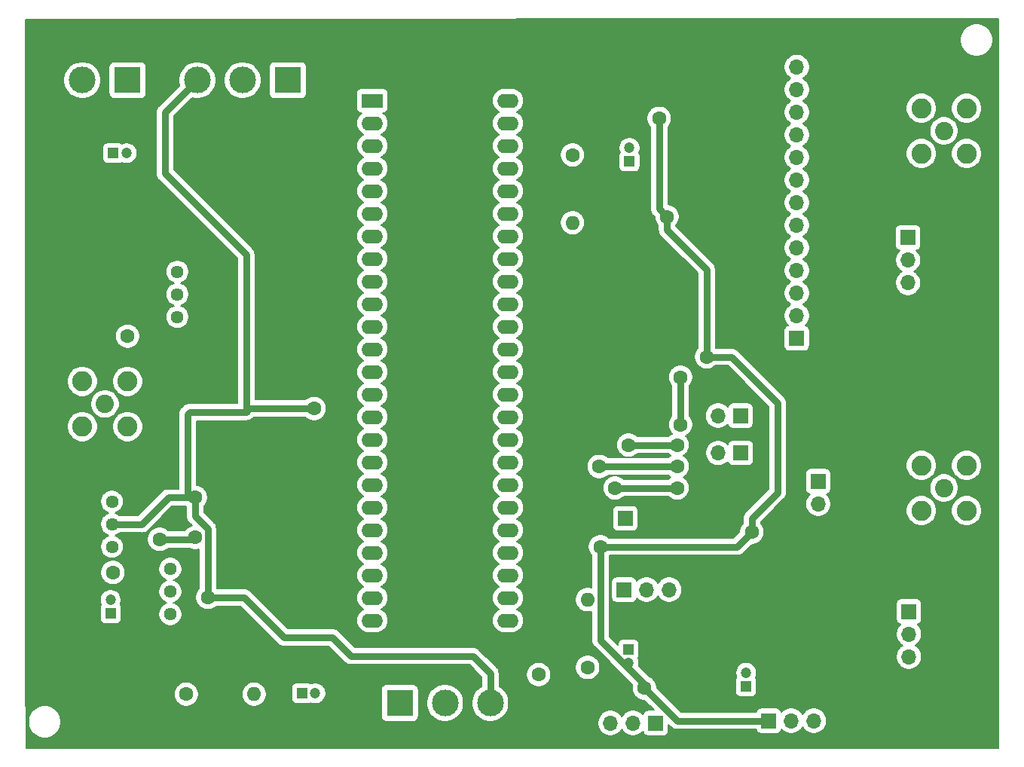
<source format=gbr>
%TF.GenerationSoftware,KiCad,Pcbnew,(5.1.10)-1*%
%TF.CreationDate,2021-07-26T18:41:44-03:00*%
%TF.ProjectId,ASBF,41534246-2e6b-4696-9361-645f70636258,V1.1*%
%TF.SameCoordinates,Original*%
%TF.FileFunction,Copper,L1,Top*%
%TF.FilePolarity,Positive*%
%FSLAX46Y46*%
G04 Gerber Fmt 4.6, Leading zero omitted, Abs format (unit mm)*
G04 Created by KiCad (PCBNEW (5.1.10)-1) date 2021-07-26 18:41:44*
%MOMM*%
%LPD*%
G01*
G04 APERTURE LIST*
%TA.AperFunction,ComponentPad*%
%ADD10C,3.000000*%
%TD*%
%TA.AperFunction,ComponentPad*%
%ADD11R,3.000000X3.000000*%
%TD*%
%TA.AperFunction,ComponentPad*%
%ADD12C,1.200000*%
%TD*%
%TA.AperFunction,ComponentPad*%
%ADD13R,1.200000X1.200000*%
%TD*%
%TA.AperFunction,ComponentPad*%
%ADD14O,2.400000X1.600000*%
%TD*%
%TA.AperFunction,ComponentPad*%
%ADD15R,2.400000X1.600000*%
%TD*%
%TA.AperFunction,ComponentPad*%
%ADD16C,1.440000*%
%TD*%
%TA.AperFunction,ComponentPad*%
%ADD17O,1.600000X1.600000*%
%TD*%
%TA.AperFunction,ComponentPad*%
%ADD18C,1.600000*%
%TD*%
%TA.AperFunction,ComponentPad*%
%ADD19C,2.250000*%
%TD*%
%TA.AperFunction,ComponentPad*%
%ADD20C,2.050000*%
%TD*%
%TA.AperFunction,ComponentPad*%
%ADD21O,1.700000X1.700000*%
%TD*%
%TA.AperFunction,ComponentPad*%
%ADD22R,1.700000X1.700000*%
%TD*%
%TA.AperFunction,ViaPad*%
%ADD23C,1.600000*%
%TD*%
%TA.AperFunction,Conductor*%
%ADD24C,0.800000*%
%TD*%
%TA.AperFunction,NonConductor*%
%ADD25C,0.200000*%
%TD*%
%TA.AperFunction,NonConductor*%
%ADD26C,0.100000*%
%TD*%
G04 APERTURE END LIST*
D10*
%TO.P,J17,3*%
%TO.N,GND*%
X152760000Y-118500000D03*
%TO.P,J17,2*%
%TO.N,Net-(J17-Pad2)*%
X147680000Y-118500000D03*
D11*
%TO.P,J17,1*%
%TO.N,Net-(J17-Pad1)*%
X142600000Y-118500000D03*
%TD*%
%TO.P,J2,1*%
%TO.N,GND*%
X112000000Y-48500000D03*
D10*
%TO.P,J2,2*%
%TO.N,+3V3*%
X106920000Y-48500000D03*
%TD*%
D12*
%TO.P,C12,2*%
%TO.N,GND*%
X181500000Y-115100000D03*
D13*
%TO.P,C12,1*%
%TO.N,+3V3*%
X181500000Y-116600000D03*
%TD*%
D12*
%TO.P,C17,2*%
%TO.N,GND*%
X168400000Y-56100000D03*
D13*
%TO.P,C17,1*%
%TO.N,Net-(C15-Pad1)*%
X168400000Y-57600000D03*
%TD*%
D12*
%TO.P,C16,2*%
%TO.N,GND*%
X168304000Y-114000000D03*
D13*
%TO.P,C16,1*%
%TO.N,Net-(C14-Pad1)*%
X168304000Y-112500000D03*
%TD*%
D14*
%TO.P,J4,48*%
%TO.N,+5V*%
X154740000Y-50800000D03*
%TO.P,J4,24*%
%TO.N,/ADC/PWR_DWN*%
X139500000Y-109220000D03*
%TO.P,J4,47*%
%TO.N,Net-(J17-Pad1)*%
X154740000Y-53340000D03*
%TO.P,J4,23*%
%TO.N,/ADC/CLK*%
X139500000Y-106680000D03*
%TO.P,J4,46*%
%TO.N,Net-(J17-Pad2)*%
X154740000Y-55880000D03*
%TO.P,J4,22*%
%TO.N,/ADC/D0*%
X139500000Y-104140000D03*
%TO.P,J4,45*%
%TO.N,/FPGA_Conector/N1*%
X154740000Y-58420000D03*
%TO.P,J4,21*%
%TO.N,/ADC/D1*%
X139500000Y-101600000D03*
%TO.P,J4,44*%
%TO.N,/DAC/ClkA*%
X154740000Y-60960000D03*
%TO.P,J4,20*%
%TO.N,/ADC/D2*%
X139500000Y-99060000D03*
%TO.P,J4,43*%
%TO.N,/DAC/DA0*%
X154740000Y-63500000D03*
%TO.P,J4,19*%
%TO.N,/ADC/D3*%
X139500000Y-96520000D03*
%TO.P,J4,42*%
%TO.N,/DAC/DA1*%
X154740000Y-66040000D03*
%TO.P,J4,18*%
%TO.N,/ADC/D4*%
X139500000Y-93980000D03*
%TO.P,J4,41*%
%TO.N,/DAC/DA2*%
X154740000Y-68580000D03*
%TO.P,J4,17*%
%TO.N,/ADC/D5*%
X139500000Y-91440000D03*
%TO.P,J4,40*%
%TO.N,/DAC/DA3*%
X154740000Y-71120000D03*
%TO.P,J4,16*%
%TO.N,/ADC/D7*%
X139500000Y-88900000D03*
%TO.P,J4,39*%
%TO.N,/DAC/DA4*%
X154740000Y-73660000D03*
%TO.P,J4,15*%
%TO.N,/ADC/D8*%
X139500000Y-86360000D03*
%TO.P,J4,38*%
%TO.N,/DAC/DA5*%
X154740000Y-76200000D03*
%TO.P,J4,14*%
%TO.N,/FPGA_Conector/U4*%
X139500000Y-83820000D03*
%TO.P,J4,37*%
%TO.N,/DAC/DA6*%
X154740000Y-78740000D03*
%TO.P,J4,13*%
%TO.N,/FPGA_Conector/V4*%
X139500000Y-81280000D03*
%TO.P,J4,36*%
%TO.N,/DAC/DA7*%
X154740000Y-81280000D03*
%TO.P,J4,12*%
%TO.N,/FPGA_Conector/W5*%
X139500000Y-78740000D03*
%TO.P,J4,35*%
%TO.N,/DAC/DA8*%
X154740000Y-83820000D03*
%TO.P,J4,11*%
%TO.N,/FPGA_Conector/V3*%
X139500000Y-76200000D03*
%TO.P,J4,34*%
%TO.N,/DAC/DA9*%
X154740000Y-86360000D03*
%TO.P,J4,10*%
%TO.N,/FPGA_Conector/W3*%
X139500000Y-73660000D03*
%TO.P,J4,33*%
%TO.N,/FPGA_Conector/A14*%
X154740000Y-88900000D03*
%TO.P,J4,9*%
%TO.N,/FPGA_Conector/V2*%
X139500000Y-71120000D03*
%TO.P,J4,32*%
%TO.N,/FPGA_Conector/B15*%
X154740000Y-91440000D03*
%TO.P,J4,8*%
%TO.N,/FPGA_Conector/W2*%
X139500000Y-68580000D03*
%TO.P,J4,31*%
%TO.N,/FPGA_Conector/A15*%
X154740000Y-93980000D03*
%TO.P,J4,7*%
%TO.N,/FPGA_Conector/U1*%
X139500000Y-66040000D03*
%TO.P,J4,30*%
%TO.N,/FPGA_Conector/H1*%
X154740000Y-96520000D03*
%TO.P,J4,6*%
%TO.N,/FPGA_Conector/T2*%
X139500000Y-63500000D03*
%TO.P,J4,29*%
%TO.N,/FPGA_Conector/C15*%
X154740000Y-99060000D03*
%TO.P,J4,5*%
%TO.N,/FPGA_Conector/T1*%
X139500000Y-60960000D03*
%TO.P,J4,28*%
%TO.N,/FPGA_Conector/K3*%
X154740000Y-101600000D03*
%TO.P,J4,4*%
%TO.N,/FPGA_Conector/R2*%
X139500000Y-58420000D03*
%TO.P,J4,27*%
%TO.N,/FPGA_Conector/A16*%
X154740000Y-104140000D03*
%TO.P,J4,3*%
%TO.N,/FPGA_Conector/T3*%
X139500000Y-55880000D03*
%TO.P,J4,26*%
%TO.N,/FPGA_Conector/L3*%
X154740000Y-106680000D03*
%TO.P,J4,2*%
%TO.N,/FPGA_Conector/R3*%
X139500000Y-53340000D03*
%TO.P,J4,25*%
%TO.N,/FPGA_Conector/M3*%
X154740000Y-109220000D03*
D15*
%TO.P,J4,1*%
%TO.N,GND*%
X139500000Y-50800000D03*
%TD*%
D16*
%TO.P,RV3,1*%
%TO.N,Net-(R8-Pad2)*%
X116800000Y-108500000D03*
%TO.P,RV3,2*%
%TO.N,Net-(C4-Pad1)*%
X116800000Y-105960000D03*
%TO.P,RV3,3*%
%TO.N,Net-(R10-Pad1)*%
X116800000Y-103420000D03*
%TD*%
%TO.P,RV2,1*%
%TO.N,Net-(R2-Pad1)*%
X117600000Y-75100000D03*
%TO.P,RV2,2*%
%TO.N,Net-(C1-Pad2)*%
X117600000Y-72560000D03*
%TO.P,RV2,3*%
%TO.N,Net-(R6-Pad2)*%
X117600000Y-70020000D03*
%TD*%
%TO.P,RV1,1*%
%TO.N,GND*%
X110246000Y-100931000D03*
%TO.P,RV1,2*%
X110246000Y-98391000D03*
%TO.P,RV1,3*%
%TO.N,Net-(R4-Pad1)*%
X110246000Y-95851000D03*
%TD*%
D17*
%TO.P,L3,2*%
%TO.N,Net-(C15-Pad1)*%
X162000000Y-64520000D03*
D18*
%TO.P,L3,1*%
%TO.N,+3V3*%
X162000000Y-56900000D03*
%TD*%
D17*
%TO.P,L2,2*%
%TO.N,Net-(C14-Pad1)*%
X163700000Y-106880000D03*
D18*
%TO.P,L2,1*%
%TO.N,+3V3*%
X163700000Y-114500000D03*
%TD*%
%TO.P,L1,1*%
%TO.N,+3V3*%
X118600000Y-117500000D03*
D17*
%TO.P,L1,2*%
%TO.N,Net-(C10-Pad1)*%
X126220000Y-117500000D03*
%TD*%
D19*
%TO.P,J16,2*%
%TO.N,GND*%
X201197000Y-96864000D03*
X201197000Y-91784000D03*
X206277000Y-91784000D03*
X206277000Y-96864000D03*
D20*
%TO.P,J16,1*%
%TO.N,Net-(J16-Pad1)*%
X203737000Y-94324000D03*
%TD*%
D21*
%TO.P,J15,3*%
%TO.N,Net-(J15-Pad3)*%
X199800000Y-113280000D03*
%TO.P,J15,2*%
%TO.N,GND*%
X199800000Y-110740000D03*
D22*
%TO.P,J15,1*%
%TO.N,Net-(J15-Pad1)*%
X199800000Y-108200000D03*
%TD*%
D21*
%TO.P,J14,2*%
%TO.N,Net-(C24-Pad1)*%
X189600000Y-96102000D03*
D22*
%TO.P,J14,1*%
%TO.N,Net-(C20-Pad1)*%
X189600000Y-93562000D03*
%TD*%
D21*
%TO.P,J13,3*%
%TO.N,GND*%
X189132000Y-120486000D03*
%TO.P,J13,2*%
X186592000Y-120486000D03*
D22*
%TO.P,J13,1*%
X184052000Y-120486000D03*
%TD*%
D21*
%TO.P,J12,3*%
%TO.N,+3V3*%
X166272000Y-120740000D03*
%TO.P,J12,2*%
X168812000Y-120740000D03*
D22*
%TO.P,J12,1*%
X171352000Y-120740000D03*
%TD*%
D21*
%TO.P,J11,3*%
%TO.N,Net-(J11-Pad3)*%
X172876000Y-105754000D03*
%TO.P,J11,2*%
%TO.N,Net-(C19-Pad1)*%
X170336000Y-105754000D03*
D22*
%TO.P,J11,1*%
%TO.N,Net-(J11-Pad1)*%
X167796000Y-105754000D03*
%TD*%
%TO.P,J10,1*%
%TO.N,Net-(C22-Pad1)*%
X167923000Y-97753000D03*
%TD*%
D21*
%TO.P,J9,2*%
%TO.N,Net-(J9-Pad2)*%
X178360000Y-90400000D03*
D22*
%TO.P,J9,1*%
%TO.N,Net-(C23-Pad1)*%
X180900000Y-90400000D03*
%TD*%
D21*
%TO.P,J8,2*%
%TO.N,Net-(J8-Pad2)*%
X178337000Y-86196000D03*
D22*
%TO.P,J8,1*%
%TO.N,Net-(C21-Pad2)*%
X180877000Y-86196000D03*
%TD*%
D21*
%TO.P,J7,13*%
%TO.N,Net-(J7-Pad13)*%
X187200000Y-47020000D03*
%TO.P,J7,12*%
%TO.N,Net-(J7-Pad12)*%
X187200000Y-49560000D03*
%TO.P,J7,11*%
%TO.N,Net-(J7-Pad11)*%
X187200000Y-52100000D03*
%TO.P,J7,10*%
%TO.N,Net-(J7-Pad10)*%
X187200000Y-54640000D03*
%TO.P,J7,9*%
%TO.N,Net-(J7-Pad9)*%
X187200000Y-57180000D03*
%TO.P,J7,8*%
%TO.N,Net-(J7-Pad8)*%
X187200000Y-59720000D03*
%TO.P,J7,7*%
%TO.N,Net-(J7-Pad7)*%
X187200000Y-62260000D03*
%TO.P,J7,6*%
%TO.N,Net-(J7-Pad6)*%
X187200000Y-64800000D03*
%TO.P,J7,5*%
%TO.N,Net-(J7-Pad5)*%
X187200000Y-67340000D03*
%TO.P,J7,4*%
%TO.N,Net-(J7-Pad4)*%
X187200000Y-69880000D03*
%TO.P,J7,3*%
%TO.N,Net-(J7-Pad3)*%
X187200000Y-72420000D03*
%TO.P,J7,2*%
%TO.N,Net-(J7-Pad2)*%
X187200000Y-74960000D03*
D22*
%TO.P,J7,1*%
%TO.N,Net-(J7-Pad1)*%
X187200000Y-77500000D03*
%TD*%
D19*
%TO.P,J6,2*%
%TO.N,GND*%
X201197000Y-56732000D03*
X201197000Y-51652000D03*
X206277000Y-51652000D03*
X206277000Y-56732000D03*
D20*
%TO.P,J6,1*%
%TO.N,Net-(J6-Pad1)*%
X203737000Y-54192000D03*
%TD*%
D21*
%TO.P,J5,3*%
%TO.N,Net-(J5-Pad3)*%
X199700000Y-71280000D03*
%TO.P,J5,2*%
%TO.N,GND*%
X199700000Y-68740000D03*
D22*
%TO.P,J5,1*%
%TO.N,Net-(J5-Pad1)*%
X199700000Y-66200000D03*
%TD*%
D11*
%TO.P,J3,1*%
%TO.N,+5V*%
X130000000Y-48500000D03*
D10*
%TO.P,J3,2*%
%TO.N,-5V*%
X124920000Y-48500000D03*
%TO.P,J3,3*%
%TO.N,GND*%
X119840000Y-48500000D03*
%TD*%
D20*
%TO.P,J1,1*%
%TO.N,Net-(J1-Pad1)*%
X109465000Y-84894000D03*
D19*
%TO.P,J1,2*%
%TO.N,GND*%
X112005000Y-87434000D03*
X112005000Y-82354000D03*
X106925000Y-82354000D03*
X106925000Y-87434000D03*
%TD*%
D13*
%TO.P,C10,1*%
%TO.N,Net-(C10-Pad1)*%
X131600000Y-117400000D03*
D12*
%TO.P,C10,2*%
%TO.N,GND*%
X133100000Y-117400000D03*
%TD*%
D13*
%TO.P,C9,1*%
%TO.N,+3V3*%
X110400000Y-56700000D03*
D12*
%TO.P,C9,2*%
%TO.N,GND*%
X111900000Y-56700000D03*
%TD*%
D13*
%TO.P,C4,1*%
%TO.N,Net-(C4-Pad1)*%
X110100000Y-108400000D03*
D12*
%TO.P,C4,2*%
%TO.N,GND*%
X110100000Y-106900000D03*
%TD*%
D23*
%TO.N,Net-(C6-Pad1)*%
X115600000Y-100100000D03*
X119600000Y-99900000D03*
%TO.N,GND*%
X158200000Y-115300000D03*
X170082000Y-116803000D03*
X165129000Y-100928000D03*
X177067000Y-79592000D03*
X171733000Y-52795000D03*
X110354000Y-103817000D03*
X121022000Y-106611000D03*
X119600000Y-95400000D03*
X132960000Y-85402000D03*
X172622000Y-63844000D03*
X182147000Y-99277000D03*
X112005000Y-77274000D03*
%TO.N,Net-(C24-Pad1)*%
X173765000Y-91911000D03*
X165002000Y-91911000D03*
%TO.N,Net-(J11-Pad3)*%
X174146000Y-87212000D03*
X174146000Y-81878000D03*
%TO.N,Net-(R17-Pad1)*%
X166780000Y-94324000D03*
X173765000Y-94324000D03*
%TO.N,Net-(J9-Pad2)*%
X173765000Y-89498000D03*
X168304000Y-89498000D03*
%TD*%
D24*
%TO.N,Net-(C6-Pad1)*%
X119400000Y-100100000D02*
X119600000Y-99900000D01*
X115600000Y-100100000D02*
X119400000Y-100100000D01*
%TO.N,GND*%
X171733000Y-62955000D02*
X172622000Y-63844000D01*
X171733000Y-52795000D02*
X171733000Y-62955000D01*
X173765000Y-120486000D02*
X184052000Y-120486000D01*
X170082000Y-116803000D02*
X173765000Y-120486000D01*
X182227001Y-99196999D02*
X182147000Y-99277000D01*
X180496000Y-100928000D02*
X182147000Y-99277000D01*
X165129000Y-100928000D02*
X180496000Y-100928000D01*
X182147000Y-99277000D02*
X182147000Y-97753000D01*
X182147000Y-97753000D02*
X185068000Y-94832000D01*
X185068000Y-94832000D02*
X185068000Y-84799000D01*
X179861000Y-79592000D02*
X177067000Y-79592000D01*
X185068000Y-84799000D02*
X179861000Y-79592000D01*
X172622000Y-63844000D02*
X172622000Y-65322000D01*
X177067000Y-69767000D02*
X177067000Y-79592000D01*
X172622000Y-65322000D02*
X177067000Y-69767000D01*
X116196000Y-52144000D02*
X119840000Y-48500000D01*
X125340000Y-68130000D02*
X116196000Y-58986000D01*
X116196000Y-58986000D02*
X116196000Y-52144000D01*
X125340000Y-85783000D02*
X125340000Y-68130000D01*
X118990000Y-85783000D02*
X125340000Y-85783000D01*
X118736000Y-95181000D02*
X118736000Y-86037000D01*
X118736000Y-86037000D02*
X118990000Y-85783000D01*
X170082000Y-116378002D02*
X170082000Y-116803000D01*
X165129000Y-111425002D02*
X170082000Y-116378002D01*
X165129000Y-100928000D02*
X165129000Y-111425002D01*
X125721000Y-85402000D02*
X125340000Y-85783000D01*
X132960000Y-85402000D02*
X125721000Y-85402000D01*
X119381000Y-95181000D02*
X119600000Y-95400000D01*
X118736000Y-95181000D02*
X119381000Y-95181000D01*
X119600000Y-95400000D02*
X119600000Y-97500000D01*
X121022000Y-98922000D02*
X121022000Y-106611000D01*
X119600000Y-97500000D02*
X121022000Y-98922000D01*
X150800000Y-113200000D02*
X152760000Y-115160000D01*
X137100000Y-113200000D02*
X150800000Y-113200000D01*
X135020000Y-111120000D02*
X137100000Y-113200000D01*
X129595000Y-111120000D02*
X135020000Y-111120000D01*
X152760000Y-115160000D02*
X152760000Y-118500000D01*
X125086000Y-106611000D02*
X129595000Y-111120000D01*
X121022000Y-106611000D02*
X125086000Y-106611000D01*
X119600000Y-95400000D02*
X116600000Y-95400000D01*
X113609000Y-98391000D02*
X110246000Y-98391000D01*
X116600000Y-95400000D02*
X113609000Y-98391000D01*
%TO.N,Net-(C24-Pad1)*%
X165002000Y-91911000D02*
X173765000Y-91911000D01*
%TO.N,Net-(J11-Pad3)*%
X174146000Y-87212000D02*
X174146000Y-81878000D01*
%TO.N,Net-(R17-Pad1)*%
X166780000Y-94324000D02*
X173765000Y-94324000D01*
%TO.N,Net-(J9-Pad2)*%
X168304000Y-89498000D02*
X173765000Y-89498000D01*
%TD*%
D25*
X209889000Y-123529000D02*
X100599101Y-123529000D01*
X100591559Y-120417791D01*
X100850000Y-120417791D01*
X100850000Y-120782209D01*
X100921095Y-121139625D01*
X101060552Y-121476303D01*
X101263011Y-121779306D01*
X101520694Y-122036989D01*
X101823697Y-122239448D01*
X102160375Y-122378905D01*
X102517791Y-122450000D01*
X102882209Y-122450000D01*
X103239625Y-122378905D01*
X103576303Y-122239448D01*
X103879306Y-122036989D01*
X104136989Y-121779306D01*
X104339448Y-121476303D01*
X104478905Y-121139625D01*
X104550000Y-120782209D01*
X104550000Y-120417791D01*
X104478905Y-120060375D01*
X104339448Y-119723697D01*
X104136989Y-119420694D01*
X103879306Y-119163011D01*
X103576303Y-118960552D01*
X103239625Y-118821095D01*
X102882209Y-118750000D01*
X102517791Y-118750000D01*
X102160375Y-118821095D01*
X101823697Y-118960552D01*
X101520694Y-119163011D01*
X101263011Y-119420694D01*
X101060552Y-119723697D01*
X100921095Y-120060375D01*
X100850000Y-120417791D01*
X100591559Y-120417791D01*
X100584152Y-117362112D01*
X117200000Y-117362112D01*
X117200000Y-117637888D01*
X117253801Y-117908365D01*
X117359336Y-118163149D01*
X117512549Y-118392448D01*
X117707552Y-118587451D01*
X117936851Y-118740664D01*
X118191635Y-118846199D01*
X118462112Y-118900000D01*
X118737888Y-118900000D01*
X119008365Y-118846199D01*
X119263149Y-118740664D01*
X119492448Y-118587451D01*
X119687451Y-118392448D01*
X119840664Y-118163149D01*
X119946199Y-117908365D01*
X120000000Y-117637888D01*
X120000000Y-117362112D01*
X124820000Y-117362112D01*
X124820000Y-117637888D01*
X124873801Y-117908365D01*
X124979336Y-118163149D01*
X125132549Y-118392448D01*
X125327552Y-118587451D01*
X125556851Y-118740664D01*
X125811635Y-118846199D01*
X126082112Y-118900000D01*
X126357888Y-118900000D01*
X126628365Y-118846199D01*
X126883149Y-118740664D01*
X127112448Y-118587451D01*
X127307451Y-118392448D01*
X127460664Y-118163149D01*
X127566199Y-117908365D01*
X127620000Y-117637888D01*
X127620000Y-117362112D01*
X127566199Y-117091635D01*
X127460664Y-116836851D01*
X127436041Y-116800000D01*
X130397097Y-116800000D01*
X130397097Y-118000000D01*
X130408682Y-118117621D01*
X130442990Y-118230721D01*
X130498704Y-118334955D01*
X130573683Y-118426317D01*
X130665045Y-118501296D01*
X130769279Y-118557010D01*
X130882379Y-118591318D01*
X131000000Y-118602903D01*
X132200000Y-118602903D01*
X132317621Y-118591318D01*
X132430721Y-118557010D01*
X132534955Y-118501296D01*
X132564492Y-118477056D01*
X132749973Y-118553884D01*
X132981810Y-118600000D01*
X133218190Y-118600000D01*
X133450027Y-118553884D01*
X133668413Y-118463426D01*
X133864955Y-118332101D01*
X134032101Y-118164955D01*
X134163426Y-117968413D01*
X134253884Y-117750027D01*
X134300000Y-117518190D01*
X134300000Y-117281810D01*
X134253884Y-117049973D01*
X134233185Y-117000000D01*
X140497097Y-117000000D01*
X140497097Y-120000000D01*
X140508682Y-120117621D01*
X140542990Y-120230721D01*
X140598704Y-120334955D01*
X140673683Y-120426317D01*
X140765045Y-120501296D01*
X140869279Y-120557010D01*
X140982379Y-120591318D01*
X141100000Y-120602903D01*
X144100000Y-120602903D01*
X144217621Y-120591318D01*
X144330721Y-120557010D01*
X144434955Y-120501296D01*
X144526317Y-120426317D01*
X144601296Y-120334955D01*
X144657010Y-120230721D01*
X144691318Y-120117621D01*
X144702903Y-120000000D01*
X144702903Y-118293168D01*
X145580000Y-118293168D01*
X145580000Y-118706832D01*
X145660702Y-119112547D01*
X145819004Y-119494723D01*
X146048823Y-119838672D01*
X146341328Y-120131177D01*
X146685277Y-120360996D01*
X147067453Y-120519298D01*
X147473168Y-120600000D01*
X147886832Y-120600000D01*
X148292547Y-120519298D01*
X148674723Y-120360996D01*
X149018672Y-120131177D01*
X149311177Y-119838672D01*
X149540996Y-119494723D01*
X149699298Y-119112547D01*
X149780000Y-118706832D01*
X149780000Y-118293168D01*
X149699298Y-117887453D01*
X149540996Y-117505277D01*
X149311177Y-117161328D01*
X149018672Y-116868823D01*
X148674723Y-116639004D01*
X148292547Y-116480702D01*
X147886832Y-116400000D01*
X147473168Y-116400000D01*
X147067453Y-116480702D01*
X146685277Y-116639004D01*
X146341328Y-116868823D01*
X146048823Y-117161328D01*
X145819004Y-117505277D01*
X145660702Y-117887453D01*
X145580000Y-118293168D01*
X144702903Y-118293168D01*
X144702903Y-117000000D01*
X144691318Y-116882379D01*
X144657010Y-116769279D01*
X144601296Y-116665045D01*
X144526317Y-116573683D01*
X144434955Y-116498704D01*
X144330721Y-116442990D01*
X144217621Y-116408682D01*
X144100000Y-116397097D01*
X141100000Y-116397097D01*
X140982379Y-116408682D01*
X140869279Y-116442990D01*
X140765045Y-116498704D01*
X140673683Y-116573683D01*
X140598704Y-116665045D01*
X140542990Y-116769279D01*
X140508682Y-116882379D01*
X140497097Y-117000000D01*
X134233185Y-117000000D01*
X134163426Y-116831587D01*
X134032101Y-116635045D01*
X133864955Y-116467899D01*
X133668413Y-116336574D01*
X133450027Y-116246116D01*
X133218190Y-116200000D01*
X132981810Y-116200000D01*
X132749973Y-116246116D01*
X132564492Y-116322944D01*
X132534955Y-116298704D01*
X132430721Y-116242990D01*
X132317621Y-116208682D01*
X132200000Y-116197097D01*
X131000000Y-116197097D01*
X130882379Y-116208682D01*
X130769279Y-116242990D01*
X130665045Y-116298704D01*
X130573683Y-116373683D01*
X130498704Y-116465045D01*
X130442990Y-116569279D01*
X130408682Y-116682379D01*
X130397097Y-116800000D01*
X127436041Y-116800000D01*
X127307451Y-116607552D01*
X127112448Y-116412549D01*
X126883149Y-116259336D01*
X126628365Y-116153801D01*
X126357888Y-116100000D01*
X126082112Y-116100000D01*
X125811635Y-116153801D01*
X125556851Y-116259336D01*
X125327552Y-116412549D01*
X125132549Y-116607552D01*
X124979336Y-116836851D01*
X124873801Y-117091635D01*
X124820000Y-117362112D01*
X120000000Y-117362112D01*
X119946199Y-117091635D01*
X119840664Y-116836851D01*
X119687451Y-116607552D01*
X119492448Y-116412549D01*
X119263149Y-116259336D01*
X119008365Y-116153801D01*
X118737888Y-116100000D01*
X118462112Y-116100000D01*
X118191635Y-116153801D01*
X117936851Y-116259336D01*
X117707552Y-116412549D01*
X117512549Y-116607552D01*
X117359336Y-116836851D01*
X117253801Y-117091635D01*
X117200000Y-117362112D01*
X100584152Y-117362112D01*
X100560971Y-107800000D01*
X108897097Y-107800000D01*
X108897097Y-109000000D01*
X108908682Y-109117621D01*
X108942990Y-109230721D01*
X108998704Y-109334955D01*
X109073683Y-109426317D01*
X109165045Y-109501296D01*
X109269279Y-109557010D01*
X109382379Y-109591318D01*
X109500000Y-109602903D01*
X110700000Y-109602903D01*
X110817621Y-109591318D01*
X110930721Y-109557010D01*
X111034955Y-109501296D01*
X111126317Y-109426317D01*
X111201296Y-109334955D01*
X111257010Y-109230721D01*
X111291318Y-109117621D01*
X111302903Y-109000000D01*
X111302903Y-107800000D01*
X111291318Y-107682379D01*
X111257010Y-107569279D01*
X111201296Y-107465045D01*
X111177056Y-107435508D01*
X111253884Y-107250027D01*
X111300000Y-107018190D01*
X111300000Y-106781810D01*
X111253884Y-106549973D01*
X111163426Y-106331587D01*
X111032101Y-106135045D01*
X110864955Y-105967899D01*
X110668413Y-105836574D01*
X110450027Y-105746116D01*
X110218190Y-105700000D01*
X109981810Y-105700000D01*
X109749973Y-105746116D01*
X109531587Y-105836574D01*
X109335045Y-105967899D01*
X109167899Y-106135045D01*
X109036574Y-106331587D01*
X108946116Y-106549973D01*
X108900000Y-106781810D01*
X108900000Y-107018190D01*
X108946116Y-107250027D01*
X109022944Y-107435508D01*
X108998704Y-107465045D01*
X108942990Y-107569279D01*
X108908682Y-107682379D01*
X108897097Y-107800000D01*
X100560971Y-107800000D01*
X100550981Y-103679112D01*
X108954000Y-103679112D01*
X108954000Y-103954888D01*
X109007801Y-104225365D01*
X109113336Y-104480149D01*
X109266549Y-104709448D01*
X109461552Y-104904451D01*
X109690851Y-105057664D01*
X109945635Y-105163199D01*
X110216112Y-105217000D01*
X110491888Y-105217000D01*
X110762365Y-105163199D01*
X111017149Y-105057664D01*
X111246448Y-104904451D01*
X111441451Y-104709448D01*
X111594664Y-104480149D01*
X111700199Y-104225365D01*
X111754000Y-103954888D01*
X111754000Y-103679112D01*
X111700199Y-103408635D01*
X111651056Y-103289991D01*
X115480000Y-103289991D01*
X115480000Y-103550009D01*
X115530727Y-103805030D01*
X115630231Y-104045255D01*
X115774689Y-104261451D01*
X115958549Y-104445311D01*
X116174745Y-104589769D01*
X116414970Y-104689273D01*
X116418625Y-104690000D01*
X116414970Y-104690727D01*
X116174745Y-104790231D01*
X115958549Y-104934689D01*
X115774689Y-105118549D01*
X115630231Y-105334745D01*
X115530727Y-105574970D01*
X115480000Y-105829991D01*
X115480000Y-106090009D01*
X115530727Y-106345030D01*
X115630231Y-106585255D01*
X115774689Y-106801451D01*
X115958549Y-106985311D01*
X116174745Y-107129769D01*
X116414970Y-107229273D01*
X116418625Y-107230000D01*
X116414970Y-107230727D01*
X116174745Y-107330231D01*
X115958549Y-107474689D01*
X115774689Y-107658549D01*
X115630231Y-107874745D01*
X115530727Y-108114970D01*
X115480000Y-108369991D01*
X115480000Y-108630009D01*
X115530727Y-108885030D01*
X115630231Y-109125255D01*
X115774689Y-109341451D01*
X115958549Y-109525311D01*
X116174745Y-109669769D01*
X116414970Y-109769273D01*
X116669991Y-109820000D01*
X116930009Y-109820000D01*
X117185030Y-109769273D01*
X117425255Y-109669769D01*
X117641451Y-109525311D01*
X117825311Y-109341451D01*
X117969769Y-109125255D01*
X118069273Y-108885030D01*
X118120000Y-108630009D01*
X118120000Y-108369991D01*
X118069273Y-108114970D01*
X117969769Y-107874745D01*
X117825311Y-107658549D01*
X117641451Y-107474689D01*
X117425255Y-107330231D01*
X117185030Y-107230727D01*
X117181375Y-107230000D01*
X117185030Y-107229273D01*
X117425255Y-107129769D01*
X117641451Y-106985311D01*
X117825311Y-106801451D01*
X117969769Y-106585255D01*
X118069273Y-106345030D01*
X118120000Y-106090009D01*
X118120000Y-105829991D01*
X118069273Y-105574970D01*
X117969769Y-105334745D01*
X117825311Y-105118549D01*
X117641451Y-104934689D01*
X117425255Y-104790231D01*
X117185030Y-104690727D01*
X117181375Y-104690000D01*
X117185030Y-104689273D01*
X117425255Y-104589769D01*
X117641451Y-104445311D01*
X117825311Y-104261451D01*
X117969769Y-104045255D01*
X118069273Y-103805030D01*
X118120000Y-103550009D01*
X118120000Y-103289991D01*
X118069273Y-103034970D01*
X117969769Y-102794745D01*
X117825311Y-102578549D01*
X117641451Y-102394689D01*
X117425255Y-102250231D01*
X117185030Y-102150727D01*
X116930009Y-102100000D01*
X116669991Y-102100000D01*
X116414970Y-102150727D01*
X116174745Y-102250231D01*
X115958549Y-102394689D01*
X115774689Y-102578549D01*
X115630231Y-102794745D01*
X115530727Y-103034970D01*
X115480000Y-103289991D01*
X111651056Y-103289991D01*
X111594664Y-103153851D01*
X111441451Y-102924552D01*
X111246448Y-102729549D01*
X111017149Y-102576336D01*
X110762365Y-102470801D01*
X110491888Y-102417000D01*
X110216112Y-102417000D01*
X109945635Y-102470801D01*
X109690851Y-102576336D01*
X109461552Y-102729549D01*
X109266549Y-102924552D01*
X109113336Y-103153851D01*
X109007801Y-103408635D01*
X108954000Y-103679112D01*
X100550981Y-103679112D01*
X100531688Y-95720991D01*
X108926000Y-95720991D01*
X108926000Y-95981009D01*
X108976727Y-96236030D01*
X109076231Y-96476255D01*
X109220689Y-96692451D01*
X109404549Y-96876311D01*
X109620745Y-97020769D01*
X109860970Y-97120273D01*
X109864625Y-97121000D01*
X109860970Y-97121727D01*
X109620745Y-97221231D01*
X109404549Y-97365689D01*
X109220689Y-97549549D01*
X109076231Y-97765745D01*
X108976727Y-98005970D01*
X108926000Y-98260991D01*
X108926000Y-98521009D01*
X108976727Y-98776030D01*
X109076231Y-99016255D01*
X109220689Y-99232451D01*
X109404549Y-99416311D01*
X109620745Y-99560769D01*
X109860970Y-99660273D01*
X109864625Y-99661000D01*
X109860970Y-99661727D01*
X109620745Y-99761231D01*
X109404549Y-99905689D01*
X109220689Y-100089549D01*
X109076231Y-100305745D01*
X108976727Y-100545970D01*
X108926000Y-100800991D01*
X108926000Y-101061009D01*
X108976727Y-101316030D01*
X109076231Y-101556255D01*
X109220689Y-101772451D01*
X109404549Y-101956311D01*
X109620745Y-102100769D01*
X109860970Y-102200273D01*
X110115991Y-102251000D01*
X110376009Y-102251000D01*
X110631030Y-102200273D01*
X110871255Y-102100769D01*
X111087451Y-101956311D01*
X111271311Y-101772451D01*
X111415769Y-101556255D01*
X111515273Y-101316030D01*
X111566000Y-101061009D01*
X111566000Y-100800991D01*
X111515273Y-100545970D01*
X111415769Y-100305745D01*
X111271311Y-100089549D01*
X111087451Y-99905689D01*
X110871255Y-99761231D01*
X110631030Y-99661727D01*
X110627375Y-99661000D01*
X110631030Y-99660273D01*
X110871255Y-99560769D01*
X111087451Y-99416311D01*
X111112762Y-99391000D01*
X113559880Y-99391000D01*
X113609000Y-99395838D01*
X113658120Y-99391000D01*
X113805034Y-99376530D01*
X113993535Y-99319349D01*
X114167258Y-99226492D01*
X114319528Y-99101528D01*
X114350849Y-99063363D01*
X117014214Y-96400000D01*
X118600000Y-96400000D01*
X118600001Y-97450870D01*
X118595162Y-97500000D01*
X118614470Y-97696034D01*
X118671651Y-97884534D01*
X118690608Y-97920000D01*
X118764509Y-98058258D01*
X118889473Y-98210528D01*
X118927632Y-98241844D01*
X119231633Y-98545845D01*
X119191635Y-98553801D01*
X118936851Y-98659336D01*
X118707552Y-98812549D01*
X118512549Y-99007552D01*
X118450777Y-99100000D01*
X116579899Y-99100000D01*
X116492448Y-99012549D01*
X116263149Y-98859336D01*
X116008365Y-98753801D01*
X115737888Y-98700000D01*
X115462112Y-98700000D01*
X115191635Y-98753801D01*
X114936851Y-98859336D01*
X114707552Y-99012549D01*
X114512549Y-99207552D01*
X114359336Y-99436851D01*
X114253801Y-99691635D01*
X114200000Y-99962112D01*
X114200000Y-100237888D01*
X114253801Y-100508365D01*
X114359336Y-100763149D01*
X114512549Y-100992448D01*
X114707552Y-101187451D01*
X114936851Y-101340664D01*
X115191635Y-101446199D01*
X115462112Y-101500000D01*
X115737888Y-101500000D01*
X116008365Y-101446199D01*
X116263149Y-101340664D01*
X116492448Y-101187451D01*
X116579899Y-101100000D01*
X118875993Y-101100000D01*
X118936851Y-101140664D01*
X119191635Y-101246199D01*
X119462112Y-101300000D01*
X119737888Y-101300000D01*
X120008365Y-101246199D01*
X120022000Y-101240551D01*
X120022001Y-105631100D01*
X119934549Y-105718552D01*
X119781336Y-105947851D01*
X119675801Y-106202635D01*
X119622000Y-106473112D01*
X119622000Y-106748888D01*
X119675801Y-107019365D01*
X119781336Y-107274149D01*
X119934549Y-107503448D01*
X120129552Y-107698451D01*
X120358851Y-107851664D01*
X120613635Y-107957199D01*
X120884112Y-108011000D01*
X121159888Y-108011000D01*
X121430365Y-107957199D01*
X121685149Y-107851664D01*
X121914448Y-107698451D01*
X122001899Y-107611000D01*
X124671788Y-107611000D01*
X128853155Y-111792368D01*
X128884472Y-111830528D01*
X129036742Y-111955492D01*
X129166732Y-112024973D01*
X129210465Y-112048349D01*
X129398965Y-112105530D01*
X129595000Y-112124838D01*
X129644120Y-112120000D01*
X134605788Y-112120000D01*
X136358155Y-113872368D01*
X136389472Y-113910528D01*
X136541742Y-114035492D01*
X136715465Y-114128349D01*
X136903966Y-114185530D01*
X137050880Y-114200000D01*
X137050881Y-114200000D01*
X137099999Y-114204838D01*
X137149117Y-114200000D01*
X150385788Y-114200000D01*
X151760000Y-115574214D01*
X151760000Y-116642530D01*
X151421328Y-116868823D01*
X151128823Y-117161328D01*
X150899004Y-117505277D01*
X150740702Y-117887453D01*
X150660000Y-118293168D01*
X150660000Y-118706832D01*
X150740702Y-119112547D01*
X150899004Y-119494723D01*
X151128823Y-119838672D01*
X151421328Y-120131177D01*
X151765277Y-120360996D01*
X152147453Y-120519298D01*
X152553168Y-120600000D01*
X152966832Y-120600000D01*
X153372547Y-120519298D01*
X153754723Y-120360996D01*
X154098672Y-120131177D01*
X154391177Y-119838672D01*
X154620996Y-119494723D01*
X154779298Y-119112547D01*
X154860000Y-118706832D01*
X154860000Y-118293168D01*
X154779298Y-117887453D01*
X154620996Y-117505277D01*
X154391177Y-117161328D01*
X154098672Y-116868823D01*
X153760000Y-116642530D01*
X153760000Y-115209120D01*
X153764629Y-115162112D01*
X156800000Y-115162112D01*
X156800000Y-115437888D01*
X156853801Y-115708365D01*
X156959336Y-115963149D01*
X157112549Y-116192448D01*
X157307552Y-116387451D01*
X157536851Y-116540664D01*
X157791635Y-116646199D01*
X158062112Y-116700000D01*
X158337888Y-116700000D01*
X158608365Y-116646199D01*
X158863149Y-116540664D01*
X159092448Y-116387451D01*
X159287451Y-116192448D01*
X159440664Y-115963149D01*
X159546199Y-115708365D01*
X159600000Y-115437888D01*
X159600000Y-115162112D01*
X159546199Y-114891635D01*
X159440664Y-114636851D01*
X159287451Y-114407552D01*
X159242011Y-114362112D01*
X162300000Y-114362112D01*
X162300000Y-114637888D01*
X162353801Y-114908365D01*
X162459336Y-115163149D01*
X162612549Y-115392448D01*
X162807552Y-115587451D01*
X163036851Y-115740664D01*
X163291635Y-115846199D01*
X163562112Y-115900000D01*
X163837888Y-115900000D01*
X164108365Y-115846199D01*
X164363149Y-115740664D01*
X164592448Y-115587451D01*
X164787451Y-115392448D01*
X164940664Y-115163149D01*
X165046199Y-114908365D01*
X165100000Y-114637888D01*
X165100000Y-114362112D01*
X165046199Y-114091635D01*
X164940664Y-113836851D01*
X164787451Y-113607552D01*
X164592448Y-113412549D01*
X164363149Y-113259336D01*
X164108365Y-113153801D01*
X163837888Y-113100000D01*
X163562112Y-113100000D01*
X163291635Y-113153801D01*
X163036851Y-113259336D01*
X162807552Y-113412549D01*
X162612549Y-113607552D01*
X162459336Y-113836851D01*
X162353801Y-114091635D01*
X162300000Y-114362112D01*
X159242011Y-114362112D01*
X159092448Y-114212549D01*
X158863149Y-114059336D01*
X158608365Y-113953801D01*
X158337888Y-113900000D01*
X158062112Y-113900000D01*
X157791635Y-113953801D01*
X157536851Y-114059336D01*
X157307552Y-114212549D01*
X157112549Y-114407552D01*
X156959336Y-114636851D01*
X156853801Y-114891635D01*
X156800000Y-115162112D01*
X153764629Y-115162112D01*
X153764838Y-115160000D01*
X153745530Y-114963966D01*
X153688349Y-114775465D01*
X153595492Y-114601742D01*
X153501840Y-114487626D01*
X153470528Y-114449472D01*
X153432374Y-114418160D01*
X151541849Y-112527637D01*
X151510528Y-112489472D01*
X151358258Y-112364508D01*
X151184535Y-112271651D01*
X150996034Y-112214470D01*
X150849120Y-112200000D01*
X150800000Y-112195162D01*
X150750880Y-112200000D01*
X137514213Y-112200000D01*
X135761849Y-110447637D01*
X135730528Y-110409472D01*
X135578258Y-110284508D01*
X135404535Y-110191651D01*
X135216034Y-110134470D01*
X135069120Y-110120000D01*
X135020000Y-110115162D01*
X134970880Y-110120000D01*
X130009213Y-110120000D01*
X125827849Y-105938637D01*
X125796528Y-105900472D01*
X125644258Y-105775508D01*
X125470535Y-105682651D01*
X125282034Y-105625470D01*
X125135120Y-105611000D01*
X125086000Y-105606162D01*
X125036880Y-105611000D01*
X122022000Y-105611000D01*
X122022000Y-98971120D01*
X122026838Y-98922000D01*
X122007530Y-98725966D01*
X121950349Y-98537465D01*
X121857492Y-98363742D01*
X121763840Y-98249626D01*
X121732528Y-98211472D01*
X121694374Y-98180160D01*
X120600000Y-97085788D01*
X120600000Y-96379899D01*
X120687451Y-96292448D01*
X120840664Y-96063149D01*
X120946199Y-95808365D01*
X121000000Y-95537888D01*
X121000000Y-95262112D01*
X120946199Y-94991635D01*
X120840664Y-94736851D01*
X120687451Y-94507552D01*
X120492448Y-94312549D01*
X120263149Y-94159336D01*
X120008365Y-94053801D01*
X119737888Y-94000000D01*
X119736000Y-94000000D01*
X119736000Y-86783000D01*
X125290880Y-86783000D01*
X125340000Y-86787838D01*
X125389120Y-86783000D01*
X125536034Y-86768530D01*
X125724535Y-86711349D01*
X125898258Y-86618492D01*
X126050528Y-86493528D01*
X126081849Y-86455363D01*
X126135212Y-86402000D01*
X131980101Y-86402000D01*
X132067552Y-86489451D01*
X132296851Y-86642664D01*
X132551635Y-86748199D01*
X132822112Y-86802000D01*
X133097888Y-86802000D01*
X133368365Y-86748199D01*
X133623149Y-86642664D01*
X133852448Y-86489451D01*
X134047451Y-86294448D01*
X134200664Y-86065149D01*
X134306199Y-85810365D01*
X134360000Y-85539888D01*
X134360000Y-85264112D01*
X134306199Y-84993635D01*
X134200664Y-84738851D01*
X134047451Y-84509552D01*
X133852448Y-84314549D01*
X133623149Y-84161336D01*
X133368365Y-84055801D01*
X133097888Y-84002000D01*
X132822112Y-84002000D01*
X132551635Y-84055801D01*
X132296851Y-84161336D01*
X132067552Y-84314549D01*
X131980101Y-84402000D01*
X126340000Y-84402000D01*
X126340000Y-68179120D01*
X126344838Y-68130000D01*
X126325530Y-67933966D01*
X126268349Y-67745465D01*
X126175492Y-67571742D01*
X126050528Y-67419472D01*
X126012368Y-67388155D01*
X117196000Y-58571788D01*
X117196000Y-53340000D01*
X137693226Y-53340000D01*
X137720257Y-53614448D01*
X137800310Y-53878349D01*
X137930310Y-54121562D01*
X138105261Y-54334739D01*
X138318438Y-54509690D01*
X138506105Y-54610000D01*
X138318438Y-54710310D01*
X138105261Y-54885261D01*
X137930310Y-55098438D01*
X137800310Y-55341651D01*
X137720257Y-55605552D01*
X137693226Y-55880000D01*
X137720257Y-56154448D01*
X137800310Y-56418349D01*
X137930310Y-56661562D01*
X138105261Y-56874739D01*
X138318438Y-57049690D01*
X138506105Y-57150000D01*
X138318438Y-57250310D01*
X138105261Y-57425261D01*
X137930310Y-57638438D01*
X137800310Y-57881651D01*
X137720257Y-58145552D01*
X137693226Y-58420000D01*
X137720257Y-58694448D01*
X137800310Y-58958349D01*
X137930310Y-59201562D01*
X138105261Y-59414739D01*
X138318438Y-59589690D01*
X138506105Y-59690000D01*
X138318438Y-59790310D01*
X138105261Y-59965261D01*
X137930310Y-60178438D01*
X137800310Y-60421651D01*
X137720257Y-60685552D01*
X137693226Y-60960000D01*
X137720257Y-61234448D01*
X137800310Y-61498349D01*
X137930310Y-61741562D01*
X138105261Y-61954739D01*
X138318438Y-62129690D01*
X138506105Y-62230000D01*
X138318438Y-62330310D01*
X138105261Y-62505261D01*
X137930310Y-62718438D01*
X137800310Y-62961651D01*
X137720257Y-63225552D01*
X137693226Y-63500000D01*
X137720257Y-63774448D01*
X137800310Y-64038349D01*
X137930310Y-64281562D01*
X138105261Y-64494739D01*
X138318438Y-64669690D01*
X138506105Y-64770000D01*
X138318438Y-64870310D01*
X138105261Y-65045261D01*
X137930310Y-65258438D01*
X137800310Y-65501651D01*
X137720257Y-65765552D01*
X137693226Y-66040000D01*
X137720257Y-66314448D01*
X137800310Y-66578349D01*
X137930310Y-66821562D01*
X138105261Y-67034739D01*
X138318438Y-67209690D01*
X138506105Y-67310000D01*
X138318438Y-67410310D01*
X138105261Y-67585261D01*
X137930310Y-67798438D01*
X137800310Y-68041651D01*
X137720257Y-68305552D01*
X137693226Y-68580000D01*
X137720257Y-68854448D01*
X137800310Y-69118349D01*
X137930310Y-69361562D01*
X138105261Y-69574739D01*
X138318438Y-69749690D01*
X138506105Y-69850000D01*
X138318438Y-69950310D01*
X138105261Y-70125261D01*
X137930310Y-70338438D01*
X137800310Y-70581651D01*
X137720257Y-70845552D01*
X137693226Y-71120000D01*
X137720257Y-71394448D01*
X137800310Y-71658349D01*
X137930310Y-71901562D01*
X138105261Y-72114739D01*
X138318438Y-72289690D01*
X138506105Y-72390000D01*
X138318438Y-72490310D01*
X138105261Y-72665261D01*
X137930310Y-72878438D01*
X137800310Y-73121651D01*
X137720257Y-73385552D01*
X137693226Y-73660000D01*
X137720257Y-73934448D01*
X137800310Y-74198349D01*
X137930310Y-74441562D01*
X138105261Y-74654739D01*
X138318438Y-74829690D01*
X138506105Y-74930000D01*
X138318438Y-75030310D01*
X138105261Y-75205261D01*
X137930310Y-75418438D01*
X137800310Y-75661651D01*
X137720257Y-75925552D01*
X137693226Y-76200000D01*
X137720257Y-76474448D01*
X137800310Y-76738349D01*
X137930310Y-76981562D01*
X138105261Y-77194739D01*
X138318438Y-77369690D01*
X138506105Y-77470000D01*
X138318438Y-77570310D01*
X138105261Y-77745261D01*
X137930310Y-77958438D01*
X137800310Y-78201651D01*
X137720257Y-78465552D01*
X137693226Y-78740000D01*
X137720257Y-79014448D01*
X137800310Y-79278349D01*
X137930310Y-79521562D01*
X138105261Y-79734739D01*
X138318438Y-79909690D01*
X138506105Y-80010000D01*
X138318438Y-80110310D01*
X138105261Y-80285261D01*
X137930310Y-80498438D01*
X137800310Y-80741651D01*
X137720257Y-81005552D01*
X137693226Y-81280000D01*
X137720257Y-81554448D01*
X137800310Y-81818349D01*
X137930310Y-82061562D01*
X138105261Y-82274739D01*
X138318438Y-82449690D01*
X138506105Y-82550000D01*
X138318438Y-82650310D01*
X138105261Y-82825261D01*
X137930310Y-83038438D01*
X137800310Y-83281651D01*
X137720257Y-83545552D01*
X137693226Y-83820000D01*
X137720257Y-84094448D01*
X137800310Y-84358349D01*
X137930310Y-84601562D01*
X138105261Y-84814739D01*
X138318438Y-84989690D01*
X138506105Y-85090000D01*
X138318438Y-85190310D01*
X138105261Y-85365261D01*
X137930310Y-85578438D01*
X137800310Y-85821651D01*
X137720257Y-86085552D01*
X137693226Y-86360000D01*
X137720257Y-86634448D01*
X137800310Y-86898349D01*
X137930310Y-87141562D01*
X138105261Y-87354739D01*
X138318438Y-87529690D01*
X138506105Y-87630000D01*
X138318438Y-87730310D01*
X138105261Y-87905261D01*
X137930310Y-88118438D01*
X137800310Y-88361651D01*
X137720257Y-88625552D01*
X137693226Y-88900000D01*
X137720257Y-89174448D01*
X137800310Y-89438349D01*
X137930310Y-89681562D01*
X138105261Y-89894739D01*
X138318438Y-90069690D01*
X138506105Y-90170000D01*
X138318438Y-90270310D01*
X138105261Y-90445261D01*
X137930310Y-90658438D01*
X137800310Y-90901651D01*
X137720257Y-91165552D01*
X137693226Y-91440000D01*
X137720257Y-91714448D01*
X137800310Y-91978349D01*
X137930310Y-92221562D01*
X138105261Y-92434739D01*
X138318438Y-92609690D01*
X138506105Y-92710000D01*
X138318438Y-92810310D01*
X138105261Y-92985261D01*
X137930310Y-93198438D01*
X137800310Y-93441651D01*
X137720257Y-93705552D01*
X137693226Y-93980000D01*
X137720257Y-94254448D01*
X137800310Y-94518349D01*
X137930310Y-94761562D01*
X138105261Y-94974739D01*
X138318438Y-95149690D01*
X138506105Y-95250000D01*
X138318438Y-95350310D01*
X138105261Y-95525261D01*
X137930310Y-95738438D01*
X137800310Y-95981651D01*
X137720257Y-96245552D01*
X137693226Y-96520000D01*
X137720257Y-96794448D01*
X137800310Y-97058349D01*
X137930310Y-97301562D01*
X138105261Y-97514739D01*
X138318438Y-97689690D01*
X138506105Y-97790000D01*
X138318438Y-97890310D01*
X138105261Y-98065261D01*
X137930310Y-98278438D01*
X137800310Y-98521651D01*
X137720257Y-98785552D01*
X137693226Y-99060000D01*
X137720257Y-99334448D01*
X137800310Y-99598349D01*
X137930310Y-99841562D01*
X138105261Y-100054739D01*
X138318438Y-100229690D01*
X138506105Y-100330000D01*
X138318438Y-100430310D01*
X138105261Y-100605261D01*
X137930310Y-100818438D01*
X137800310Y-101061651D01*
X137720257Y-101325552D01*
X137693226Y-101600000D01*
X137720257Y-101874448D01*
X137800310Y-102138349D01*
X137930310Y-102381562D01*
X138105261Y-102594739D01*
X138318438Y-102769690D01*
X138506105Y-102870000D01*
X138318438Y-102970310D01*
X138105261Y-103145261D01*
X137930310Y-103358438D01*
X137800310Y-103601651D01*
X137720257Y-103865552D01*
X137693226Y-104140000D01*
X137720257Y-104414448D01*
X137800310Y-104678349D01*
X137930310Y-104921562D01*
X138105261Y-105134739D01*
X138318438Y-105309690D01*
X138506105Y-105410000D01*
X138318438Y-105510310D01*
X138105261Y-105685261D01*
X137930310Y-105898438D01*
X137800310Y-106141651D01*
X137720257Y-106405552D01*
X137693226Y-106680000D01*
X137720257Y-106954448D01*
X137800310Y-107218349D01*
X137930310Y-107461562D01*
X138105261Y-107674739D01*
X138318438Y-107849690D01*
X138506105Y-107950000D01*
X138318438Y-108050310D01*
X138105261Y-108225261D01*
X137930310Y-108438438D01*
X137800310Y-108681651D01*
X137720257Y-108945552D01*
X137693226Y-109220000D01*
X137720257Y-109494448D01*
X137800310Y-109758349D01*
X137930310Y-110001562D01*
X138105261Y-110214739D01*
X138318438Y-110389690D01*
X138561651Y-110519690D01*
X138825552Y-110599743D01*
X139031223Y-110620000D01*
X139968777Y-110620000D01*
X140174448Y-110599743D01*
X140438349Y-110519690D01*
X140681562Y-110389690D01*
X140894739Y-110214739D01*
X141069690Y-110001562D01*
X141199690Y-109758349D01*
X141279743Y-109494448D01*
X141306774Y-109220000D01*
X141279743Y-108945552D01*
X141199690Y-108681651D01*
X141069690Y-108438438D01*
X140894739Y-108225261D01*
X140681562Y-108050310D01*
X140493895Y-107950000D01*
X140681562Y-107849690D01*
X140894739Y-107674739D01*
X141069690Y-107461562D01*
X141199690Y-107218349D01*
X141279743Y-106954448D01*
X141306774Y-106680000D01*
X141279743Y-106405552D01*
X141199690Y-106141651D01*
X141069690Y-105898438D01*
X140894739Y-105685261D01*
X140681562Y-105510310D01*
X140493895Y-105410000D01*
X140681562Y-105309690D01*
X140894739Y-105134739D01*
X141069690Y-104921562D01*
X141199690Y-104678349D01*
X141279743Y-104414448D01*
X141306774Y-104140000D01*
X141279743Y-103865552D01*
X141199690Y-103601651D01*
X141069690Y-103358438D01*
X140894739Y-103145261D01*
X140681562Y-102970310D01*
X140493895Y-102870000D01*
X140681562Y-102769690D01*
X140894739Y-102594739D01*
X141069690Y-102381562D01*
X141199690Y-102138349D01*
X141279743Y-101874448D01*
X141306774Y-101600000D01*
X141279743Y-101325552D01*
X141199690Y-101061651D01*
X141069690Y-100818438D01*
X140894739Y-100605261D01*
X140681562Y-100430310D01*
X140493895Y-100330000D01*
X140681562Y-100229690D01*
X140894739Y-100054739D01*
X141069690Y-99841562D01*
X141199690Y-99598349D01*
X141279743Y-99334448D01*
X141306774Y-99060000D01*
X141279743Y-98785552D01*
X141199690Y-98521651D01*
X141069690Y-98278438D01*
X140894739Y-98065261D01*
X140681562Y-97890310D01*
X140493895Y-97790000D01*
X140681562Y-97689690D01*
X140894739Y-97514739D01*
X141069690Y-97301562D01*
X141199690Y-97058349D01*
X141279743Y-96794448D01*
X141306774Y-96520000D01*
X141279743Y-96245552D01*
X141199690Y-95981651D01*
X141069690Y-95738438D01*
X140894739Y-95525261D01*
X140681562Y-95350310D01*
X140493895Y-95250000D01*
X140681562Y-95149690D01*
X140894739Y-94974739D01*
X141069690Y-94761562D01*
X141199690Y-94518349D01*
X141279743Y-94254448D01*
X141306774Y-93980000D01*
X141279743Y-93705552D01*
X141199690Y-93441651D01*
X141069690Y-93198438D01*
X140894739Y-92985261D01*
X140681562Y-92810310D01*
X140493895Y-92710000D01*
X140681562Y-92609690D01*
X140894739Y-92434739D01*
X141069690Y-92221562D01*
X141199690Y-91978349D01*
X141279743Y-91714448D01*
X141306774Y-91440000D01*
X141279743Y-91165552D01*
X141199690Y-90901651D01*
X141069690Y-90658438D01*
X140894739Y-90445261D01*
X140681562Y-90270310D01*
X140493895Y-90170000D01*
X140681562Y-90069690D01*
X140894739Y-89894739D01*
X141069690Y-89681562D01*
X141199690Y-89438349D01*
X141279743Y-89174448D01*
X141306774Y-88900000D01*
X141279743Y-88625552D01*
X141199690Y-88361651D01*
X141069690Y-88118438D01*
X140894739Y-87905261D01*
X140681562Y-87730310D01*
X140493895Y-87630000D01*
X140681562Y-87529690D01*
X140894739Y-87354739D01*
X141069690Y-87141562D01*
X141199690Y-86898349D01*
X141279743Y-86634448D01*
X141306774Y-86360000D01*
X141279743Y-86085552D01*
X141199690Y-85821651D01*
X141069690Y-85578438D01*
X140894739Y-85365261D01*
X140681562Y-85190310D01*
X140493895Y-85090000D01*
X140681562Y-84989690D01*
X140894739Y-84814739D01*
X141069690Y-84601562D01*
X141199690Y-84358349D01*
X141279743Y-84094448D01*
X141306774Y-83820000D01*
X141279743Y-83545552D01*
X141199690Y-83281651D01*
X141069690Y-83038438D01*
X140894739Y-82825261D01*
X140681562Y-82650310D01*
X140493895Y-82550000D01*
X140681562Y-82449690D01*
X140894739Y-82274739D01*
X141069690Y-82061562D01*
X141199690Y-81818349D01*
X141279743Y-81554448D01*
X141306774Y-81280000D01*
X141279743Y-81005552D01*
X141199690Y-80741651D01*
X141069690Y-80498438D01*
X140894739Y-80285261D01*
X140681562Y-80110310D01*
X140493895Y-80010000D01*
X140681562Y-79909690D01*
X140894739Y-79734739D01*
X141069690Y-79521562D01*
X141199690Y-79278349D01*
X141279743Y-79014448D01*
X141306774Y-78740000D01*
X141279743Y-78465552D01*
X141199690Y-78201651D01*
X141069690Y-77958438D01*
X140894739Y-77745261D01*
X140681562Y-77570310D01*
X140493895Y-77470000D01*
X140681562Y-77369690D01*
X140894739Y-77194739D01*
X141069690Y-76981562D01*
X141199690Y-76738349D01*
X141279743Y-76474448D01*
X141306774Y-76200000D01*
X141279743Y-75925552D01*
X141199690Y-75661651D01*
X141069690Y-75418438D01*
X140894739Y-75205261D01*
X140681562Y-75030310D01*
X140493895Y-74930000D01*
X140681562Y-74829690D01*
X140894739Y-74654739D01*
X141069690Y-74441562D01*
X141199690Y-74198349D01*
X141279743Y-73934448D01*
X141306774Y-73660000D01*
X141279743Y-73385552D01*
X141199690Y-73121651D01*
X141069690Y-72878438D01*
X140894739Y-72665261D01*
X140681562Y-72490310D01*
X140493895Y-72390000D01*
X140681562Y-72289690D01*
X140894739Y-72114739D01*
X141069690Y-71901562D01*
X141199690Y-71658349D01*
X141279743Y-71394448D01*
X141306774Y-71120000D01*
X141279743Y-70845552D01*
X141199690Y-70581651D01*
X141069690Y-70338438D01*
X140894739Y-70125261D01*
X140681562Y-69950310D01*
X140493895Y-69850000D01*
X140681562Y-69749690D01*
X140894739Y-69574739D01*
X141069690Y-69361562D01*
X141199690Y-69118349D01*
X141279743Y-68854448D01*
X141306774Y-68580000D01*
X141279743Y-68305552D01*
X141199690Y-68041651D01*
X141069690Y-67798438D01*
X140894739Y-67585261D01*
X140681562Y-67410310D01*
X140493895Y-67310000D01*
X140681562Y-67209690D01*
X140894739Y-67034739D01*
X141069690Y-66821562D01*
X141199690Y-66578349D01*
X141279743Y-66314448D01*
X141306774Y-66040000D01*
X141279743Y-65765552D01*
X141199690Y-65501651D01*
X141069690Y-65258438D01*
X140894739Y-65045261D01*
X140681562Y-64870310D01*
X140493895Y-64770000D01*
X140681562Y-64669690D01*
X140894739Y-64494739D01*
X141069690Y-64281562D01*
X141199690Y-64038349D01*
X141279743Y-63774448D01*
X141306774Y-63500000D01*
X141279743Y-63225552D01*
X141199690Y-62961651D01*
X141069690Y-62718438D01*
X140894739Y-62505261D01*
X140681562Y-62330310D01*
X140493895Y-62230000D01*
X140681562Y-62129690D01*
X140894739Y-61954739D01*
X141069690Y-61741562D01*
X141199690Y-61498349D01*
X141279743Y-61234448D01*
X141306774Y-60960000D01*
X141279743Y-60685552D01*
X141199690Y-60421651D01*
X141069690Y-60178438D01*
X140894739Y-59965261D01*
X140681562Y-59790310D01*
X140493895Y-59690000D01*
X140681562Y-59589690D01*
X140894739Y-59414739D01*
X141069690Y-59201562D01*
X141199690Y-58958349D01*
X141279743Y-58694448D01*
X141306774Y-58420000D01*
X141279743Y-58145552D01*
X141199690Y-57881651D01*
X141069690Y-57638438D01*
X140894739Y-57425261D01*
X140681562Y-57250310D01*
X140493895Y-57150000D01*
X140681562Y-57049690D01*
X140894739Y-56874739D01*
X141069690Y-56661562D01*
X141199690Y-56418349D01*
X141279743Y-56154448D01*
X141306774Y-55880000D01*
X141279743Y-55605552D01*
X141199690Y-55341651D01*
X141069690Y-55098438D01*
X140894739Y-54885261D01*
X140681562Y-54710310D01*
X140493895Y-54610000D01*
X140681562Y-54509690D01*
X140894739Y-54334739D01*
X141069690Y-54121562D01*
X141199690Y-53878349D01*
X141279743Y-53614448D01*
X141306774Y-53340000D01*
X141279743Y-53065552D01*
X141199690Y-52801651D01*
X141069690Y-52558438D01*
X140894739Y-52345261D01*
X140718997Y-52201032D01*
X140817621Y-52191318D01*
X140930721Y-52157010D01*
X141034955Y-52101296D01*
X141126317Y-52026317D01*
X141201296Y-51934955D01*
X141257010Y-51830721D01*
X141291318Y-51717621D01*
X141302903Y-51600000D01*
X141302903Y-50800000D01*
X152933226Y-50800000D01*
X152960257Y-51074448D01*
X153040310Y-51338349D01*
X153170310Y-51581562D01*
X153345261Y-51794739D01*
X153558438Y-51969690D01*
X153746105Y-52070000D01*
X153558438Y-52170310D01*
X153345261Y-52345261D01*
X153170310Y-52558438D01*
X153040310Y-52801651D01*
X152960257Y-53065552D01*
X152933226Y-53340000D01*
X152960257Y-53614448D01*
X153040310Y-53878349D01*
X153170310Y-54121562D01*
X153345261Y-54334739D01*
X153558438Y-54509690D01*
X153746105Y-54610000D01*
X153558438Y-54710310D01*
X153345261Y-54885261D01*
X153170310Y-55098438D01*
X153040310Y-55341651D01*
X152960257Y-55605552D01*
X152933226Y-55880000D01*
X152960257Y-56154448D01*
X153040310Y-56418349D01*
X153170310Y-56661562D01*
X153345261Y-56874739D01*
X153558438Y-57049690D01*
X153746105Y-57150000D01*
X153558438Y-57250310D01*
X153345261Y-57425261D01*
X153170310Y-57638438D01*
X153040310Y-57881651D01*
X152960257Y-58145552D01*
X152933226Y-58420000D01*
X152960257Y-58694448D01*
X153040310Y-58958349D01*
X153170310Y-59201562D01*
X153345261Y-59414739D01*
X153558438Y-59589690D01*
X153746105Y-59690000D01*
X153558438Y-59790310D01*
X153345261Y-59965261D01*
X153170310Y-60178438D01*
X153040310Y-60421651D01*
X152960257Y-60685552D01*
X152933226Y-60960000D01*
X152960257Y-61234448D01*
X153040310Y-61498349D01*
X153170310Y-61741562D01*
X153345261Y-61954739D01*
X153558438Y-62129690D01*
X153746105Y-62230000D01*
X153558438Y-62330310D01*
X153345261Y-62505261D01*
X153170310Y-62718438D01*
X153040310Y-62961651D01*
X152960257Y-63225552D01*
X152933226Y-63500000D01*
X152960257Y-63774448D01*
X153040310Y-64038349D01*
X153170310Y-64281562D01*
X153345261Y-64494739D01*
X153558438Y-64669690D01*
X153746105Y-64770000D01*
X153558438Y-64870310D01*
X153345261Y-65045261D01*
X153170310Y-65258438D01*
X153040310Y-65501651D01*
X152960257Y-65765552D01*
X152933226Y-66040000D01*
X152960257Y-66314448D01*
X153040310Y-66578349D01*
X153170310Y-66821562D01*
X153345261Y-67034739D01*
X153558438Y-67209690D01*
X153746105Y-67310000D01*
X153558438Y-67410310D01*
X153345261Y-67585261D01*
X153170310Y-67798438D01*
X153040310Y-68041651D01*
X152960257Y-68305552D01*
X152933226Y-68580000D01*
X152960257Y-68854448D01*
X153040310Y-69118349D01*
X153170310Y-69361562D01*
X153345261Y-69574739D01*
X153558438Y-69749690D01*
X153746105Y-69850000D01*
X153558438Y-69950310D01*
X153345261Y-70125261D01*
X153170310Y-70338438D01*
X153040310Y-70581651D01*
X152960257Y-70845552D01*
X152933226Y-71120000D01*
X152960257Y-71394448D01*
X153040310Y-71658349D01*
X153170310Y-71901562D01*
X153345261Y-72114739D01*
X153558438Y-72289690D01*
X153746105Y-72390000D01*
X153558438Y-72490310D01*
X153345261Y-72665261D01*
X153170310Y-72878438D01*
X153040310Y-73121651D01*
X152960257Y-73385552D01*
X152933226Y-73660000D01*
X152960257Y-73934448D01*
X153040310Y-74198349D01*
X153170310Y-74441562D01*
X153345261Y-74654739D01*
X153558438Y-74829690D01*
X153746105Y-74930000D01*
X153558438Y-75030310D01*
X153345261Y-75205261D01*
X153170310Y-75418438D01*
X153040310Y-75661651D01*
X152960257Y-75925552D01*
X152933226Y-76200000D01*
X152960257Y-76474448D01*
X153040310Y-76738349D01*
X153170310Y-76981562D01*
X153345261Y-77194739D01*
X153558438Y-77369690D01*
X153746105Y-77470000D01*
X153558438Y-77570310D01*
X153345261Y-77745261D01*
X153170310Y-77958438D01*
X153040310Y-78201651D01*
X152960257Y-78465552D01*
X152933226Y-78740000D01*
X152960257Y-79014448D01*
X153040310Y-79278349D01*
X153170310Y-79521562D01*
X153345261Y-79734739D01*
X153558438Y-79909690D01*
X153746105Y-80010000D01*
X153558438Y-80110310D01*
X153345261Y-80285261D01*
X153170310Y-80498438D01*
X153040310Y-80741651D01*
X152960257Y-81005552D01*
X152933226Y-81280000D01*
X152960257Y-81554448D01*
X153040310Y-81818349D01*
X153170310Y-82061562D01*
X153345261Y-82274739D01*
X153558438Y-82449690D01*
X153746105Y-82550000D01*
X153558438Y-82650310D01*
X153345261Y-82825261D01*
X153170310Y-83038438D01*
X153040310Y-83281651D01*
X152960257Y-83545552D01*
X152933226Y-83820000D01*
X152960257Y-84094448D01*
X153040310Y-84358349D01*
X153170310Y-84601562D01*
X153345261Y-84814739D01*
X153558438Y-84989690D01*
X153746105Y-85090000D01*
X153558438Y-85190310D01*
X153345261Y-85365261D01*
X153170310Y-85578438D01*
X153040310Y-85821651D01*
X152960257Y-86085552D01*
X152933226Y-86360000D01*
X152960257Y-86634448D01*
X153040310Y-86898349D01*
X153170310Y-87141562D01*
X153345261Y-87354739D01*
X153558438Y-87529690D01*
X153746105Y-87630000D01*
X153558438Y-87730310D01*
X153345261Y-87905261D01*
X153170310Y-88118438D01*
X153040310Y-88361651D01*
X152960257Y-88625552D01*
X152933226Y-88900000D01*
X152960257Y-89174448D01*
X153040310Y-89438349D01*
X153170310Y-89681562D01*
X153345261Y-89894739D01*
X153558438Y-90069690D01*
X153746105Y-90170000D01*
X153558438Y-90270310D01*
X153345261Y-90445261D01*
X153170310Y-90658438D01*
X153040310Y-90901651D01*
X152960257Y-91165552D01*
X152933226Y-91440000D01*
X152960257Y-91714448D01*
X153040310Y-91978349D01*
X153170310Y-92221562D01*
X153345261Y-92434739D01*
X153558438Y-92609690D01*
X153746105Y-92710000D01*
X153558438Y-92810310D01*
X153345261Y-92985261D01*
X153170310Y-93198438D01*
X153040310Y-93441651D01*
X152960257Y-93705552D01*
X152933226Y-93980000D01*
X152960257Y-94254448D01*
X153040310Y-94518349D01*
X153170310Y-94761562D01*
X153345261Y-94974739D01*
X153558438Y-95149690D01*
X153746105Y-95250000D01*
X153558438Y-95350310D01*
X153345261Y-95525261D01*
X153170310Y-95738438D01*
X153040310Y-95981651D01*
X152960257Y-96245552D01*
X152933226Y-96520000D01*
X152960257Y-96794448D01*
X153040310Y-97058349D01*
X153170310Y-97301562D01*
X153345261Y-97514739D01*
X153558438Y-97689690D01*
X153746105Y-97790000D01*
X153558438Y-97890310D01*
X153345261Y-98065261D01*
X153170310Y-98278438D01*
X153040310Y-98521651D01*
X152960257Y-98785552D01*
X152933226Y-99060000D01*
X152960257Y-99334448D01*
X153040310Y-99598349D01*
X153170310Y-99841562D01*
X153345261Y-100054739D01*
X153558438Y-100229690D01*
X153746105Y-100330000D01*
X153558438Y-100430310D01*
X153345261Y-100605261D01*
X153170310Y-100818438D01*
X153040310Y-101061651D01*
X152960257Y-101325552D01*
X152933226Y-101600000D01*
X152960257Y-101874448D01*
X153040310Y-102138349D01*
X153170310Y-102381562D01*
X153345261Y-102594739D01*
X153558438Y-102769690D01*
X153746105Y-102870000D01*
X153558438Y-102970310D01*
X153345261Y-103145261D01*
X153170310Y-103358438D01*
X153040310Y-103601651D01*
X152960257Y-103865552D01*
X152933226Y-104140000D01*
X152960257Y-104414448D01*
X153040310Y-104678349D01*
X153170310Y-104921562D01*
X153345261Y-105134739D01*
X153558438Y-105309690D01*
X153746105Y-105410000D01*
X153558438Y-105510310D01*
X153345261Y-105685261D01*
X153170310Y-105898438D01*
X153040310Y-106141651D01*
X152960257Y-106405552D01*
X152933226Y-106680000D01*
X152960257Y-106954448D01*
X153040310Y-107218349D01*
X153170310Y-107461562D01*
X153345261Y-107674739D01*
X153558438Y-107849690D01*
X153746105Y-107950000D01*
X153558438Y-108050310D01*
X153345261Y-108225261D01*
X153170310Y-108438438D01*
X153040310Y-108681651D01*
X152960257Y-108945552D01*
X152933226Y-109220000D01*
X152960257Y-109494448D01*
X153040310Y-109758349D01*
X153170310Y-110001562D01*
X153345261Y-110214739D01*
X153558438Y-110389690D01*
X153801651Y-110519690D01*
X154065552Y-110599743D01*
X154271223Y-110620000D01*
X155208777Y-110620000D01*
X155414448Y-110599743D01*
X155678349Y-110519690D01*
X155921562Y-110389690D01*
X156134739Y-110214739D01*
X156309690Y-110001562D01*
X156439690Y-109758349D01*
X156519743Y-109494448D01*
X156546774Y-109220000D01*
X156519743Y-108945552D01*
X156439690Y-108681651D01*
X156309690Y-108438438D01*
X156134739Y-108225261D01*
X155921562Y-108050310D01*
X155733895Y-107950000D01*
X155921562Y-107849690D01*
X156134739Y-107674739D01*
X156309690Y-107461562D01*
X156439690Y-107218349D01*
X156519743Y-106954448D01*
X156540656Y-106742112D01*
X162300000Y-106742112D01*
X162300000Y-107017888D01*
X162353801Y-107288365D01*
X162459336Y-107543149D01*
X162612549Y-107772448D01*
X162807552Y-107967451D01*
X163036851Y-108120664D01*
X163291635Y-108226199D01*
X163562112Y-108280000D01*
X163837888Y-108280000D01*
X164108365Y-108226199D01*
X164129001Y-108217651D01*
X164129001Y-111375872D01*
X164124162Y-111425002D01*
X164143470Y-111621036D01*
X164200651Y-111809536D01*
X164241374Y-111885723D01*
X164293509Y-111983260D01*
X164418473Y-112135530D01*
X164456632Y-112166846D01*
X168727276Y-116437492D01*
X168682000Y-116665112D01*
X168682000Y-116940888D01*
X168735801Y-117211365D01*
X168841336Y-117466149D01*
X168994549Y-117695448D01*
X169189552Y-117890451D01*
X169418851Y-118043664D01*
X169673635Y-118149199D01*
X169944112Y-118203000D01*
X170067788Y-118203000D01*
X171151884Y-119287097D01*
X170502000Y-119287097D01*
X170384379Y-119298682D01*
X170271279Y-119332990D01*
X170167045Y-119388704D01*
X170075683Y-119463683D01*
X170000704Y-119555045D01*
X169944990Y-119659279D01*
X169910682Y-119772379D01*
X169909275Y-119786665D01*
X169736321Y-119613711D01*
X169498833Y-119455027D01*
X169234949Y-119345723D01*
X168954813Y-119290000D01*
X168669187Y-119290000D01*
X168389051Y-119345723D01*
X168125167Y-119455027D01*
X167887679Y-119613711D01*
X167685711Y-119815679D01*
X167542000Y-120030758D01*
X167398289Y-119815679D01*
X167196321Y-119613711D01*
X166958833Y-119455027D01*
X166694949Y-119345723D01*
X166414813Y-119290000D01*
X166129187Y-119290000D01*
X165849051Y-119345723D01*
X165585167Y-119455027D01*
X165347679Y-119613711D01*
X165145711Y-119815679D01*
X164987027Y-120053167D01*
X164877723Y-120317051D01*
X164822000Y-120597187D01*
X164822000Y-120882813D01*
X164877723Y-121162949D01*
X164987027Y-121426833D01*
X165145711Y-121664321D01*
X165347679Y-121866289D01*
X165585167Y-122024973D01*
X165849051Y-122134277D01*
X166129187Y-122190000D01*
X166414813Y-122190000D01*
X166694949Y-122134277D01*
X166958833Y-122024973D01*
X167196321Y-121866289D01*
X167398289Y-121664321D01*
X167542000Y-121449242D01*
X167685711Y-121664321D01*
X167887679Y-121866289D01*
X168125167Y-122024973D01*
X168389051Y-122134277D01*
X168669187Y-122190000D01*
X168954813Y-122190000D01*
X169234949Y-122134277D01*
X169498833Y-122024973D01*
X169736321Y-121866289D01*
X169909275Y-121693335D01*
X169910682Y-121707621D01*
X169944990Y-121820721D01*
X170000704Y-121924955D01*
X170075683Y-122016317D01*
X170167045Y-122091296D01*
X170271279Y-122147010D01*
X170384379Y-122181318D01*
X170502000Y-122192903D01*
X172202000Y-122192903D01*
X172319621Y-122181318D01*
X172432721Y-122147010D01*
X172536955Y-122091296D01*
X172628317Y-122016317D01*
X172703296Y-121924955D01*
X172759010Y-121820721D01*
X172793318Y-121707621D01*
X172804903Y-121590000D01*
X172804903Y-120940117D01*
X173023160Y-121158374D01*
X173054472Y-121196528D01*
X173092626Y-121227840D01*
X173206742Y-121321492D01*
X173380465Y-121414349D01*
X173568966Y-121471530D01*
X173765000Y-121490838D01*
X173814120Y-121486000D01*
X182620504Y-121486000D01*
X182644990Y-121566721D01*
X182700704Y-121670955D01*
X182775683Y-121762317D01*
X182867045Y-121837296D01*
X182971279Y-121893010D01*
X183084379Y-121927318D01*
X183202000Y-121938903D01*
X184902000Y-121938903D01*
X185019621Y-121927318D01*
X185132721Y-121893010D01*
X185236955Y-121837296D01*
X185328317Y-121762317D01*
X185403296Y-121670955D01*
X185459010Y-121566721D01*
X185493318Y-121453621D01*
X185494725Y-121439335D01*
X185667679Y-121612289D01*
X185905167Y-121770973D01*
X186169051Y-121880277D01*
X186449187Y-121936000D01*
X186734813Y-121936000D01*
X187014949Y-121880277D01*
X187278833Y-121770973D01*
X187516321Y-121612289D01*
X187718289Y-121410321D01*
X187862000Y-121195242D01*
X188005711Y-121410321D01*
X188207679Y-121612289D01*
X188445167Y-121770973D01*
X188709051Y-121880277D01*
X188989187Y-121936000D01*
X189274813Y-121936000D01*
X189554949Y-121880277D01*
X189818833Y-121770973D01*
X190056321Y-121612289D01*
X190258289Y-121410321D01*
X190416973Y-121172833D01*
X190526277Y-120908949D01*
X190582000Y-120628813D01*
X190582000Y-120343187D01*
X190526277Y-120063051D01*
X190416973Y-119799167D01*
X190258289Y-119561679D01*
X190056321Y-119359711D01*
X189818833Y-119201027D01*
X189554949Y-119091723D01*
X189274813Y-119036000D01*
X188989187Y-119036000D01*
X188709051Y-119091723D01*
X188445167Y-119201027D01*
X188207679Y-119359711D01*
X188005711Y-119561679D01*
X187862000Y-119776758D01*
X187718289Y-119561679D01*
X187516321Y-119359711D01*
X187278833Y-119201027D01*
X187014949Y-119091723D01*
X186734813Y-119036000D01*
X186449187Y-119036000D01*
X186169051Y-119091723D01*
X185905167Y-119201027D01*
X185667679Y-119359711D01*
X185494725Y-119532665D01*
X185493318Y-119518379D01*
X185459010Y-119405279D01*
X185403296Y-119301045D01*
X185328317Y-119209683D01*
X185236955Y-119134704D01*
X185132721Y-119078990D01*
X185019621Y-119044682D01*
X184902000Y-119033097D01*
X183202000Y-119033097D01*
X183084379Y-119044682D01*
X182971279Y-119078990D01*
X182867045Y-119134704D01*
X182775683Y-119209683D01*
X182700704Y-119301045D01*
X182644990Y-119405279D01*
X182620504Y-119486000D01*
X174179214Y-119486000D01*
X171482000Y-116788788D01*
X171482000Y-116665112D01*
X171428199Y-116394635D01*
X171322664Y-116139851D01*
X171229219Y-116000000D01*
X180297097Y-116000000D01*
X180297097Y-117200000D01*
X180308682Y-117317621D01*
X180342990Y-117430721D01*
X180398704Y-117534955D01*
X180473683Y-117626317D01*
X180565045Y-117701296D01*
X180669279Y-117757010D01*
X180782379Y-117791318D01*
X180900000Y-117802903D01*
X182100000Y-117802903D01*
X182217621Y-117791318D01*
X182330721Y-117757010D01*
X182434955Y-117701296D01*
X182526317Y-117626317D01*
X182601296Y-117534955D01*
X182657010Y-117430721D01*
X182691318Y-117317621D01*
X182702903Y-117200000D01*
X182702903Y-116000000D01*
X182691318Y-115882379D01*
X182657010Y-115769279D01*
X182601296Y-115665045D01*
X182577056Y-115635508D01*
X182653884Y-115450027D01*
X182700000Y-115218190D01*
X182700000Y-114981810D01*
X182653884Y-114749973D01*
X182563426Y-114531587D01*
X182432101Y-114335045D01*
X182264955Y-114167899D01*
X182068413Y-114036574D01*
X181850027Y-113946116D01*
X181618190Y-113900000D01*
X181381810Y-113900000D01*
X181149973Y-113946116D01*
X180931587Y-114036574D01*
X180735045Y-114167899D01*
X180567899Y-114335045D01*
X180436574Y-114531587D01*
X180346116Y-114749973D01*
X180300000Y-114981810D01*
X180300000Y-115218190D01*
X180346116Y-115450027D01*
X180422944Y-115635508D01*
X180398704Y-115665045D01*
X180342990Y-115769279D01*
X180308682Y-115882379D01*
X180297097Y-116000000D01*
X171229219Y-116000000D01*
X171169451Y-115910552D01*
X170974448Y-115715549D01*
X170745149Y-115562336D01*
X170634868Y-115516656D01*
X169459602Y-114341390D01*
X169504000Y-114118190D01*
X169504000Y-113881810D01*
X169457884Y-113649973D01*
X169381056Y-113464492D01*
X169405296Y-113434955D01*
X169461010Y-113330721D01*
X169495318Y-113217621D01*
X169506903Y-113100000D01*
X169506903Y-111900000D01*
X169495318Y-111782379D01*
X169461010Y-111669279D01*
X169405296Y-111565045D01*
X169330317Y-111473683D01*
X169238955Y-111398704D01*
X169134721Y-111342990D01*
X169021621Y-111308682D01*
X168904000Y-111297097D01*
X167704000Y-111297097D01*
X167586379Y-111308682D01*
X167473279Y-111342990D01*
X167369045Y-111398704D01*
X167277683Y-111473683D01*
X167202704Y-111565045D01*
X167146990Y-111669279D01*
X167112682Y-111782379D01*
X167101097Y-111900000D01*
X167101097Y-111982886D01*
X166129000Y-111010790D01*
X166129000Y-107350000D01*
X198347097Y-107350000D01*
X198347097Y-109050000D01*
X198358682Y-109167621D01*
X198392990Y-109280721D01*
X198448704Y-109384955D01*
X198523683Y-109476317D01*
X198615045Y-109551296D01*
X198719279Y-109607010D01*
X198832379Y-109641318D01*
X198846665Y-109642725D01*
X198673711Y-109815679D01*
X198515027Y-110053167D01*
X198405723Y-110317051D01*
X198350000Y-110597187D01*
X198350000Y-110882813D01*
X198405723Y-111162949D01*
X198515027Y-111426833D01*
X198673711Y-111664321D01*
X198875679Y-111866289D01*
X199090758Y-112010000D01*
X198875679Y-112153711D01*
X198673711Y-112355679D01*
X198515027Y-112593167D01*
X198405723Y-112857051D01*
X198350000Y-113137187D01*
X198350000Y-113422813D01*
X198405723Y-113702949D01*
X198515027Y-113966833D01*
X198673711Y-114204321D01*
X198875679Y-114406289D01*
X199113167Y-114564973D01*
X199377051Y-114674277D01*
X199657187Y-114730000D01*
X199942813Y-114730000D01*
X200222949Y-114674277D01*
X200486833Y-114564973D01*
X200724321Y-114406289D01*
X200926289Y-114204321D01*
X201084973Y-113966833D01*
X201194277Y-113702949D01*
X201250000Y-113422813D01*
X201250000Y-113137187D01*
X201194277Y-112857051D01*
X201084973Y-112593167D01*
X200926289Y-112355679D01*
X200724321Y-112153711D01*
X200509242Y-112010000D01*
X200724321Y-111866289D01*
X200926289Y-111664321D01*
X201084973Y-111426833D01*
X201194277Y-111162949D01*
X201250000Y-110882813D01*
X201250000Y-110597187D01*
X201194277Y-110317051D01*
X201084973Y-110053167D01*
X200926289Y-109815679D01*
X200753335Y-109642725D01*
X200767621Y-109641318D01*
X200880721Y-109607010D01*
X200984955Y-109551296D01*
X201076317Y-109476317D01*
X201151296Y-109384955D01*
X201207010Y-109280721D01*
X201241318Y-109167621D01*
X201252903Y-109050000D01*
X201252903Y-107350000D01*
X201241318Y-107232379D01*
X201207010Y-107119279D01*
X201151296Y-107015045D01*
X201076317Y-106923683D01*
X200984955Y-106848704D01*
X200880721Y-106792990D01*
X200767621Y-106758682D01*
X200650000Y-106747097D01*
X198950000Y-106747097D01*
X198832379Y-106758682D01*
X198719279Y-106792990D01*
X198615045Y-106848704D01*
X198523683Y-106923683D01*
X198448704Y-107015045D01*
X198392990Y-107119279D01*
X198358682Y-107232379D01*
X198347097Y-107350000D01*
X166129000Y-107350000D01*
X166129000Y-104904000D01*
X166343097Y-104904000D01*
X166343097Y-106604000D01*
X166354682Y-106721621D01*
X166388990Y-106834721D01*
X166444704Y-106938955D01*
X166519683Y-107030317D01*
X166611045Y-107105296D01*
X166715279Y-107161010D01*
X166828379Y-107195318D01*
X166946000Y-107206903D01*
X168646000Y-107206903D01*
X168763621Y-107195318D01*
X168876721Y-107161010D01*
X168980955Y-107105296D01*
X169072317Y-107030317D01*
X169147296Y-106938955D01*
X169203010Y-106834721D01*
X169237318Y-106721621D01*
X169238725Y-106707335D01*
X169411679Y-106880289D01*
X169649167Y-107038973D01*
X169913051Y-107148277D01*
X170193187Y-107204000D01*
X170478813Y-107204000D01*
X170758949Y-107148277D01*
X171022833Y-107038973D01*
X171260321Y-106880289D01*
X171462289Y-106678321D01*
X171606000Y-106463242D01*
X171749711Y-106678321D01*
X171951679Y-106880289D01*
X172189167Y-107038973D01*
X172453051Y-107148277D01*
X172733187Y-107204000D01*
X173018813Y-107204000D01*
X173298949Y-107148277D01*
X173562833Y-107038973D01*
X173800321Y-106880289D01*
X174002289Y-106678321D01*
X174160973Y-106440833D01*
X174270277Y-106176949D01*
X174326000Y-105896813D01*
X174326000Y-105611187D01*
X174270277Y-105331051D01*
X174160973Y-105067167D01*
X174002289Y-104829679D01*
X173800321Y-104627711D01*
X173562833Y-104469027D01*
X173298949Y-104359723D01*
X173018813Y-104304000D01*
X172733187Y-104304000D01*
X172453051Y-104359723D01*
X172189167Y-104469027D01*
X171951679Y-104627711D01*
X171749711Y-104829679D01*
X171606000Y-105044758D01*
X171462289Y-104829679D01*
X171260321Y-104627711D01*
X171022833Y-104469027D01*
X170758949Y-104359723D01*
X170478813Y-104304000D01*
X170193187Y-104304000D01*
X169913051Y-104359723D01*
X169649167Y-104469027D01*
X169411679Y-104627711D01*
X169238725Y-104800665D01*
X169237318Y-104786379D01*
X169203010Y-104673279D01*
X169147296Y-104569045D01*
X169072317Y-104477683D01*
X168980955Y-104402704D01*
X168876721Y-104346990D01*
X168763621Y-104312682D01*
X168646000Y-104301097D01*
X166946000Y-104301097D01*
X166828379Y-104312682D01*
X166715279Y-104346990D01*
X166611045Y-104402704D01*
X166519683Y-104477683D01*
X166444704Y-104569045D01*
X166388990Y-104673279D01*
X166354682Y-104786379D01*
X166343097Y-104904000D01*
X166129000Y-104904000D01*
X166129000Y-101928000D01*
X180446880Y-101928000D01*
X180496000Y-101932838D01*
X180545120Y-101928000D01*
X180692034Y-101913530D01*
X180880535Y-101856349D01*
X181054258Y-101763492D01*
X181206528Y-101638528D01*
X181237849Y-101600363D01*
X182161213Y-100677000D01*
X182284888Y-100677000D01*
X182555365Y-100623199D01*
X182810149Y-100517664D01*
X183039448Y-100364451D01*
X183234451Y-100169448D01*
X183387664Y-99940149D01*
X183493199Y-99685365D01*
X183547000Y-99414888D01*
X183547000Y-99139112D01*
X183493199Y-98868635D01*
X183387664Y-98613851D01*
X183234451Y-98384552D01*
X183147000Y-98297101D01*
X183147000Y-98167212D01*
X185740368Y-95573845D01*
X185778528Y-95542528D01*
X185903492Y-95390258D01*
X185996349Y-95216535D01*
X186053530Y-95028034D01*
X186068000Y-94881120D01*
X186068000Y-94881119D01*
X186072838Y-94832000D01*
X186068000Y-94782880D01*
X186068000Y-92712000D01*
X188147097Y-92712000D01*
X188147097Y-94412000D01*
X188158682Y-94529621D01*
X188192990Y-94642721D01*
X188248704Y-94746955D01*
X188323683Y-94838317D01*
X188415045Y-94913296D01*
X188519279Y-94969010D01*
X188632379Y-95003318D01*
X188646665Y-95004725D01*
X188473711Y-95177679D01*
X188315027Y-95415167D01*
X188205723Y-95679051D01*
X188150000Y-95959187D01*
X188150000Y-96244813D01*
X188205723Y-96524949D01*
X188315027Y-96788833D01*
X188473711Y-97026321D01*
X188675679Y-97228289D01*
X188913167Y-97386973D01*
X189177051Y-97496277D01*
X189457187Y-97552000D01*
X189742813Y-97552000D01*
X190022949Y-97496277D01*
X190286833Y-97386973D01*
X190524321Y-97228289D01*
X190726289Y-97026321D01*
X190884973Y-96788833D01*
X190924211Y-96694102D01*
X199472000Y-96694102D01*
X199472000Y-97033898D01*
X199538290Y-97367164D01*
X199668324Y-97681094D01*
X199857105Y-97963624D01*
X200097376Y-98203895D01*
X200379906Y-98392676D01*
X200693836Y-98522710D01*
X201027102Y-98589000D01*
X201366898Y-98589000D01*
X201700164Y-98522710D01*
X202014094Y-98392676D01*
X202296624Y-98203895D01*
X202536895Y-97963624D01*
X202725676Y-97681094D01*
X202855710Y-97367164D01*
X202922000Y-97033898D01*
X202922000Y-96694102D01*
X204552000Y-96694102D01*
X204552000Y-97033898D01*
X204618290Y-97367164D01*
X204748324Y-97681094D01*
X204937105Y-97963624D01*
X205177376Y-98203895D01*
X205459906Y-98392676D01*
X205773836Y-98522710D01*
X206107102Y-98589000D01*
X206446898Y-98589000D01*
X206780164Y-98522710D01*
X207094094Y-98392676D01*
X207376624Y-98203895D01*
X207616895Y-97963624D01*
X207805676Y-97681094D01*
X207935710Y-97367164D01*
X208002000Y-97033898D01*
X208002000Y-96694102D01*
X207935710Y-96360836D01*
X207805676Y-96046906D01*
X207616895Y-95764376D01*
X207376624Y-95524105D01*
X207094094Y-95335324D01*
X206780164Y-95205290D01*
X206446898Y-95139000D01*
X206107102Y-95139000D01*
X205773836Y-95205290D01*
X205459906Y-95335324D01*
X205177376Y-95524105D01*
X204937105Y-95764376D01*
X204748324Y-96046906D01*
X204618290Y-96360836D01*
X204552000Y-96694102D01*
X202922000Y-96694102D01*
X202855710Y-96360836D01*
X202725676Y-96046906D01*
X202536895Y-95764376D01*
X202296624Y-95524105D01*
X202014094Y-95335324D01*
X201700164Y-95205290D01*
X201366898Y-95139000D01*
X201027102Y-95139000D01*
X200693836Y-95205290D01*
X200379906Y-95335324D01*
X200097376Y-95524105D01*
X199857105Y-95764376D01*
X199668324Y-96046906D01*
X199538290Y-96360836D01*
X199472000Y-96694102D01*
X190924211Y-96694102D01*
X190994277Y-96524949D01*
X191050000Y-96244813D01*
X191050000Y-95959187D01*
X190994277Y-95679051D01*
X190884973Y-95415167D01*
X190726289Y-95177679D01*
X190553335Y-95004725D01*
X190567621Y-95003318D01*
X190680721Y-94969010D01*
X190784955Y-94913296D01*
X190876317Y-94838317D01*
X190951296Y-94746955D01*
X191007010Y-94642721D01*
X191041318Y-94529621D01*
X191052903Y-94412000D01*
X191052903Y-94163951D01*
X202112000Y-94163951D01*
X202112000Y-94484049D01*
X202174448Y-94797995D01*
X202296943Y-95093726D01*
X202474780Y-95359877D01*
X202701123Y-95586220D01*
X202967274Y-95764057D01*
X203263005Y-95886552D01*
X203576951Y-95949000D01*
X203897049Y-95949000D01*
X204210995Y-95886552D01*
X204506726Y-95764057D01*
X204772877Y-95586220D01*
X204999220Y-95359877D01*
X205177057Y-95093726D01*
X205299552Y-94797995D01*
X205362000Y-94484049D01*
X205362000Y-94163951D01*
X205299552Y-93850005D01*
X205177057Y-93554274D01*
X204999220Y-93288123D01*
X204772877Y-93061780D01*
X204506726Y-92883943D01*
X204210995Y-92761448D01*
X203897049Y-92699000D01*
X203576951Y-92699000D01*
X203263005Y-92761448D01*
X202967274Y-92883943D01*
X202701123Y-93061780D01*
X202474780Y-93288123D01*
X202296943Y-93554274D01*
X202174448Y-93850005D01*
X202112000Y-94163951D01*
X191052903Y-94163951D01*
X191052903Y-92712000D01*
X191041318Y-92594379D01*
X191007010Y-92481279D01*
X190951296Y-92377045D01*
X190876317Y-92285683D01*
X190784955Y-92210704D01*
X190680721Y-92154990D01*
X190567621Y-92120682D01*
X190450000Y-92109097D01*
X188750000Y-92109097D01*
X188632379Y-92120682D01*
X188519279Y-92154990D01*
X188415045Y-92210704D01*
X188323683Y-92285683D01*
X188248704Y-92377045D01*
X188192990Y-92481279D01*
X188158682Y-92594379D01*
X188147097Y-92712000D01*
X186068000Y-92712000D01*
X186068000Y-91614102D01*
X199472000Y-91614102D01*
X199472000Y-91953898D01*
X199538290Y-92287164D01*
X199668324Y-92601094D01*
X199857105Y-92883624D01*
X200097376Y-93123895D01*
X200379906Y-93312676D01*
X200693836Y-93442710D01*
X201027102Y-93509000D01*
X201366898Y-93509000D01*
X201700164Y-93442710D01*
X202014094Y-93312676D01*
X202296624Y-93123895D01*
X202536895Y-92883624D01*
X202725676Y-92601094D01*
X202855710Y-92287164D01*
X202922000Y-91953898D01*
X202922000Y-91614102D01*
X204552000Y-91614102D01*
X204552000Y-91953898D01*
X204618290Y-92287164D01*
X204748324Y-92601094D01*
X204937105Y-92883624D01*
X205177376Y-93123895D01*
X205459906Y-93312676D01*
X205773836Y-93442710D01*
X206107102Y-93509000D01*
X206446898Y-93509000D01*
X206780164Y-93442710D01*
X207094094Y-93312676D01*
X207376624Y-93123895D01*
X207616895Y-92883624D01*
X207805676Y-92601094D01*
X207935710Y-92287164D01*
X208002000Y-91953898D01*
X208002000Y-91614102D01*
X207935710Y-91280836D01*
X207805676Y-90966906D01*
X207616895Y-90684376D01*
X207376624Y-90444105D01*
X207094094Y-90255324D01*
X206780164Y-90125290D01*
X206446898Y-90059000D01*
X206107102Y-90059000D01*
X205773836Y-90125290D01*
X205459906Y-90255324D01*
X205177376Y-90444105D01*
X204937105Y-90684376D01*
X204748324Y-90966906D01*
X204618290Y-91280836D01*
X204552000Y-91614102D01*
X202922000Y-91614102D01*
X202855710Y-91280836D01*
X202725676Y-90966906D01*
X202536895Y-90684376D01*
X202296624Y-90444105D01*
X202014094Y-90255324D01*
X201700164Y-90125290D01*
X201366898Y-90059000D01*
X201027102Y-90059000D01*
X200693836Y-90125290D01*
X200379906Y-90255324D01*
X200097376Y-90444105D01*
X199857105Y-90684376D01*
X199668324Y-90966906D01*
X199538290Y-91280836D01*
X199472000Y-91614102D01*
X186068000Y-91614102D01*
X186068000Y-84848119D01*
X186072838Y-84798999D01*
X186053530Y-84602965D01*
X185996349Y-84414465D01*
X185966354Y-84358349D01*
X185903492Y-84240742D01*
X185778528Y-84088472D01*
X185740368Y-84057155D01*
X180602849Y-78919637D01*
X180571528Y-78881472D01*
X180419258Y-78756508D01*
X180245535Y-78663651D01*
X180057034Y-78606470D01*
X179910120Y-78592000D01*
X179861000Y-78587162D01*
X179811880Y-78592000D01*
X178067000Y-78592000D01*
X178067000Y-76650000D01*
X185747097Y-76650000D01*
X185747097Y-78350000D01*
X185758682Y-78467621D01*
X185792990Y-78580721D01*
X185848704Y-78684955D01*
X185923683Y-78776317D01*
X186015045Y-78851296D01*
X186119279Y-78907010D01*
X186232379Y-78941318D01*
X186350000Y-78952903D01*
X188050000Y-78952903D01*
X188167621Y-78941318D01*
X188280721Y-78907010D01*
X188384955Y-78851296D01*
X188476317Y-78776317D01*
X188551296Y-78684955D01*
X188607010Y-78580721D01*
X188641318Y-78467621D01*
X188652903Y-78350000D01*
X188652903Y-76650000D01*
X188641318Y-76532379D01*
X188607010Y-76419279D01*
X188551296Y-76315045D01*
X188476317Y-76223683D01*
X188384955Y-76148704D01*
X188280721Y-76092990D01*
X188167621Y-76058682D01*
X188153335Y-76057275D01*
X188326289Y-75884321D01*
X188484973Y-75646833D01*
X188594277Y-75382949D01*
X188650000Y-75102813D01*
X188650000Y-74817187D01*
X188594277Y-74537051D01*
X188484973Y-74273167D01*
X188326289Y-74035679D01*
X188124321Y-73833711D01*
X187909242Y-73690000D01*
X188124321Y-73546289D01*
X188326289Y-73344321D01*
X188484973Y-73106833D01*
X188594277Y-72842949D01*
X188650000Y-72562813D01*
X188650000Y-72277187D01*
X188594277Y-71997051D01*
X188484973Y-71733167D01*
X188326289Y-71495679D01*
X188124321Y-71293711D01*
X187909242Y-71150000D01*
X188124321Y-71006289D01*
X188326289Y-70804321D01*
X188484973Y-70566833D01*
X188594277Y-70302949D01*
X188650000Y-70022813D01*
X188650000Y-69737187D01*
X188594277Y-69457051D01*
X188484973Y-69193167D01*
X188326289Y-68955679D01*
X188124321Y-68753711D01*
X187909242Y-68610000D01*
X188124321Y-68466289D01*
X188326289Y-68264321D01*
X188484973Y-68026833D01*
X188594277Y-67762949D01*
X188650000Y-67482813D01*
X188650000Y-67197187D01*
X188594277Y-66917051D01*
X188484973Y-66653167D01*
X188326289Y-66415679D01*
X188124321Y-66213711D01*
X187909242Y-66070000D01*
X188124321Y-65926289D01*
X188326289Y-65724321D01*
X188484973Y-65486833D01*
X188541650Y-65350000D01*
X198247097Y-65350000D01*
X198247097Y-67050000D01*
X198258682Y-67167621D01*
X198292990Y-67280721D01*
X198348704Y-67384955D01*
X198423683Y-67476317D01*
X198515045Y-67551296D01*
X198619279Y-67607010D01*
X198732379Y-67641318D01*
X198746665Y-67642725D01*
X198573711Y-67815679D01*
X198415027Y-68053167D01*
X198305723Y-68317051D01*
X198250000Y-68597187D01*
X198250000Y-68882813D01*
X198305723Y-69162949D01*
X198415027Y-69426833D01*
X198573711Y-69664321D01*
X198775679Y-69866289D01*
X198990758Y-70010000D01*
X198775679Y-70153711D01*
X198573711Y-70355679D01*
X198415027Y-70593167D01*
X198305723Y-70857051D01*
X198250000Y-71137187D01*
X198250000Y-71422813D01*
X198305723Y-71702949D01*
X198415027Y-71966833D01*
X198573711Y-72204321D01*
X198775679Y-72406289D01*
X199013167Y-72564973D01*
X199277051Y-72674277D01*
X199557187Y-72730000D01*
X199842813Y-72730000D01*
X200122949Y-72674277D01*
X200386833Y-72564973D01*
X200624321Y-72406289D01*
X200826289Y-72204321D01*
X200984973Y-71966833D01*
X201094277Y-71702949D01*
X201150000Y-71422813D01*
X201150000Y-71137187D01*
X201094277Y-70857051D01*
X200984973Y-70593167D01*
X200826289Y-70355679D01*
X200624321Y-70153711D01*
X200409242Y-70010000D01*
X200624321Y-69866289D01*
X200826289Y-69664321D01*
X200984973Y-69426833D01*
X201094277Y-69162949D01*
X201150000Y-68882813D01*
X201150000Y-68597187D01*
X201094277Y-68317051D01*
X200984973Y-68053167D01*
X200826289Y-67815679D01*
X200653335Y-67642725D01*
X200667621Y-67641318D01*
X200780721Y-67607010D01*
X200884955Y-67551296D01*
X200976317Y-67476317D01*
X201051296Y-67384955D01*
X201107010Y-67280721D01*
X201141318Y-67167621D01*
X201152903Y-67050000D01*
X201152903Y-65350000D01*
X201141318Y-65232379D01*
X201107010Y-65119279D01*
X201051296Y-65015045D01*
X200976317Y-64923683D01*
X200884955Y-64848704D01*
X200780721Y-64792990D01*
X200667621Y-64758682D01*
X200550000Y-64747097D01*
X198850000Y-64747097D01*
X198732379Y-64758682D01*
X198619279Y-64792990D01*
X198515045Y-64848704D01*
X198423683Y-64923683D01*
X198348704Y-65015045D01*
X198292990Y-65119279D01*
X198258682Y-65232379D01*
X198247097Y-65350000D01*
X188541650Y-65350000D01*
X188594277Y-65222949D01*
X188650000Y-64942813D01*
X188650000Y-64657187D01*
X188594277Y-64377051D01*
X188484973Y-64113167D01*
X188326289Y-63875679D01*
X188124321Y-63673711D01*
X187909242Y-63530000D01*
X188124321Y-63386289D01*
X188326289Y-63184321D01*
X188484973Y-62946833D01*
X188594277Y-62682949D01*
X188650000Y-62402813D01*
X188650000Y-62117187D01*
X188594277Y-61837051D01*
X188484973Y-61573167D01*
X188326289Y-61335679D01*
X188124321Y-61133711D01*
X187909242Y-60990000D01*
X188124321Y-60846289D01*
X188326289Y-60644321D01*
X188484973Y-60406833D01*
X188594277Y-60142949D01*
X188650000Y-59862813D01*
X188650000Y-59577187D01*
X188594277Y-59297051D01*
X188484973Y-59033167D01*
X188326289Y-58795679D01*
X188124321Y-58593711D01*
X187909242Y-58450000D01*
X188124321Y-58306289D01*
X188326289Y-58104321D01*
X188484973Y-57866833D01*
X188594277Y-57602949D01*
X188650000Y-57322813D01*
X188650000Y-57037187D01*
X188594277Y-56757051D01*
X188513527Y-56562102D01*
X199472000Y-56562102D01*
X199472000Y-56901898D01*
X199538290Y-57235164D01*
X199668324Y-57549094D01*
X199857105Y-57831624D01*
X200097376Y-58071895D01*
X200379906Y-58260676D01*
X200693836Y-58390710D01*
X201027102Y-58457000D01*
X201366898Y-58457000D01*
X201700164Y-58390710D01*
X202014094Y-58260676D01*
X202296624Y-58071895D01*
X202536895Y-57831624D01*
X202725676Y-57549094D01*
X202855710Y-57235164D01*
X202922000Y-56901898D01*
X202922000Y-56562102D01*
X204552000Y-56562102D01*
X204552000Y-56901898D01*
X204618290Y-57235164D01*
X204748324Y-57549094D01*
X204937105Y-57831624D01*
X205177376Y-58071895D01*
X205459906Y-58260676D01*
X205773836Y-58390710D01*
X206107102Y-58457000D01*
X206446898Y-58457000D01*
X206780164Y-58390710D01*
X207094094Y-58260676D01*
X207376624Y-58071895D01*
X207616895Y-57831624D01*
X207805676Y-57549094D01*
X207935710Y-57235164D01*
X208002000Y-56901898D01*
X208002000Y-56562102D01*
X207935710Y-56228836D01*
X207805676Y-55914906D01*
X207616895Y-55632376D01*
X207376624Y-55392105D01*
X207094094Y-55203324D01*
X206780164Y-55073290D01*
X206446898Y-55007000D01*
X206107102Y-55007000D01*
X205773836Y-55073290D01*
X205459906Y-55203324D01*
X205177376Y-55392105D01*
X204937105Y-55632376D01*
X204748324Y-55914906D01*
X204618290Y-56228836D01*
X204552000Y-56562102D01*
X202922000Y-56562102D01*
X202855710Y-56228836D01*
X202725676Y-55914906D01*
X202536895Y-55632376D01*
X202296624Y-55392105D01*
X202014094Y-55203324D01*
X201700164Y-55073290D01*
X201366898Y-55007000D01*
X201027102Y-55007000D01*
X200693836Y-55073290D01*
X200379906Y-55203324D01*
X200097376Y-55392105D01*
X199857105Y-55632376D01*
X199668324Y-55914906D01*
X199538290Y-56228836D01*
X199472000Y-56562102D01*
X188513527Y-56562102D01*
X188484973Y-56493167D01*
X188326289Y-56255679D01*
X188124321Y-56053711D01*
X187909242Y-55910000D01*
X188124321Y-55766289D01*
X188326289Y-55564321D01*
X188484973Y-55326833D01*
X188594277Y-55062949D01*
X188650000Y-54782813D01*
X188650000Y-54497187D01*
X188594277Y-54217051D01*
X188517607Y-54031951D01*
X202112000Y-54031951D01*
X202112000Y-54352049D01*
X202174448Y-54665995D01*
X202296943Y-54961726D01*
X202474780Y-55227877D01*
X202701123Y-55454220D01*
X202967274Y-55632057D01*
X203263005Y-55754552D01*
X203576951Y-55817000D01*
X203897049Y-55817000D01*
X204210995Y-55754552D01*
X204506726Y-55632057D01*
X204772877Y-55454220D01*
X204999220Y-55227877D01*
X205177057Y-54961726D01*
X205299552Y-54665995D01*
X205362000Y-54352049D01*
X205362000Y-54031951D01*
X205299552Y-53718005D01*
X205177057Y-53422274D01*
X204999220Y-53156123D01*
X204772877Y-52929780D01*
X204506726Y-52751943D01*
X204210995Y-52629448D01*
X203897049Y-52567000D01*
X203576951Y-52567000D01*
X203263005Y-52629448D01*
X202967274Y-52751943D01*
X202701123Y-52929780D01*
X202474780Y-53156123D01*
X202296943Y-53422274D01*
X202174448Y-53718005D01*
X202112000Y-54031951D01*
X188517607Y-54031951D01*
X188484973Y-53953167D01*
X188326289Y-53715679D01*
X188124321Y-53513711D01*
X187909242Y-53370000D01*
X188124321Y-53226289D01*
X188326289Y-53024321D01*
X188484973Y-52786833D01*
X188594277Y-52522949D01*
X188650000Y-52242813D01*
X188650000Y-51957187D01*
X188594277Y-51677051D01*
X188513527Y-51482102D01*
X199472000Y-51482102D01*
X199472000Y-51821898D01*
X199538290Y-52155164D01*
X199668324Y-52469094D01*
X199857105Y-52751624D01*
X200097376Y-52991895D01*
X200379906Y-53180676D01*
X200693836Y-53310710D01*
X201027102Y-53377000D01*
X201366898Y-53377000D01*
X201700164Y-53310710D01*
X202014094Y-53180676D01*
X202296624Y-52991895D01*
X202536895Y-52751624D01*
X202725676Y-52469094D01*
X202855710Y-52155164D01*
X202922000Y-51821898D01*
X202922000Y-51482102D01*
X204552000Y-51482102D01*
X204552000Y-51821898D01*
X204618290Y-52155164D01*
X204748324Y-52469094D01*
X204937105Y-52751624D01*
X205177376Y-52991895D01*
X205459906Y-53180676D01*
X205773836Y-53310710D01*
X206107102Y-53377000D01*
X206446898Y-53377000D01*
X206780164Y-53310710D01*
X207094094Y-53180676D01*
X207376624Y-52991895D01*
X207616895Y-52751624D01*
X207805676Y-52469094D01*
X207935710Y-52155164D01*
X208002000Y-51821898D01*
X208002000Y-51482102D01*
X207935710Y-51148836D01*
X207805676Y-50834906D01*
X207616895Y-50552376D01*
X207376624Y-50312105D01*
X207094094Y-50123324D01*
X206780164Y-49993290D01*
X206446898Y-49927000D01*
X206107102Y-49927000D01*
X205773836Y-49993290D01*
X205459906Y-50123324D01*
X205177376Y-50312105D01*
X204937105Y-50552376D01*
X204748324Y-50834906D01*
X204618290Y-51148836D01*
X204552000Y-51482102D01*
X202922000Y-51482102D01*
X202855710Y-51148836D01*
X202725676Y-50834906D01*
X202536895Y-50552376D01*
X202296624Y-50312105D01*
X202014094Y-50123324D01*
X201700164Y-49993290D01*
X201366898Y-49927000D01*
X201027102Y-49927000D01*
X200693836Y-49993290D01*
X200379906Y-50123324D01*
X200097376Y-50312105D01*
X199857105Y-50552376D01*
X199668324Y-50834906D01*
X199538290Y-51148836D01*
X199472000Y-51482102D01*
X188513527Y-51482102D01*
X188484973Y-51413167D01*
X188326289Y-51175679D01*
X188124321Y-50973711D01*
X187909242Y-50830000D01*
X188124321Y-50686289D01*
X188326289Y-50484321D01*
X188484973Y-50246833D01*
X188594277Y-49982949D01*
X188650000Y-49702813D01*
X188650000Y-49417187D01*
X188594277Y-49137051D01*
X188484973Y-48873167D01*
X188326289Y-48635679D01*
X188124321Y-48433711D01*
X187909242Y-48290000D01*
X188124321Y-48146289D01*
X188326289Y-47944321D01*
X188484973Y-47706833D01*
X188594277Y-47442949D01*
X188650000Y-47162813D01*
X188650000Y-46877187D01*
X188594277Y-46597051D01*
X188484973Y-46333167D01*
X188326289Y-46095679D01*
X188124321Y-45893711D01*
X187886833Y-45735027D01*
X187622949Y-45625723D01*
X187342813Y-45570000D01*
X187057187Y-45570000D01*
X186777051Y-45625723D01*
X186513167Y-45735027D01*
X186275679Y-45893711D01*
X186073711Y-46095679D01*
X185915027Y-46333167D01*
X185805723Y-46597051D01*
X185750000Y-46877187D01*
X185750000Y-47162813D01*
X185805723Y-47442949D01*
X185915027Y-47706833D01*
X186073711Y-47944321D01*
X186275679Y-48146289D01*
X186490758Y-48290000D01*
X186275679Y-48433711D01*
X186073711Y-48635679D01*
X185915027Y-48873167D01*
X185805723Y-49137051D01*
X185750000Y-49417187D01*
X185750000Y-49702813D01*
X185805723Y-49982949D01*
X185915027Y-50246833D01*
X186073711Y-50484321D01*
X186275679Y-50686289D01*
X186490758Y-50830000D01*
X186275679Y-50973711D01*
X186073711Y-51175679D01*
X185915027Y-51413167D01*
X185805723Y-51677051D01*
X185750000Y-51957187D01*
X185750000Y-52242813D01*
X185805723Y-52522949D01*
X185915027Y-52786833D01*
X186073711Y-53024321D01*
X186275679Y-53226289D01*
X186490758Y-53370000D01*
X186275679Y-53513711D01*
X186073711Y-53715679D01*
X185915027Y-53953167D01*
X185805723Y-54217051D01*
X185750000Y-54497187D01*
X185750000Y-54782813D01*
X185805723Y-55062949D01*
X185915027Y-55326833D01*
X186073711Y-55564321D01*
X186275679Y-55766289D01*
X186490758Y-55910000D01*
X186275679Y-56053711D01*
X186073711Y-56255679D01*
X185915027Y-56493167D01*
X185805723Y-56757051D01*
X185750000Y-57037187D01*
X185750000Y-57322813D01*
X185805723Y-57602949D01*
X185915027Y-57866833D01*
X186073711Y-58104321D01*
X186275679Y-58306289D01*
X186490758Y-58450000D01*
X186275679Y-58593711D01*
X186073711Y-58795679D01*
X185915027Y-59033167D01*
X185805723Y-59297051D01*
X185750000Y-59577187D01*
X185750000Y-59862813D01*
X185805723Y-60142949D01*
X185915027Y-60406833D01*
X186073711Y-60644321D01*
X186275679Y-60846289D01*
X186490758Y-60990000D01*
X186275679Y-61133711D01*
X186073711Y-61335679D01*
X185915027Y-61573167D01*
X185805723Y-61837051D01*
X185750000Y-62117187D01*
X185750000Y-62402813D01*
X185805723Y-62682949D01*
X185915027Y-62946833D01*
X186073711Y-63184321D01*
X186275679Y-63386289D01*
X186490758Y-63530000D01*
X186275679Y-63673711D01*
X186073711Y-63875679D01*
X185915027Y-64113167D01*
X185805723Y-64377051D01*
X185750000Y-64657187D01*
X185750000Y-64942813D01*
X185805723Y-65222949D01*
X185915027Y-65486833D01*
X186073711Y-65724321D01*
X186275679Y-65926289D01*
X186490758Y-66070000D01*
X186275679Y-66213711D01*
X186073711Y-66415679D01*
X185915027Y-66653167D01*
X185805723Y-66917051D01*
X185750000Y-67197187D01*
X185750000Y-67482813D01*
X185805723Y-67762949D01*
X185915027Y-68026833D01*
X186073711Y-68264321D01*
X186275679Y-68466289D01*
X186490758Y-68610000D01*
X186275679Y-68753711D01*
X186073711Y-68955679D01*
X185915027Y-69193167D01*
X185805723Y-69457051D01*
X185750000Y-69737187D01*
X185750000Y-70022813D01*
X185805723Y-70302949D01*
X185915027Y-70566833D01*
X186073711Y-70804321D01*
X186275679Y-71006289D01*
X186490758Y-71150000D01*
X186275679Y-71293711D01*
X186073711Y-71495679D01*
X185915027Y-71733167D01*
X185805723Y-71997051D01*
X185750000Y-72277187D01*
X185750000Y-72562813D01*
X185805723Y-72842949D01*
X185915027Y-73106833D01*
X186073711Y-73344321D01*
X186275679Y-73546289D01*
X186490758Y-73690000D01*
X186275679Y-73833711D01*
X186073711Y-74035679D01*
X185915027Y-74273167D01*
X185805723Y-74537051D01*
X185750000Y-74817187D01*
X185750000Y-75102813D01*
X185805723Y-75382949D01*
X185915027Y-75646833D01*
X186073711Y-75884321D01*
X186246665Y-76057275D01*
X186232379Y-76058682D01*
X186119279Y-76092990D01*
X186015045Y-76148704D01*
X185923683Y-76223683D01*
X185848704Y-76315045D01*
X185792990Y-76419279D01*
X185758682Y-76532379D01*
X185747097Y-76650000D01*
X178067000Y-76650000D01*
X178067000Y-69816117D01*
X178071838Y-69766999D01*
X178067000Y-69717880D01*
X178052530Y-69570966D01*
X177995349Y-69382465D01*
X177902492Y-69208742D01*
X177777528Y-69056472D01*
X177739368Y-69025155D01*
X173622000Y-64907788D01*
X173622000Y-64823899D01*
X173709451Y-64736448D01*
X173862664Y-64507149D01*
X173968199Y-64252365D01*
X174022000Y-63981888D01*
X174022000Y-63706112D01*
X173968199Y-63435635D01*
X173862664Y-63180851D01*
X173709451Y-62951552D01*
X173514448Y-62756549D01*
X173285149Y-62603336D01*
X173030365Y-62497801D01*
X172759888Y-62444000D01*
X172733000Y-62444000D01*
X172733000Y-53774899D01*
X172820451Y-53687448D01*
X172973664Y-53458149D01*
X173079199Y-53203365D01*
X173133000Y-52932888D01*
X173133000Y-52657112D01*
X173079199Y-52386635D01*
X172973664Y-52131851D01*
X172820451Y-51902552D01*
X172625448Y-51707549D01*
X172396149Y-51554336D01*
X172141365Y-51448801D01*
X171870888Y-51395000D01*
X171595112Y-51395000D01*
X171324635Y-51448801D01*
X171069851Y-51554336D01*
X170840552Y-51707549D01*
X170645549Y-51902552D01*
X170492336Y-52131851D01*
X170386801Y-52386635D01*
X170333000Y-52657112D01*
X170333000Y-52932888D01*
X170386801Y-53203365D01*
X170492336Y-53458149D01*
X170645549Y-53687448D01*
X170733000Y-53774899D01*
X170733001Y-62905870D01*
X170728162Y-62955000D01*
X170747470Y-63151034D01*
X170804651Y-63339534D01*
X170840030Y-63405723D01*
X170897509Y-63513258D01*
X171022473Y-63665528D01*
X171060632Y-63696844D01*
X171222000Y-63858212D01*
X171222000Y-63981888D01*
X171275801Y-64252365D01*
X171381336Y-64507149D01*
X171534549Y-64736448D01*
X171622001Y-64823900D01*
X171622001Y-65272870D01*
X171617162Y-65322000D01*
X171636470Y-65518034D01*
X171693651Y-65706534D01*
X171725197Y-65765552D01*
X171786509Y-65880258D01*
X171911473Y-66032528D01*
X171949632Y-66063844D01*
X176067000Y-70181213D01*
X176067001Y-78612100D01*
X175979549Y-78699552D01*
X175826336Y-78928851D01*
X175720801Y-79183635D01*
X175667000Y-79454112D01*
X175667000Y-79729888D01*
X175720801Y-80000365D01*
X175826336Y-80255149D01*
X175979549Y-80484448D01*
X176174552Y-80679451D01*
X176403851Y-80832664D01*
X176658635Y-80938199D01*
X176929112Y-80992000D01*
X177204888Y-80992000D01*
X177475365Y-80938199D01*
X177730149Y-80832664D01*
X177959448Y-80679451D01*
X178046899Y-80592000D01*
X179446788Y-80592000D01*
X184068001Y-85213214D01*
X184068000Y-94417787D01*
X181474632Y-97011156D01*
X181436473Y-97042472D01*
X181311509Y-97194742D01*
X181293578Y-97228289D01*
X181218651Y-97368466D01*
X181161470Y-97556966D01*
X181142162Y-97753000D01*
X181147001Y-97802130D01*
X181147001Y-98297100D01*
X181059549Y-98384552D01*
X180906336Y-98613851D01*
X180800801Y-98868635D01*
X180747000Y-99139112D01*
X180747000Y-99262787D01*
X180081788Y-99928000D01*
X166108899Y-99928000D01*
X166021448Y-99840549D01*
X165792149Y-99687336D01*
X165537365Y-99581801D01*
X165266888Y-99528000D01*
X164991112Y-99528000D01*
X164720635Y-99581801D01*
X164465851Y-99687336D01*
X164236552Y-99840549D01*
X164041549Y-100035552D01*
X163888336Y-100264851D01*
X163782801Y-100519635D01*
X163729000Y-100790112D01*
X163729000Y-101065888D01*
X163782801Y-101336365D01*
X163888336Y-101591149D01*
X164041549Y-101820448D01*
X164129000Y-101907899D01*
X164129000Y-105542348D01*
X164108365Y-105533801D01*
X163837888Y-105480000D01*
X163562112Y-105480000D01*
X163291635Y-105533801D01*
X163036851Y-105639336D01*
X162807552Y-105792549D01*
X162612549Y-105987552D01*
X162459336Y-106216851D01*
X162353801Y-106471635D01*
X162300000Y-106742112D01*
X156540656Y-106742112D01*
X156546774Y-106680000D01*
X156519743Y-106405552D01*
X156439690Y-106141651D01*
X156309690Y-105898438D01*
X156134739Y-105685261D01*
X155921562Y-105510310D01*
X155733895Y-105410000D01*
X155921562Y-105309690D01*
X156134739Y-105134739D01*
X156309690Y-104921562D01*
X156439690Y-104678349D01*
X156519743Y-104414448D01*
X156546774Y-104140000D01*
X156519743Y-103865552D01*
X156439690Y-103601651D01*
X156309690Y-103358438D01*
X156134739Y-103145261D01*
X155921562Y-102970310D01*
X155733895Y-102870000D01*
X155921562Y-102769690D01*
X156134739Y-102594739D01*
X156309690Y-102381562D01*
X156439690Y-102138349D01*
X156519743Y-101874448D01*
X156546774Y-101600000D01*
X156519743Y-101325552D01*
X156439690Y-101061651D01*
X156309690Y-100818438D01*
X156134739Y-100605261D01*
X155921562Y-100430310D01*
X155733895Y-100330000D01*
X155921562Y-100229690D01*
X156134739Y-100054739D01*
X156309690Y-99841562D01*
X156439690Y-99598349D01*
X156519743Y-99334448D01*
X156546774Y-99060000D01*
X156519743Y-98785552D01*
X156439690Y-98521651D01*
X156309690Y-98278438D01*
X156134739Y-98065261D01*
X155921562Y-97890310D01*
X155733895Y-97790000D01*
X155921562Y-97689690D01*
X156134739Y-97514739D01*
X156309690Y-97301562D01*
X156439690Y-97058349D01*
X156486814Y-96903000D01*
X166470097Y-96903000D01*
X166470097Y-98603000D01*
X166481682Y-98720621D01*
X166515990Y-98833721D01*
X166571704Y-98937955D01*
X166646683Y-99029317D01*
X166738045Y-99104296D01*
X166842279Y-99160010D01*
X166955379Y-99194318D01*
X167073000Y-99205903D01*
X168773000Y-99205903D01*
X168890621Y-99194318D01*
X169003721Y-99160010D01*
X169107955Y-99104296D01*
X169199317Y-99029317D01*
X169274296Y-98937955D01*
X169330010Y-98833721D01*
X169364318Y-98720621D01*
X169375903Y-98603000D01*
X169375903Y-96903000D01*
X169364318Y-96785379D01*
X169330010Y-96672279D01*
X169274296Y-96568045D01*
X169199317Y-96476683D01*
X169107955Y-96401704D01*
X169003721Y-96345990D01*
X168890621Y-96311682D01*
X168773000Y-96300097D01*
X167073000Y-96300097D01*
X166955379Y-96311682D01*
X166842279Y-96345990D01*
X166738045Y-96401704D01*
X166646683Y-96476683D01*
X166571704Y-96568045D01*
X166515990Y-96672279D01*
X166481682Y-96785379D01*
X166470097Y-96903000D01*
X156486814Y-96903000D01*
X156519743Y-96794448D01*
X156546774Y-96520000D01*
X156519743Y-96245552D01*
X156439690Y-95981651D01*
X156309690Y-95738438D01*
X156134739Y-95525261D01*
X155921562Y-95350310D01*
X155733895Y-95250000D01*
X155921562Y-95149690D01*
X156134739Y-94974739D01*
X156309690Y-94761562D01*
X156439690Y-94518349D01*
X156519743Y-94254448D01*
X156546774Y-93980000D01*
X156519743Y-93705552D01*
X156439690Y-93441651D01*
X156309690Y-93198438D01*
X156134739Y-92985261D01*
X155921562Y-92810310D01*
X155733895Y-92710000D01*
X155921562Y-92609690D01*
X156134739Y-92434739D01*
X156309690Y-92221562D01*
X156439690Y-91978349D01*
X156501947Y-91773112D01*
X163602000Y-91773112D01*
X163602000Y-92048888D01*
X163655801Y-92319365D01*
X163761336Y-92574149D01*
X163914549Y-92803448D01*
X164109552Y-92998451D01*
X164338851Y-93151664D01*
X164593635Y-93257199D01*
X164864112Y-93311000D01*
X165139888Y-93311000D01*
X165410365Y-93257199D01*
X165665149Y-93151664D01*
X165894448Y-92998451D01*
X165981899Y-92911000D01*
X172785101Y-92911000D01*
X172872552Y-92998451D01*
X173050721Y-93117500D01*
X172872552Y-93236549D01*
X172785101Y-93324000D01*
X167759899Y-93324000D01*
X167672448Y-93236549D01*
X167443149Y-93083336D01*
X167188365Y-92977801D01*
X166917888Y-92924000D01*
X166642112Y-92924000D01*
X166371635Y-92977801D01*
X166116851Y-93083336D01*
X165887552Y-93236549D01*
X165692549Y-93431552D01*
X165539336Y-93660851D01*
X165433801Y-93915635D01*
X165380000Y-94186112D01*
X165380000Y-94461888D01*
X165433801Y-94732365D01*
X165539336Y-94987149D01*
X165692549Y-95216448D01*
X165887552Y-95411451D01*
X166116851Y-95564664D01*
X166371635Y-95670199D01*
X166642112Y-95724000D01*
X166917888Y-95724000D01*
X167188365Y-95670199D01*
X167443149Y-95564664D01*
X167672448Y-95411451D01*
X167759899Y-95324000D01*
X172785101Y-95324000D01*
X172872552Y-95411451D01*
X173101851Y-95564664D01*
X173356635Y-95670199D01*
X173627112Y-95724000D01*
X173902888Y-95724000D01*
X174173365Y-95670199D01*
X174428149Y-95564664D01*
X174657448Y-95411451D01*
X174852451Y-95216448D01*
X175005664Y-94987149D01*
X175111199Y-94732365D01*
X175165000Y-94461888D01*
X175165000Y-94186112D01*
X175111199Y-93915635D01*
X175005664Y-93660851D01*
X174852451Y-93431552D01*
X174657448Y-93236549D01*
X174479279Y-93117500D01*
X174657448Y-92998451D01*
X174852451Y-92803448D01*
X175005664Y-92574149D01*
X175111199Y-92319365D01*
X175165000Y-92048888D01*
X175165000Y-91773112D01*
X175111199Y-91502635D01*
X175005664Y-91247851D01*
X174852451Y-91018552D01*
X174657448Y-90823549D01*
X174479279Y-90704500D01*
X174657448Y-90585451D01*
X174852451Y-90390448D01*
X174941493Y-90257187D01*
X176910000Y-90257187D01*
X176910000Y-90542813D01*
X176965723Y-90822949D01*
X177075027Y-91086833D01*
X177233711Y-91324321D01*
X177435679Y-91526289D01*
X177673167Y-91684973D01*
X177937051Y-91794277D01*
X178217187Y-91850000D01*
X178502813Y-91850000D01*
X178782949Y-91794277D01*
X179046833Y-91684973D01*
X179284321Y-91526289D01*
X179457275Y-91353335D01*
X179458682Y-91367621D01*
X179492990Y-91480721D01*
X179548704Y-91584955D01*
X179623683Y-91676317D01*
X179715045Y-91751296D01*
X179819279Y-91807010D01*
X179932379Y-91841318D01*
X180050000Y-91852903D01*
X181750000Y-91852903D01*
X181867621Y-91841318D01*
X181980721Y-91807010D01*
X182084955Y-91751296D01*
X182176317Y-91676317D01*
X182251296Y-91584955D01*
X182307010Y-91480721D01*
X182341318Y-91367621D01*
X182352903Y-91250000D01*
X182352903Y-89550000D01*
X182341318Y-89432379D01*
X182307010Y-89319279D01*
X182251296Y-89215045D01*
X182176317Y-89123683D01*
X182084955Y-89048704D01*
X181980721Y-88992990D01*
X181867621Y-88958682D01*
X181750000Y-88947097D01*
X180050000Y-88947097D01*
X179932379Y-88958682D01*
X179819279Y-88992990D01*
X179715045Y-89048704D01*
X179623683Y-89123683D01*
X179548704Y-89215045D01*
X179492990Y-89319279D01*
X179458682Y-89432379D01*
X179457275Y-89446665D01*
X179284321Y-89273711D01*
X179046833Y-89115027D01*
X178782949Y-89005723D01*
X178502813Y-88950000D01*
X178217187Y-88950000D01*
X177937051Y-89005723D01*
X177673167Y-89115027D01*
X177435679Y-89273711D01*
X177233711Y-89475679D01*
X177075027Y-89713167D01*
X176965723Y-89977051D01*
X176910000Y-90257187D01*
X174941493Y-90257187D01*
X175005664Y-90161149D01*
X175111199Y-89906365D01*
X175165000Y-89635888D01*
X175165000Y-89360112D01*
X175111199Y-89089635D01*
X175005664Y-88834851D01*
X174852451Y-88605552D01*
X174731660Y-88484761D01*
X174809149Y-88452664D01*
X175038448Y-88299451D01*
X175233451Y-88104448D01*
X175386664Y-87875149D01*
X175492199Y-87620365D01*
X175546000Y-87349888D01*
X175546000Y-87074112D01*
X175492199Y-86803635D01*
X175386664Y-86548851D01*
X175233451Y-86319552D01*
X175146000Y-86232101D01*
X175146000Y-86053187D01*
X176887000Y-86053187D01*
X176887000Y-86338813D01*
X176942723Y-86618949D01*
X177052027Y-86882833D01*
X177210711Y-87120321D01*
X177412679Y-87322289D01*
X177650167Y-87480973D01*
X177914051Y-87590277D01*
X178194187Y-87646000D01*
X178479813Y-87646000D01*
X178759949Y-87590277D01*
X179023833Y-87480973D01*
X179261321Y-87322289D01*
X179434275Y-87149335D01*
X179435682Y-87163621D01*
X179469990Y-87276721D01*
X179525704Y-87380955D01*
X179600683Y-87472317D01*
X179692045Y-87547296D01*
X179796279Y-87603010D01*
X179909379Y-87637318D01*
X180027000Y-87648903D01*
X181727000Y-87648903D01*
X181844621Y-87637318D01*
X181957721Y-87603010D01*
X182061955Y-87547296D01*
X182153317Y-87472317D01*
X182228296Y-87380955D01*
X182284010Y-87276721D01*
X182318318Y-87163621D01*
X182329903Y-87046000D01*
X182329903Y-85346000D01*
X182318318Y-85228379D01*
X182284010Y-85115279D01*
X182228296Y-85011045D01*
X182153317Y-84919683D01*
X182061955Y-84844704D01*
X181957721Y-84788990D01*
X181844621Y-84754682D01*
X181727000Y-84743097D01*
X180027000Y-84743097D01*
X179909379Y-84754682D01*
X179796279Y-84788990D01*
X179692045Y-84844704D01*
X179600683Y-84919683D01*
X179525704Y-85011045D01*
X179469990Y-85115279D01*
X179435682Y-85228379D01*
X179434275Y-85242665D01*
X179261321Y-85069711D01*
X179023833Y-84911027D01*
X178759949Y-84801723D01*
X178479813Y-84746000D01*
X178194187Y-84746000D01*
X177914051Y-84801723D01*
X177650167Y-84911027D01*
X177412679Y-85069711D01*
X177210711Y-85271679D01*
X177052027Y-85509167D01*
X176942723Y-85773051D01*
X176887000Y-86053187D01*
X175146000Y-86053187D01*
X175146000Y-82857899D01*
X175233451Y-82770448D01*
X175386664Y-82541149D01*
X175492199Y-82286365D01*
X175546000Y-82015888D01*
X175546000Y-81740112D01*
X175492199Y-81469635D01*
X175386664Y-81214851D01*
X175233451Y-80985552D01*
X175038448Y-80790549D01*
X174809149Y-80637336D01*
X174554365Y-80531801D01*
X174283888Y-80478000D01*
X174008112Y-80478000D01*
X173737635Y-80531801D01*
X173482851Y-80637336D01*
X173253552Y-80790549D01*
X173058549Y-80985552D01*
X172905336Y-81214851D01*
X172799801Y-81469635D01*
X172746000Y-81740112D01*
X172746000Y-82015888D01*
X172799801Y-82286365D01*
X172905336Y-82541149D01*
X173058549Y-82770448D01*
X173146001Y-82857900D01*
X173146000Y-86232101D01*
X173058549Y-86319552D01*
X172905336Y-86548851D01*
X172799801Y-86803635D01*
X172746000Y-87074112D01*
X172746000Y-87349888D01*
X172799801Y-87620365D01*
X172905336Y-87875149D01*
X173058549Y-88104448D01*
X173179340Y-88225239D01*
X173101851Y-88257336D01*
X172872552Y-88410549D01*
X172785101Y-88498000D01*
X169283899Y-88498000D01*
X169196448Y-88410549D01*
X168967149Y-88257336D01*
X168712365Y-88151801D01*
X168441888Y-88098000D01*
X168166112Y-88098000D01*
X167895635Y-88151801D01*
X167640851Y-88257336D01*
X167411552Y-88410549D01*
X167216549Y-88605552D01*
X167063336Y-88834851D01*
X166957801Y-89089635D01*
X166904000Y-89360112D01*
X166904000Y-89635888D01*
X166957801Y-89906365D01*
X167063336Y-90161149D01*
X167216549Y-90390448D01*
X167411552Y-90585451D01*
X167640851Y-90738664D01*
X167895635Y-90844199D01*
X168166112Y-90898000D01*
X168441888Y-90898000D01*
X168712365Y-90844199D01*
X168967149Y-90738664D01*
X169196448Y-90585451D01*
X169283899Y-90498000D01*
X172785101Y-90498000D01*
X172872552Y-90585451D01*
X173050721Y-90704500D01*
X172872552Y-90823549D01*
X172785101Y-90911000D01*
X165981899Y-90911000D01*
X165894448Y-90823549D01*
X165665149Y-90670336D01*
X165410365Y-90564801D01*
X165139888Y-90511000D01*
X164864112Y-90511000D01*
X164593635Y-90564801D01*
X164338851Y-90670336D01*
X164109552Y-90823549D01*
X163914549Y-91018552D01*
X163761336Y-91247851D01*
X163655801Y-91502635D01*
X163602000Y-91773112D01*
X156501947Y-91773112D01*
X156519743Y-91714448D01*
X156546774Y-91440000D01*
X156519743Y-91165552D01*
X156439690Y-90901651D01*
X156309690Y-90658438D01*
X156134739Y-90445261D01*
X155921562Y-90270310D01*
X155733895Y-90170000D01*
X155921562Y-90069690D01*
X156134739Y-89894739D01*
X156309690Y-89681562D01*
X156439690Y-89438349D01*
X156519743Y-89174448D01*
X156546774Y-88900000D01*
X156519743Y-88625552D01*
X156439690Y-88361651D01*
X156309690Y-88118438D01*
X156134739Y-87905261D01*
X155921562Y-87730310D01*
X155733895Y-87630000D01*
X155921562Y-87529690D01*
X156134739Y-87354739D01*
X156309690Y-87141562D01*
X156439690Y-86898349D01*
X156519743Y-86634448D01*
X156546774Y-86360000D01*
X156519743Y-86085552D01*
X156439690Y-85821651D01*
X156309690Y-85578438D01*
X156134739Y-85365261D01*
X155921562Y-85190310D01*
X155733895Y-85090000D01*
X155921562Y-84989690D01*
X156134739Y-84814739D01*
X156309690Y-84601562D01*
X156439690Y-84358349D01*
X156519743Y-84094448D01*
X156546774Y-83820000D01*
X156519743Y-83545552D01*
X156439690Y-83281651D01*
X156309690Y-83038438D01*
X156134739Y-82825261D01*
X155921562Y-82650310D01*
X155733895Y-82550000D01*
X155921562Y-82449690D01*
X156134739Y-82274739D01*
X156309690Y-82061562D01*
X156439690Y-81818349D01*
X156519743Y-81554448D01*
X156546774Y-81280000D01*
X156519743Y-81005552D01*
X156439690Y-80741651D01*
X156309690Y-80498438D01*
X156134739Y-80285261D01*
X155921562Y-80110310D01*
X155733895Y-80010000D01*
X155921562Y-79909690D01*
X156134739Y-79734739D01*
X156309690Y-79521562D01*
X156439690Y-79278349D01*
X156519743Y-79014448D01*
X156546774Y-78740000D01*
X156519743Y-78465552D01*
X156439690Y-78201651D01*
X156309690Y-77958438D01*
X156134739Y-77745261D01*
X155921562Y-77570310D01*
X155733895Y-77470000D01*
X155921562Y-77369690D01*
X156134739Y-77194739D01*
X156309690Y-76981562D01*
X156439690Y-76738349D01*
X156519743Y-76474448D01*
X156546774Y-76200000D01*
X156519743Y-75925552D01*
X156439690Y-75661651D01*
X156309690Y-75418438D01*
X156134739Y-75205261D01*
X155921562Y-75030310D01*
X155733895Y-74930000D01*
X155921562Y-74829690D01*
X156134739Y-74654739D01*
X156309690Y-74441562D01*
X156439690Y-74198349D01*
X156519743Y-73934448D01*
X156546774Y-73660000D01*
X156519743Y-73385552D01*
X156439690Y-73121651D01*
X156309690Y-72878438D01*
X156134739Y-72665261D01*
X155921562Y-72490310D01*
X155733895Y-72390000D01*
X155921562Y-72289690D01*
X156134739Y-72114739D01*
X156309690Y-71901562D01*
X156439690Y-71658349D01*
X156519743Y-71394448D01*
X156546774Y-71120000D01*
X156519743Y-70845552D01*
X156439690Y-70581651D01*
X156309690Y-70338438D01*
X156134739Y-70125261D01*
X155921562Y-69950310D01*
X155733895Y-69850000D01*
X155921562Y-69749690D01*
X156134739Y-69574739D01*
X156309690Y-69361562D01*
X156439690Y-69118349D01*
X156519743Y-68854448D01*
X156546774Y-68580000D01*
X156519743Y-68305552D01*
X156439690Y-68041651D01*
X156309690Y-67798438D01*
X156134739Y-67585261D01*
X155921562Y-67410310D01*
X155733895Y-67310000D01*
X155921562Y-67209690D01*
X156134739Y-67034739D01*
X156309690Y-66821562D01*
X156439690Y-66578349D01*
X156519743Y-66314448D01*
X156546774Y-66040000D01*
X156519743Y-65765552D01*
X156439690Y-65501651D01*
X156309690Y-65258438D01*
X156134739Y-65045261D01*
X155921562Y-64870310D01*
X155733895Y-64770000D01*
X155921562Y-64669690D01*
X156134739Y-64494739D01*
X156227170Y-64382112D01*
X160600000Y-64382112D01*
X160600000Y-64657888D01*
X160653801Y-64928365D01*
X160759336Y-65183149D01*
X160912549Y-65412448D01*
X161107552Y-65607451D01*
X161336851Y-65760664D01*
X161591635Y-65866199D01*
X161862112Y-65920000D01*
X162137888Y-65920000D01*
X162408365Y-65866199D01*
X162663149Y-65760664D01*
X162892448Y-65607451D01*
X163087451Y-65412448D01*
X163240664Y-65183149D01*
X163346199Y-64928365D01*
X163400000Y-64657888D01*
X163400000Y-64382112D01*
X163346199Y-64111635D01*
X163240664Y-63856851D01*
X163087451Y-63627552D01*
X162892448Y-63432549D01*
X162663149Y-63279336D01*
X162408365Y-63173801D01*
X162137888Y-63120000D01*
X161862112Y-63120000D01*
X161591635Y-63173801D01*
X161336851Y-63279336D01*
X161107552Y-63432549D01*
X160912549Y-63627552D01*
X160759336Y-63856851D01*
X160653801Y-64111635D01*
X160600000Y-64382112D01*
X156227170Y-64382112D01*
X156309690Y-64281562D01*
X156439690Y-64038349D01*
X156519743Y-63774448D01*
X156546774Y-63500000D01*
X156519743Y-63225552D01*
X156439690Y-62961651D01*
X156309690Y-62718438D01*
X156134739Y-62505261D01*
X155921562Y-62330310D01*
X155733895Y-62230000D01*
X155921562Y-62129690D01*
X156134739Y-61954739D01*
X156309690Y-61741562D01*
X156439690Y-61498349D01*
X156519743Y-61234448D01*
X156546774Y-60960000D01*
X156519743Y-60685552D01*
X156439690Y-60421651D01*
X156309690Y-60178438D01*
X156134739Y-59965261D01*
X155921562Y-59790310D01*
X155733895Y-59690000D01*
X155921562Y-59589690D01*
X156134739Y-59414739D01*
X156309690Y-59201562D01*
X156439690Y-58958349D01*
X156519743Y-58694448D01*
X156546774Y-58420000D01*
X156519743Y-58145552D01*
X156439690Y-57881651D01*
X156309690Y-57638438D01*
X156134739Y-57425261D01*
X155921562Y-57250310D01*
X155733895Y-57150000D01*
X155921562Y-57049690D01*
X156134739Y-56874739D01*
X156227170Y-56762112D01*
X160600000Y-56762112D01*
X160600000Y-57037888D01*
X160653801Y-57308365D01*
X160759336Y-57563149D01*
X160912549Y-57792448D01*
X161107552Y-57987451D01*
X161336851Y-58140664D01*
X161591635Y-58246199D01*
X161862112Y-58300000D01*
X162137888Y-58300000D01*
X162408365Y-58246199D01*
X162663149Y-58140664D01*
X162892448Y-57987451D01*
X163087451Y-57792448D01*
X163240664Y-57563149D01*
X163346199Y-57308365D01*
X163400000Y-57037888D01*
X163400000Y-57000000D01*
X167197097Y-57000000D01*
X167197097Y-58200000D01*
X167208682Y-58317621D01*
X167242990Y-58430721D01*
X167298704Y-58534955D01*
X167373683Y-58626317D01*
X167465045Y-58701296D01*
X167569279Y-58757010D01*
X167682379Y-58791318D01*
X167800000Y-58802903D01*
X169000000Y-58802903D01*
X169117621Y-58791318D01*
X169230721Y-58757010D01*
X169334955Y-58701296D01*
X169426317Y-58626317D01*
X169501296Y-58534955D01*
X169557010Y-58430721D01*
X169591318Y-58317621D01*
X169602903Y-58200000D01*
X169602903Y-57000000D01*
X169591318Y-56882379D01*
X169557010Y-56769279D01*
X169501296Y-56665045D01*
X169477056Y-56635508D01*
X169553884Y-56450027D01*
X169600000Y-56218190D01*
X169600000Y-55981810D01*
X169553884Y-55749973D01*
X169463426Y-55531587D01*
X169332101Y-55335045D01*
X169164955Y-55167899D01*
X168968413Y-55036574D01*
X168750027Y-54946116D01*
X168518190Y-54900000D01*
X168281810Y-54900000D01*
X168049973Y-54946116D01*
X167831587Y-55036574D01*
X167635045Y-55167899D01*
X167467899Y-55335045D01*
X167336574Y-55531587D01*
X167246116Y-55749973D01*
X167200000Y-55981810D01*
X167200000Y-56218190D01*
X167246116Y-56450027D01*
X167322944Y-56635508D01*
X167298704Y-56665045D01*
X167242990Y-56769279D01*
X167208682Y-56882379D01*
X167197097Y-57000000D01*
X163400000Y-57000000D01*
X163400000Y-56762112D01*
X163346199Y-56491635D01*
X163240664Y-56236851D01*
X163087451Y-56007552D01*
X162892448Y-55812549D01*
X162663149Y-55659336D01*
X162408365Y-55553801D01*
X162137888Y-55500000D01*
X161862112Y-55500000D01*
X161591635Y-55553801D01*
X161336851Y-55659336D01*
X161107552Y-55812549D01*
X160912549Y-56007552D01*
X160759336Y-56236851D01*
X160653801Y-56491635D01*
X160600000Y-56762112D01*
X156227170Y-56762112D01*
X156309690Y-56661562D01*
X156439690Y-56418349D01*
X156519743Y-56154448D01*
X156546774Y-55880000D01*
X156519743Y-55605552D01*
X156439690Y-55341651D01*
X156309690Y-55098438D01*
X156134739Y-54885261D01*
X155921562Y-54710310D01*
X155733895Y-54610000D01*
X155921562Y-54509690D01*
X156134739Y-54334739D01*
X156309690Y-54121562D01*
X156439690Y-53878349D01*
X156519743Y-53614448D01*
X156546774Y-53340000D01*
X156519743Y-53065552D01*
X156439690Y-52801651D01*
X156309690Y-52558438D01*
X156134739Y-52345261D01*
X155921562Y-52170310D01*
X155733895Y-52070000D01*
X155921562Y-51969690D01*
X156134739Y-51794739D01*
X156309690Y-51581562D01*
X156439690Y-51338349D01*
X156519743Y-51074448D01*
X156546774Y-50800000D01*
X156519743Y-50525552D01*
X156439690Y-50261651D01*
X156309690Y-50018438D01*
X156134739Y-49805261D01*
X155921562Y-49630310D01*
X155678349Y-49500310D01*
X155414448Y-49420257D01*
X155208777Y-49400000D01*
X154271223Y-49400000D01*
X154065552Y-49420257D01*
X153801651Y-49500310D01*
X153558438Y-49630310D01*
X153345261Y-49805261D01*
X153170310Y-50018438D01*
X153040310Y-50261651D01*
X152960257Y-50525552D01*
X152933226Y-50800000D01*
X141302903Y-50800000D01*
X141302903Y-50000000D01*
X141291318Y-49882379D01*
X141257010Y-49769279D01*
X141201296Y-49665045D01*
X141126317Y-49573683D01*
X141034955Y-49498704D01*
X140930721Y-49442990D01*
X140817621Y-49408682D01*
X140700000Y-49397097D01*
X138300000Y-49397097D01*
X138182379Y-49408682D01*
X138069279Y-49442990D01*
X137965045Y-49498704D01*
X137873683Y-49573683D01*
X137798704Y-49665045D01*
X137742990Y-49769279D01*
X137708682Y-49882379D01*
X137697097Y-50000000D01*
X137697097Y-51600000D01*
X137708682Y-51717621D01*
X137742990Y-51830721D01*
X137798704Y-51934955D01*
X137873683Y-52026317D01*
X137965045Y-52101296D01*
X138069279Y-52157010D01*
X138182379Y-52191318D01*
X138281003Y-52201032D01*
X138105261Y-52345261D01*
X137930310Y-52558438D01*
X137800310Y-52801651D01*
X137720257Y-53065552D01*
X137693226Y-53340000D01*
X117196000Y-53340000D01*
X117196000Y-52558212D01*
X119233677Y-50520536D01*
X119633168Y-50600000D01*
X120046832Y-50600000D01*
X120452547Y-50519298D01*
X120834723Y-50360996D01*
X121178672Y-50131177D01*
X121471177Y-49838672D01*
X121700996Y-49494723D01*
X121859298Y-49112547D01*
X121940000Y-48706832D01*
X121940000Y-48293168D01*
X122820000Y-48293168D01*
X122820000Y-48706832D01*
X122900702Y-49112547D01*
X123059004Y-49494723D01*
X123288823Y-49838672D01*
X123581328Y-50131177D01*
X123925277Y-50360996D01*
X124307453Y-50519298D01*
X124713168Y-50600000D01*
X125126832Y-50600000D01*
X125532547Y-50519298D01*
X125914723Y-50360996D01*
X126258672Y-50131177D01*
X126551177Y-49838672D01*
X126780996Y-49494723D01*
X126939298Y-49112547D01*
X127020000Y-48706832D01*
X127020000Y-48293168D01*
X126939298Y-47887453D01*
X126780996Y-47505277D01*
X126551177Y-47161328D01*
X126389849Y-47000000D01*
X127897097Y-47000000D01*
X127897097Y-50000000D01*
X127908682Y-50117621D01*
X127942990Y-50230721D01*
X127998704Y-50334955D01*
X128073683Y-50426317D01*
X128165045Y-50501296D01*
X128269279Y-50557010D01*
X128382379Y-50591318D01*
X128500000Y-50602903D01*
X131500000Y-50602903D01*
X131617621Y-50591318D01*
X131730721Y-50557010D01*
X131834955Y-50501296D01*
X131926317Y-50426317D01*
X132001296Y-50334955D01*
X132057010Y-50230721D01*
X132091318Y-50117621D01*
X132102903Y-50000000D01*
X132102903Y-47000000D01*
X132091318Y-46882379D01*
X132057010Y-46769279D01*
X132001296Y-46665045D01*
X131926317Y-46573683D01*
X131834955Y-46498704D01*
X131730721Y-46442990D01*
X131617621Y-46408682D01*
X131500000Y-46397097D01*
X128500000Y-46397097D01*
X128382379Y-46408682D01*
X128269279Y-46442990D01*
X128165045Y-46498704D01*
X128073683Y-46573683D01*
X127998704Y-46665045D01*
X127942990Y-46769279D01*
X127908682Y-46882379D01*
X127897097Y-47000000D01*
X126389849Y-47000000D01*
X126258672Y-46868823D01*
X125914723Y-46639004D01*
X125532547Y-46480702D01*
X125126832Y-46400000D01*
X124713168Y-46400000D01*
X124307453Y-46480702D01*
X123925277Y-46639004D01*
X123581328Y-46868823D01*
X123288823Y-47161328D01*
X123059004Y-47505277D01*
X122900702Y-47887453D01*
X122820000Y-48293168D01*
X121940000Y-48293168D01*
X121859298Y-47887453D01*
X121700996Y-47505277D01*
X121471177Y-47161328D01*
X121178672Y-46868823D01*
X120834723Y-46639004D01*
X120452547Y-46480702D01*
X120046832Y-46400000D01*
X119633168Y-46400000D01*
X119227453Y-46480702D01*
X118845277Y-46639004D01*
X118501328Y-46868823D01*
X118208823Y-47161328D01*
X117979004Y-47505277D01*
X117820702Y-47887453D01*
X117740000Y-48293168D01*
X117740000Y-48706832D01*
X117819464Y-49106323D01*
X115523632Y-51402156D01*
X115485473Y-51433472D01*
X115360509Y-51585742D01*
X115352888Y-51600000D01*
X115267651Y-51759466D01*
X115210470Y-51947966D01*
X115191162Y-52144000D01*
X115196001Y-52193130D01*
X115196000Y-58936880D01*
X115191162Y-58986000D01*
X115196000Y-59035119D01*
X115210470Y-59182033D01*
X115267651Y-59370534D01*
X115360508Y-59544258D01*
X115485472Y-59696528D01*
X115523637Y-59727849D01*
X124340001Y-68544214D01*
X124340000Y-84783000D01*
X119039117Y-84783000D01*
X118989999Y-84778162D01*
X118940881Y-84783000D01*
X118940880Y-84783000D01*
X118793966Y-84797470D01*
X118605465Y-84854651D01*
X118431742Y-84947508D01*
X118279472Y-85072472D01*
X118248151Y-85110637D01*
X118063633Y-85295155D01*
X118025473Y-85326472D01*
X117900509Y-85478742D01*
X117850875Y-85571600D01*
X117807651Y-85652466D01*
X117750470Y-85840966D01*
X117731162Y-86037000D01*
X117736001Y-86086130D01*
X117736000Y-94400000D01*
X116649120Y-94400000D01*
X116600000Y-94395162D01*
X116550880Y-94400000D01*
X116403966Y-94414470D01*
X116215465Y-94471651D01*
X116041742Y-94564508D01*
X115889472Y-94689472D01*
X115858160Y-94727626D01*
X113194788Y-97391000D01*
X111112762Y-97391000D01*
X111087451Y-97365689D01*
X110871255Y-97221231D01*
X110631030Y-97121727D01*
X110627375Y-97121000D01*
X110631030Y-97120273D01*
X110871255Y-97020769D01*
X111087451Y-96876311D01*
X111271311Y-96692451D01*
X111415769Y-96476255D01*
X111515273Y-96236030D01*
X111566000Y-95981009D01*
X111566000Y-95720991D01*
X111515273Y-95465970D01*
X111415769Y-95225745D01*
X111271311Y-95009549D01*
X111087451Y-94825689D01*
X110871255Y-94681231D01*
X110631030Y-94581727D01*
X110376009Y-94531000D01*
X110115991Y-94531000D01*
X109860970Y-94581727D01*
X109620745Y-94681231D01*
X109404549Y-94825689D01*
X109220689Y-95009549D01*
X109076231Y-95225745D01*
X108976727Y-95465970D01*
X108926000Y-95720991D01*
X100531688Y-95720991D01*
X100516130Y-89303527D01*
X100515787Y-87264102D01*
X105200000Y-87264102D01*
X105200000Y-87603898D01*
X105266290Y-87937164D01*
X105396324Y-88251094D01*
X105585105Y-88533624D01*
X105825376Y-88773895D01*
X106107906Y-88962676D01*
X106421836Y-89092710D01*
X106755102Y-89159000D01*
X107094898Y-89159000D01*
X107428164Y-89092710D01*
X107742094Y-88962676D01*
X108024624Y-88773895D01*
X108264895Y-88533624D01*
X108453676Y-88251094D01*
X108583710Y-87937164D01*
X108650000Y-87603898D01*
X108650000Y-87264102D01*
X110280000Y-87264102D01*
X110280000Y-87603898D01*
X110346290Y-87937164D01*
X110476324Y-88251094D01*
X110665105Y-88533624D01*
X110905376Y-88773895D01*
X111187906Y-88962676D01*
X111501836Y-89092710D01*
X111835102Y-89159000D01*
X112174898Y-89159000D01*
X112508164Y-89092710D01*
X112822094Y-88962676D01*
X113104624Y-88773895D01*
X113344895Y-88533624D01*
X113533676Y-88251094D01*
X113663710Y-87937164D01*
X113730000Y-87603898D01*
X113730000Y-87264102D01*
X113663710Y-86930836D01*
X113533676Y-86616906D01*
X113344895Y-86334376D01*
X113104624Y-86094105D01*
X112822094Y-85905324D01*
X112508164Y-85775290D01*
X112174898Y-85709000D01*
X111835102Y-85709000D01*
X111501836Y-85775290D01*
X111187906Y-85905324D01*
X110905376Y-86094105D01*
X110665105Y-86334376D01*
X110476324Y-86616906D01*
X110346290Y-86930836D01*
X110280000Y-87264102D01*
X108650000Y-87264102D01*
X108583710Y-86930836D01*
X108453676Y-86616906D01*
X108264895Y-86334376D01*
X108024624Y-86094105D01*
X107742094Y-85905324D01*
X107428164Y-85775290D01*
X107094898Y-85709000D01*
X106755102Y-85709000D01*
X106421836Y-85775290D01*
X106107906Y-85905324D01*
X105825376Y-86094105D01*
X105585105Y-86334376D01*
X105396324Y-86616906D01*
X105266290Y-86930836D01*
X105200000Y-87264102D01*
X100515787Y-87264102D01*
X100515362Y-84733951D01*
X107840000Y-84733951D01*
X107840000Y-85054049D01*
X107902448Y-85367995D01*
X108024943Y-85663726D01*
X108202780Y-85929877D01*
X108429123Y-86156220D01*
X108695274Y-86334057D01*
X108991005Y-86456552D01*
X109304951Y-86519000D01*
X109625049Y-86519000D01*
X109938995Y-86456552D01*
X110234726Y-86334057D01*
X110500877Y-86156220D01*
X110727220Y-85929877D01*
X110905057Y-85663726D01*
X111027552Y-85367995D01*
X111090000Y-85054049D01*
X111090000Y-84733951D01*
X111027552Y-84420005D01*
X110905057Y-84124274D01*
X110727220Y-83858123D01*
X110500877Y-83631780D01*
X110234726Y-83453943D01*
X109938995Y-83331448D01*
X109625049Y-83269000D01*
X109304951Y-83269000D01*
X108991005Y-83331448D01*
X108695274Y-83453943D01*
X108429123Y-83631780D01*
X108202780Y-83858123D01*
X108024943Y-84124274D01*
X107902448Y-84420005D01*
X107840000Y-84733951D01*
X100515362Y-84733951D01*
X100514932Y-82184102D01*
X105200000Y-82184102D01*
X105200000Y-82523898D01*
X105266290Y-82857164D01*
X105396324Y-83171094D01*
X105585105Y-83453624D01*
X105825376Y-83693895D01*
X106107906Y-83882676D01*
X106421836Y-84012710D01*
X106755102Y-84079000D01*
X107094898Y-84079000D01*
X107428164Y-84012710D01*
X107742094Y-83882676D01*
X108024624Y-83693895D01*
X108264895Y-83453624D01*
X108453676Y-83171094D01*
X108583710Y-82857164D01*
X108650000Y-82523898D01*
X108650000Y-82184102D01*
X110280000Y-82184102D01*
X110280000Y-82523898D01*
X110346290Y-82857164D01*
X110476324Y-83171094D01*
X110665105Y-83453624D01*
X110905376Y-83693895D01*
X111187906Y-83882676D01*
X111501836Y-84012710D01*
X111835102Y-84079000D01*
X112174898Y-84079000D01*
X112508164Y-84012710D01*
X112822094Y-83882676D01*
X113104624Y-83693895D01*
X113344895Y-83453624D01*
X113533676Y-83171094D01*
X113663710Y-82857164D01*
X113730000Y-82523898D01*
X113730000Y-82184102D01*
X113663710Y-81850836D01*
X113533676Y-81536906D01*
X113344895Y-81254376D01*
X113104624Y-81014105D01*
X112822094Y-80825324D01*
X112508164Y-80695290D01*
X112174898Y-80629000D01*
X111835102Y-80629000D01*
X111501836Y-80695290D01*
X111187906Y-80825324D01*
X110905376Y-81014105D01*
X110665105Y-81254376D01*
X110476324Y-81536906D01*
X110346290Y-81850836D01*
X110280000Y-82184102D01*
X108650000Y-82184102D01*
X108583710Y-81850836D01*
X108453676Y-81536906D01*
X108264895Y-81254376D01*
X108024624Y-81014105D01*
X107742094Y-80825324D01*
X107428164Y-80695290D01*
X107094898Y-80629000D01*
X106755102Y-80629000D01*
X106421836Y-80695290D01*
X106107906Y-80825324D01*
X105825376Y-81014105D01*
X105585105Y-81254376D01*
X105396324Y-81536906D01*
X105266290Y-81850836D01*
X105200000Y-82184102D01*
X100514932Y-82184102D01*
X100514082Y-77136112D01*
X110605000Y-77136112D01*
X110605000Y-77411888D01*
X110658801Y-77682365D01*
X110764336Y-77937149D01*
X110917549Y-78166448D01*
X111112552Y-78361451D01*
X111341851Y-78514664D01*
X111596635Y-78620199D01*
X111867112Y-78674000D01*
X112142888Y-78674000D01*
X112413365Y-78620199D01*
X112668149Y-78514664D01*
X112897448Y-78361451D01*
X113092451Y-78166448D01*
X113245664Y-77937149D01*
X113351199Y-77682365D01*
X113405000Y-77411888D01*
X113405000Y-77136112D01*
X113351199Y-76865635D01*
X113245664Y-76610851D01*
X113092451Y-76381552D01*
X112897448Y-76186549D01*
X112668149Y-76033336D01*
X112413365Y-75927801D01*
X112142888Y-75874000D01*
X111867112Y-75874000D01*
X111596635Y-75927801D01*
X111341851Y-76033336D01*
X111112552Y-76186549D01*
X110917549Y-76381552D01*
X110764336Y-76610851D01*
X110658801Y-76865635D01*
X110605000Y-77136112D01*
X100514082Y-77136112D01*
X100512862Y-69889991D01*
X116280000Y-69889991D01*
X116280000Y-70150009D01*
X116330727Y-70405030D01*
X116430231Y-70645255D01*
X116574689Y-70861451D01*
X116758549Y-71045311D01*
X116974745Y-71189769D01*
X117214970Y-71289273D01*
X117218625Y-71290000D01*
X117214970Y-71290727D01*
X116974745Y-71390231D01*
X116758549Y-71534689D01*
X116574689Y-71718549D01*
X116430231Y-71934745D01*
X116330727Y-72174970D01*
X116280000Y-72429991D01*
X116280000Y-72690009D01*
X116330727Y-72945030D01*
X116430231Y-73185255D01*
X116574689Y-73401451D01*
X116758549Y-73585311D01*
X116974745Y-73729769D01*
X117214970Y-73829273D01*
X117218625Y-73830000D01*
X117214970Y-73830727D01*
X116974745Y-73930231D01*
X116758549Y-74074689D01*
X116574689Y-74258549D01*
X116430231Y-74474745D01*
X116330727Y-74714970D01*
X116280000Y-74969991D01*
X116280000Y-75230009D01*
X116330727Y-75485030D01*
X116430231Y-75725255D01*
X116574689Y-75941451D01*
X116758549Y-76125311D01*
X116974745Y-76269769D01*
X117214970Y-76369273D01*
X117469991Y-76420000D01*
X117730009Y-76420000D01*
X117985030Y-76369273D01*
X118225255Y-76269769D01*
X118441451Y-76125311D01*
X118625311Y-75941451D01*
X118769769Y-75725255D01*
X118869273Y-75485030D01*
X118920000Y-75230009D01*
X118920000Y-74969991D01*
X118869273Y-74714970D01*
X118769769Y-74474745D01*
X118625311Y-74258549D01*
X118441451Y-74074689D01*
X118225255Y-73930231D01*
X117985030Y-73830727D01*
X117981375Y-73830000D01*
X117985030Y-73829273D01*
X118225255Y-73729769D01*
X118441451Y-73585311D01*
X118625311Y-73401451D01*
X118769769Y-73185255D01*
X118869273Y-72945030D01*
X118920000Y-72690009D01*
X118920000Y-72429991D01*
X118869273Y-72174970D01*
X118769769Y-71934745D01*
X118625311Y-71718549D01*
X118441451Y-71534689D01*
X118225255Y-71390231D01*
X117985030Y-71290727D01*
X117981375Y-71290000D01*
X117985030Y-71289273D01*
X118225255Y-71189769D01*
X118441451Y-71045311D01*
X118625311Y-70861451D01*
X118769769Y-70645255D01*
X118869273Y-70405030D01*
X118920000Y-70150009D01*
X118920000Y-69889991D01*
X118869273Y-69634970D01*
X118769769Y-69394745D01*
X118625311Y-69178549D01*
X118441451Y-68994689D01*
X118225255Y-68850231D01*
X117985030Y-68750727D01*
X117730009Y-68700000D01*
X117469991Y-68700000D01*
X117214970Y-68750727D01*
X116974745Y-68850231D01*
X116758549Y-68994689D01*
X116574689Y-69178549D01*
X116430231Y-69394745D01*
X116330727Y-69634970D01*
X116280000Y-69889991D01*
X100512862Y-69889991D01*
X100510539Y-56100000D01*
X109197097Y-56100000D01*
X109197097Y-57300000D01*
X109208682Y-57417621D01*
X109242990Y-57530721D01*
X109298704Y-57634955D01*
X109373683Y-57726317D01*
X109465045Y-57801296D01*
X109569279Y-57857010D01*
X109682379Y-57891318D01*
X109800000Y-57902903D01*
X111000000Y-57902903D01*
X111117621Y-57891318D01*
X111230721Y-57857010D01*
X111334955Y-57801296D01*
X111364492Y-57777056D01*
X111549973Y-57853884D01*
X111781810Y-57900000D01*
X112018190Y-57900000D01*
X112250027Y-57853884D01*
X112468413Y-57763426D01*
X112664955Y-57632101D01*
X112832101Y-57464955D01*
X112963426Y-57268413D01*
X113053884Y-57050027D01*
X113100000Y-56818190D01*
X113100000Y-56581810D01*
X113053884Y-56349973D01*
X112963426Y-56131587D01*
X112832101Y-55935045D01*
X112664955Y-55767899D01*
X112468413Y-55636574D01*
X112250027Y-55546116D01*
X112018190Y-55500000D01*
X111781810Y-55500000D01*
X111549973Y-55546116D01*
X111364492Y-55622944D01*
X111334955Y-55598704D01*
X111230721Y-55542990D01*
X111117621Y-55508682D01*
X111000000Y-55497097D01*
X109800000Y-55497097D01*
X109682379Y-55508682D01*
X109569279Y-55542990D01*
X109465045Y-55598704D01*
X109373683Y-55673683D01*
X109298704Y-55765045D01*
X109242990Y-55869279D01*
X109208682Y-55982379D01*
X109197097Y-56100000D01*
X100510539Y-56100000D01*
X100509223Y-48293168D01*
X104820000Y-48293168D01*
X104820000Y-48706832D01*
X104900702Y-49112547D01*
X105059004Y-49494723D01*
X105288823Y-49838672D01*
X105581328Y-50131177D01*
X105925277Y-50360996D01*
X106307453Y-50519298D01*
X106713168Y-50600000D01*
X107126832Y-50600000D01*
X107532547Y-50519298D01*
X107914723Y-50360996D01*
X108258672Y-50131177D01*
X108551177Y-49838672D01*
X108780996Y-49494723D01*
X108939298Y-49112547D01*
X109020000Y-48706832D01*
X109020000Y-48293168D01*
X108939298Y-47887453D01*
X108780996Y-47505277D01*
X108551177Y-47161328D01*
X108389849Y-47000000D01*
X109897097Y-47000000D01*
X109897097Y-50000000D01*
X109908682Y-50117621D01*
X109942990Y-50230721D01*
X109998704Y-50334955D01*
X110073683Y-50426317D01*
X110165045Y-50501296D01*
X110269279Y-50557010D01*
X110382379Y-50591318D01*
X110500000Y-50602903D01*
X113500000Y-50602903D01*
X113617621Y-50591318D01*
X113730721Y-50557010D01*
X113834955Y-50501296D01*
X113926317Y-50426317D01*
X114001296Y-50334955D01*
X114057010Y-50230721D01*
X114091318Y-50117621D01*
X114102903Y-50000000D01*
X114102903Y-47000000D01*
X114091318Y-46882379D01*
X114057010Y-46769279D01*
X114001296Y-46665045D01*
X113926317Y-46573683D01*
X113834955Y-46498704D01*
X113730721Y-46442990D01*
X113617621Y-46408682D01*
X113500000Y-46397097D01*
X110500000Y-46397097D01*
X110382379Y-46408682D01*
X110269279Y-46442990D01*
X110165045Y-46498704D01*
X110073683Y-46573683D01*
X109998704Y-46665045D01*
X109942990Y-46769279D01*
X109908682Y-46882379D01*
X109897097Y-47000000D01*
X108389849Y-47000000D01*
X108258672Y-46868823D01*
X107914723Y-46639004D01*
X107532547Y-46480702D01*
X107126832Y-46400000D01*
X106713168Y-46400000D01*
X106307453Y-46480702D01*
X105925277Y-46639004D01*
X105581328Y-46868823D01*
X105288823Y-47161328D01*
X105059004Y-47505277D01*
X104900702Y-47887453D01*
X104820000Y-48293168D01*
X100509223Y-48293168D01*
X100508469Y-43817791D01*
X205550000Y-43817791D01*
X205550000Y-44182209D01*
X205621095Y-44539625D01*
X205760552Y-44876303D01*
X205963011Y-45179306D01*
X206220694Y-45436989D01*
X206523697Y-45639448D01*
X206860375Y-45778905D01*
X207217791Y-45850000D01*
X207582209Y-45850000D01*
X207939625Y-45778905D01*
X208276303Y-45639448D01*
X208579306Y-45436989D01*
X208836989Y-45179306D01*
X209039448Y-44876303D01*
X209178905Y-44539625D01*
X209250000Y-44182209D01*
X209250000Y-43817791D01*
X209178905Y-43460375D01*
X209039448Y-43123697D01*
X208836989Y-42820694D01*
X208579306Y-42563011D01*
X208276303Y-42360552D01*
X207939625Y-42221095D01*
X207582209Y-42150000D01*
X207217791Y-42150000D01*
X206860375Y-42221095D01*
X206523697Y-42360552D01*
X206220694Y-42563011D01*
X205963011Y-42820694D01*
X205760552Y-43123697D01*
X205621095Y-43460375D01*
X205550000Y-43817791D01*
X100508469Y-43817791D01*
X100508104Y-41651672D01*
X209889001Y-41594327D01*
X209889000Y-123529000D01*
%TA.AperFunction,NonConductor*%
D26*
G36*
X209889000Y-123529000D02*
G01*
X100599101Y-123529000D01*
X100591559Y-120417791D01*
X100850000Y-120417791D01*
X100850000Y-120782209D01*
X100921095Y-121139625D01*
X101060552Y-121476303D01*
X101263011Y-121779306D01*
X101520694Y-122036989D01*
X101823697Y-122239448D01*
X102160375Y-122378905D01*
X102517791Y-122450000D01*
X102882209Y-122450000D01*
X103239625Y-122378905D01*
X103576303Y-122239448D01*
X103879306Y-122036989D01*
X104136989Y-121779306D01*
X104339448Y-121476303D01*
X104478905Y-121139625D01*
X104550000Y-120782209D01*
X104550000Y-120417791D01*
X104478905Y-120060375D01*
X104339448Y-119723697D01*
X104136989Y-119420694D01*
X103879306Y-119163011D01*
X103576303Y-118960552D01*
X103239625Y-118821095D01*
X102882209Y-118750000D01*
X102517791Y-118750000D01*
X102160375Y-118821095D01*
X101823697Y-118960552D01*
X101520694Y-119163011D01*
X101263011Y-119420694D01*
X101060552Y-119723697D01*
X100921095Y-120060375D01*
X100850000Y-120417791D01*
X100591559Y-120417791D01*
X100584152Y-117362112D01*
X117200000Y-117362112D01*
X117200000Y-117637888D01*
X117253801Y-117908365D01*
X117359336Y-118163149D01*
X117512549Y-118392448D01*
X117707552Y-118587451D01*
X117936851Y-118740664D01*
X118191635Y-118846199D01*
X118462112Y-118900000D01*
X118737888Y-118900000D01*
X119008365Y-118846199D01*
X119263149Y-118740664D01*
X119492448Y-118587451D01*
X119687451Y-118392448D01*
X119840664Y-118163149D01*
X119946199Y-117908365D01*
X120000000Y-117637888D01*
X120000000Y-117362112D01*
X124820000Y-117362112D01*
X124820000Y-117637888D01*
X124873801Y-117908365D01*
X124979336Y-118163149D01*
X125132549Y-118392448D01*
X125327552Y-118587451D01*
X125556851Y-118740664D01*
X125811635Y-118846199D01*
X126082112Y-118900000D01*
X126357888Y-118900000D01*
X126628365Y-118846199D01*
X126883149Y-118740664D01*
X127112448Y-118587451D01*
X127307451Y-118392448D01*
X127460664Y-118163149D01*
X127566199Y-117908365D01*
X127620000Y-117637888D01*
X127620000Y-117362112D01*
X127566199Y-117091635D01*
X127460664Y-116836851D01*
X127436041Y-116800000D01*
X130397097Y-116800000D01*
X130397097Y-118000000D01*
X130408682Y-118117621D01*
X130442990Y-118230721D01*
X130498704Y-118334955D01*
X130573683Y-118426317D01*
X130665045Y-118501296D01*
X130769279Y-118557010D01*
X130882379Y-118591318D01*
X131000000Y-118602903D01*
X132200000Y-118602903D01*
X132317621Y-118591318D01*
X132430721Y-118557010D01*
X132534955Y-118501296D01*
X132564492Y-118477056D01*
X132749973Y-118553884D01*
X132981810Y-118600000D01*
X133218190Y-118600000D01*
X133450027Y-118553884D01*
X133668413Y-118463426D01*
X133864955Y-118332101D01*
X134032101Y-118164955D01*
X134163426Y-117968413D01*
X134253884Y-117750027D01*
X134300000Y-117518190D01*
X134300000Y-117281810D01*
X134253884Y-117049973D01*
X134233185Y-117000000D01*
X140497097Y-117000000D01*
X140497097Y-120000000D01*
X140508682Y-120117621D01*
X140542990Y-120230721D01*
X140598704Y-120334955D01*
X140673683Y-120426317D01*
X140765045Y-120501296D01*
X140869279Y-120557010D01*
X140982379Y-120591318D01*
X141100000Y-120602903D01*
X144100000Y-120602903D01*
X144217621Y-120591318D01*
X144330721Y-120557010D01*
X144434955Y-120501296D01*
X144526317Y-120426317D01*
X144601296Y-120334955D01*
X144657010Y-120230721D01*
X144691318Y-120117621D01*
X144702903Y-120000000D01*
X144702903Y-118293168D01*
X145580000Y-118293168D01*
X145580000Y-118706832D01*
X145660702Y-119112547D01*
X145819004Y-119494723D01*
X146048823Y-119838672D01*
X146341328Y-120131177D01*
X146685277Y-120360996D01*
X147067453Y-120519298D01*
X147473168Y-120600000D01*
X147886832Y-120600000D01*
X148292547Y-120519298D01*
X148674723Y-120360996D01*
X149018672Y-120131177D01*
X149311177Y-119838672D01*
X149540996Y-119494723D01*
X149699298Y-119112547D01*
X149780000Y-118706832D01*
X149780000Y-118293168D01*
X149699298Y-117887453D01*
X149540996Y-117505277D01*
X149311177Y-117161328D01*
X149018672Y-116868823D01*
X148674723Y-116639004D01*
X148292547Y-116480702D01*
X147886832Y-116400000D01*
X147473168Y-116400000D01*
X147067453Y-116480702D01*
X146685277Y-116639004D01*
X146341328Y-116868823D01*
X146048823Y-117161328D01*
X145819004Y-117505277D01*
X145660702Y-117887453D01*
X145580000Y-118293168D01*
X144702903Y-118293168D01*
X144702903Y-117000000D01*
X144691318Y-116882379D01*
X144657010Y-116769279D01*
X144601296Y-116665045D01*
X144526317Y-116573683D01*
X144434955Y-116498704D01*
X144330721Y-116442990D01*
X144217621Y-116408682D01*
X144100000Y-116397097D01*
X141100000Y-116397097D01*
X140982379Y-116408682D01*
X140869279Y-116442990D01*
X140765045Y-116498704D01*
X140673683Y-116573683D01*
X140598704Y-116665045D01*
X140542990Y-116769279D01*
X140508682Y-116882379D01*
X140497097Y-117000000D01*
X134233185Y-117000000D01*
X134163426Y-116831587D01*
X134032101Y-116635045D01*
X133864955Y-116467899D01*
X133668413Y-116336574D01*
X133450027Y-116246116D01*
X133218190Y-116200000D01*
X132981810Y-116200000D01*
X132749973Y-116246116D01*
X132564492Y-116322944D01*
X132534955Y-116298704D01*
X132430721Y-116242990D01*
X132317621Y-116208682D01*
X132200000Y-116197097D01*
X131000000Y-116197097D01*
X130882379Y-116208682D01*
X130769279Y-116242990D01*
X130665045Y-116298704D01*
X130573683Y-116373683D01*
X130498704Y-116465045D01*
X130442990Y-116569279D01*
X130408682Y-116682379D01*
X130397097Y-116800000D01*
X127436041Y-116800000D01*
X127307451Y-116607552D01*
X127112448Y-116412549D01*
X126883149Y-116259336D01*
X126628365Y-116153801D01*
X126357888Y-116100000D01*
X126082112Y-116100000D01*
X125811635Y-116153801D01*
X125556851Y-116259336D01*
X125327552Y-116412549D01*
X125132549Y-116607552D01*
X124979336Y-116836851D01*
X124873801Y-117091635D01*
X124820000Y-117362112D01*
X120000000Y-117362112D01*
X119946199Y-117091635D01*
X119840664Y-116836851D01*
X119687451Y-116607552D01*
X119492448Y-116412549D01*
X119263149Y-116259336D01*
X119008365Y-116153801D01*
X118737888Y-116100000D01*
X118462112Y-116100000D01*
X118191635Y-116153801D01*
X117936851Y-116259336D01*
X117707552Y-116412549D01*
X117512549Y-116607552D01*
X117359336Y-116836851D01*
X117253801Y-117091635D01*
X117200000Y-117362112D01*
X100584152Y-117362112D01*
X100560971Y-107800000D01*
X108897097Y-107800000D01*
X108897097Y-109000000D01*
X108908682Y-109117621D01*
X108942990Y-109230721D01*
X108998704Y-109334955D01*
X109073683Y-109426317D01*
X109165045Y-109501296D01*
X109269279Y-109557010D01*
X109382379Y-109591318D01*
X109500000Y-109602903D01*
X110700000Y-109602903D01*
X110817621Y-109591318D01*
X110930721Y-109557010D01*
X111034955Y-109501296D01*
X111126317Y-109426317D01*
X111201296Y-109334955D01*
X111257010Y-109230721D01*
X111291318Y-109117621D01*
X111302903Y-109000000D01*
X111302903Y-107800000D01*
X111291318Y-107682379D01*
X111257010Y-107569279D01*
X111201296Y-107465045D01*
X111177056Y-107435508D01*
X111253884Y-107250027D01*
X111300000Y-107018190D01*
X111300000Y-106781810D01*
X111253884Y-106549973D01*
X111163426Y-106331587D01*
X111032101Y-106135045D01*
X110864955Y-105967899D01*
X110668413Y-105836574D01*
X110450027Y-105746116D01*
X110218190Y-105700000D01*
X109981810Y-105700000D01*
X109749973Y-105746116D01*
X109531587Y-105836574D01*
X109335045Y-105967899D01*
X109167899Y-106135045D01*
X109036574Y-106331587D01*
X108946116Y-106549973D01*
X108900000Y-106781810D01*
X108900000Y-107018190D01*
X108946116Y-107250027D01*
X109022944Y-107435508D01*
X108998704Y-107465045D01*
X108942990Y-107569279D01*
X108908682Y-107682379D01*
X108897097Y-107800000D01*
X100560971Y-107800000D01*
X100550981Y-103679112D01*
X108954000Y-103679112D01*
X108954000Y-103954888D01*
X109007801Y-104225365D01*
X109113336Y-104480149D01*
X109266549Y-104709448D01*
X109461552Y-104904451D01*
X109690851Y-105057664D01*
X109945635Y-105163199D01*
X110216112Y-105217000D01*
X110491888Y-105217000D01*
X110762365Y-105163199D01*
X111017149Y-105057664D01*
X111246448Y-104904451D01*
X111441451Y-104709448D01*
X111594664Y-104480149D01*
X111700199Y-104225365D01*
X111754000Y-103954888D01*
X111754000Y-103679112D01*
X111700199Y-103408635D01*
X111651056Y-103289991D01*
X115480000Y-103289991D01*
X115480000Y-103550009D01*
X115530727Y-103805030D01*
X115630231Y-104045255D01*
X115774689Y-104261451D01*
X115958549Y-104445311D01*
X116174745Y-104589769D01*
X116414970Y-104689273D01*
X116418625Y-104690000D01*
X116414970Y-104690727D01*
X116174745Y-104790231D01*
X115958549Y-104934689D01*
X115774689Y-105118549D01*
X115630231Y-105334745D01*
X115530727Y-105574970D01*
X115480000Y-105829991D01*
X115480000Y-106090009D01*
X115530727Y-106345030D01*
X115630231Y-106585255D01*
X115774689Y-106801451D01*
X115958549Y-106985311D01*
X116174745Y-107129769D01*
X116414970Y-107229273D01*
X116418625Y-107230000D01*
X116414970Y-107230727D01*
X116174745Y-107330231D01*
X115958549Y-107474689D01*
X115774689Y-107658549D01*
X115630231Y-107874745D01*
X115530727Y-108114970D01*
X115480000Y-108369991D01*
X115480000Y-108630009D01*
X115530727Y-108885030D01*
X115630231Y-109125255D01*
X115774689Y-109341451D01*
X115958549Y-109525311D01*
X116174745Y-109669769D01*
X116414970Y-109769273D01*
X116669991Y-109820000D01*
X116930009Y-109820000D01*
X117185030Y-109769273D01*
X117425255Y-109669769D01*
X117641451Y-109525311D01*
X117825311Y-109341451D01*
X117969769Y-109125255D01*
X118069273Y-108885030D01*
X118120000Y-108630009D01*
X118120000Y-108369991D01*
X118069273Y-108114970D01*
X117969769Y-107874745D01*
X117825311Y-107658549D01*
X117641451Y-107474689D01*
X117425255Y-107330231D01*
X117185030Y-107230727D01*
X117181375Y-107230000D01*
X117185030Y-107229273D01*
X117425255Y-107129769D01*
X117641451Y-106985311D01*
X117825311Y-106801451D01*
X117969769Y-106585255D01*
X118069273Y-106345030D01*
X118120000Y-106090009D01*
X118120000Y-105829991D01*
X118069273Y-105574970D01*
X117969769Y-105334745D01*
X117825311Y-105118549D01*
X117641451Y-104934689D01*
X117425255Y-104790231D01*
X117185030Y-104690727D01*
X117181375Y-104690000D01*
X117185030Y-104689273D01*
X117425255Y-104589769D01*
X117641451Y-104445311D01*
X117825311Y-104261451D01*
X117969769Y-104045255D01*
X118069273Y-103805030D01*
X118120000Y-103550009D01*
X118120000Y-103289991D01*
X118069273Y-103034970D01*
X117969769Y-102794745D01*
X117825311Y-102578549D01*
X117641451Y-102394689D01*
X117425255Y-102250231D01*
X117185030Y-102150727D01*
X116930009Y-102100000D01*
X116669991Y-102100000D01*
X116414970Y-102150727D01*
X116174745Y-102250231D01*
X115958549Y-102394689D01*
X115774689Y-102578549D01*
X115630231Y-102794745D01*
X115530727Y-103034970D01*
X115480000Y-103289991D01*
X111651056Y-103289991D01*
X111594664Y-103153851D01*
X111441451Y-102924552D01*
X111246448Y-102729549D01*
X111017149Y-102576336D01*
X110762365Y-102470801D01*
X110491888Y-102417000D01*
X110216112Y-102417000D01*
X109945635Y-102470801D01*
X109690851Y-102576336D01*
X109461552Y-102729549D01*
X109266549Y-102924552D01*
X109113336Y-103153851D01*
X109007801Y-103408635D01*
X108954000Y-103679112D01*
X100550981Y-103679112D01*
X100531688Y-95720991D01*
X108926000Y-95720991D01*
X108926000Y-95981009D01*
X108976727Y-96236030D01*
X109076231Y-96476255D01*
X109220689Y-96692451D01*
X109404549Y-96876311D01*
X109620745Y-97020769D01*
X109860970Y-97120273D01*
X109864625Y-97121000D01*
X109860970Y-97121727D01*
X109620745Y-97221231D01*
X109404549Y-97365689D01*
X109220689Y-97549549D01*
X109076231Y-97765745D01*
X108976727Y-98005970D01*
X108926000Y-98260991D01*
X108926000Y-98521009D01*
X108976727Y-98776030D01*
X109076231Y-99016255D01*
X109220689Y-99232451D01*
X109404549Y-99416311D01*
X109620745Y-99560769D01*
X109860970Y-99660273D01*
X109864625Y-99661000D01*
X109860970Y-99661727D01*
X109620745Y-99761231D01*
X109404549Y-99905689D01*
X109220689Y-100089549D01*
X109076231Y-100305745D01*
X108976727Y-100545970D01*
X108926000Y-100800991D01*
X108926000Y-101061009D01*
X108976727Y-101316030D01*
X109076231Y-101556255D01*
X109220689Y-101772451D01*
X109404549Y-101956311D01*
X109620745Y-102100769D01*
X109860970Y-102200273D01*
X110115991Y-102251000D01*
X110376009Y-102251000D01*
X110631030Y-102200273D01*
X110871255Y-102100769D01*
X111087451Y-101956311D01*
X111271311Y-101772451D01*
X111415769Y-101556255D01*
X111515273Y-101316030D01*
X111566000Y-101061009D01*
X111566000Y-100800991D01*
X111515273Y-100545970D01*
X111415769Y-100305745D01*
X111271311Y-100089549D01*
X111087451Y-99905689D01*
X110871255Y-99761231D01*
X110631030Y-99661727D01*
X110627375Y-99661000D01*
X110631030Y-99660273D01*
X110871255Y-99560769D01*
X111087451Y-99416311D01*
X111112762Y-99391000D01*
X113559880Y-99391000D01*
X113609000Y-99395838D01*
X113658120Y-99391000D01*
X113805034Y-99376530D01*
X113993535Y-99319349D01*
X114167258Y-99226492D01*
X114319528Y-99101528D01*
X114350849Y-99063363D01*
X117014214Y-96400000D01*
X118600000Y-96400000D01*
X118600001Y-97450870D01*
X118595162Y-97500000D01*
X118614470Y-97696034D01*
X118671651Y-97884534D01*
X118690608Y-97920000D01*
X118764509Y-98058258D01*
X118889473Y-98210528D01*
X118927632Y-98241844D01*
X119231633Y-98545845D01*
X119191635Y-98553801D01*
X118936851Y-98659336D01*
X118707552Y-98812549D01*
X118512549Y-99007552D01*
X118450777Y-99100000D01*
X116579899Y-99100000D01*
X116492448Y-99012549D01*
X116263149Y-98859336D01*
X116008365Y-98753801D01*
X115737888Y-98700000D01*
X115462112Y-98700000D01*
X115191635Y-98753801D01*
X114936851Y-98859336D01*
X114707552Y-99012549D01*
X114512549Y-99207552D01*
X114359336Y-99436851D01*
X114253801Y-99691635D01*
X114200000Y-99962112D01*
X114200000Y-100237888D01*
X114253801Y-100508365D01*
X114359336Y-100763149D01*
X114512549Y-100992448D01*
X114707552Y-101187451D01*
X114936851Y-101340664D01*
X115191635Y-101446199D01*
X115462112Y-101500000D01*
X115737888Y-101500000D01*
X116008365Y-101446199D01*
X116263149Y-101340664D01*
X116492448Y-101187451D01*
X116579899Y-101100000D01*
X118875993Y-101100000D01*
X118936851Y-101140664D01*
X119191635Y-101246199D01*
X119462112Y-101300000D01*
X119737888Y-101300000D01*
X120008365Y-101246199D01*
X120022000Y-101240551D01*
X120022001Y-105631100D01*
X119934549Y-105718552D01*
X119781336Y-105947851D01*
X119675801Y-106202635D01*
X119622000Y-106473112D01*
X119622000Y-106748888D01*
X119675801Y-107019365D01*
X119781336Y-107274149D01*
X119934549Y-107503448D01*
X120129552Y-107698451D01*
X120358851Y-107851664D01*
X120613635Y-107957199D01*
X120884112Y-108011000D01*
X121159888Y-108011000D01*
X121430365Y-107957199D01*
X121685149Y-107851664D01*
X121914448Y-107698451D01*
X122001899Y-107611000D01*
X124671788Y-107611000D01*
X128853155Y-111792368D01*
X128884472Y-111830528D01*
X129036742Y-111955492D01*
X129166732Y-112024973D01*
X129210465Y-112048349D01*
X129398965Y-112105530D01*
X129595000Y-112124838D01*
X129644120Y-112120000D01*
X134605788Y-112120000D01*
X136358155Y-113872368D01*
X136389472Y-113910528D01*
X136541742Y-114035492D01*
X136715465Y-114128349D01*
X136903966Y-114185530D01*
X137050880Y-114200000D01*
X137050881Y-114200000D01*
X137099999Y-114204838D01*
X137149117Y-114200000D01*
X150385788Y-114200000D01*
X151760000Y-115574214D01*
X151760000Y-116642530D01*
X151421328Y-116868823D01*
X151128823Y-117161328D01*
X150899004Y-117505277D01*
X150740702Y-117887453D01*
X150660000Y-118293168D01*
X150660000Y-118706832D01*
X150740702Y-119112547D01*
X150899004Y-119494723D01*
X151128823Y-119838672D01*
X151421328Y-120131177D01*
X151765277Y-120360996D01*
X152147453Y-120519298D01*
X152553168Y-120600000D01*
X152966832Y-120600000D01*
X153372547Y-120519298D01*
X153754723Y-120360996D01*
X154098672Y-120131177D01*
X154391177Y-119838672D01*
X154620996Y-119494723D01*
X154779298Y-119112547D01*
X154860000Y-118706832D01*
X154860000Y-118293168D01*
X154779298Y-117887453D01*
X154620996Y-117505277D01*
X154391177Y-117161328D01*
X154098672Y-116868823D01*
X153760000Y-116642530D01*
X153760000Y-115209120D01*
X153764629Y-115162112D01*
X156800000Y-115162112D01*
X156800000Y-115437888D01*
X156853801Y-115708365D01*
X156959336Y-115963149D01*
X157112549Y-116192448D01*
X157307552Y-116387451D01*
X157536851Y-116540664D01*
X157791635Y-116646199D01*
X158062112Y-116700000D01*
X158337888Y-116700000D01*
X158608365Y-116646199D01*
X158863149Y-116540664D01*
X159092448Y-116387451D01*
X159287451Y-116192448D01*
X159440664Y-115963149D01*
X159546199Y-115708365D01*
X159600000Y-115437888D01*
X159600000Y-115162112D01*
X159546199Y-114891635D01*
X159440664Y-114636851D01*
X159287451Y-114407552D01*
X159242011Y-114362112D01*
X162300000Y-114362112D01*
X162300000Y-114637888D01*
X162353801Y-114908365D01*
X162459336Y-115163149D01*
X162612549Y-115392448D01*
X162807552Y-115587451D01*
X163036851Y-115740664D01*
X163291635Y-115846199D01*
X163562112Y-115900000D01*
X163837888Y-115900000D01*
X164108365Y-115846199D01*
X164363149Y-115740664D01*
X164592448Y-115587451D01*
X164787451Y-115392448D01*
X164940664Y-115163149D01*
X165046199Y-114908365D01*
X165100000Y-114637888D01*
X165100000Y-114362112D01*
X165046199Y-114091635D01*
X164940664Y-113836851D01*
X164787451Y-113607552D01*
X164592448Y-113412549D01*
X164363149Y-113259336D01*
X164108365Y-113153801D01*
X163837888Y-113100000D01*
X163562112Y-113100000D01*
X163291635Y-113153801D01*
X163036851Y-113259336D01*
X162807552Y-113412549D01*
X162612549Y-113607552D01*
X162459336Y-113836851D01*
X162353801Y-114091635D01*
X162300000Y-114362112D01*
X159242011Y-114362112D01*
X159092448Y-114212549D01*
X158863149Y-114059336D01*
X158608365Y-113953801D01*
X158337888Y-113900000D01*
X158062112Y-113900000D01*
X157791635Y-113953801D01*
X157536851Y-114059336D01*
X157307552Y-114212549D01*
X157112549Y-114407552D01*
X156959336Y-114636851D01*
X156853801Y-114891635D01*
X156800000Y-115162112D01*
X153764629Y-115162112D01*
X153764838Y-115160000D01*
X153745530Y-114963966D01*
X153688349Y-114775465D01*
X153595492Y-114601742D01*
X153501840Y-114487626D01*
X153470528Y-114449472D01*
X153432374Y-114418160D01*
X151541849Y-112527637D01*
X151510528Y-112489472D01*
X151358258Y-112364508D01*
X151184535Y-112271651D01*
X150996034Y-112214470D01*
X150849120Y-112200000D01*
X150800000Y-112195162D01*
X150750880Y-112200000D01*
X137514213Y-112200000D01*
X135761849Y-110447637D01*
X135730528Y-110409472D01*
X135578258Y-110284508D01*
X135404535Y-110191651D01*
X135216034Y-110134470D01*
X135069120Y-110120000D01*
X135020000Y-110115162D01*
X134970880Y-110120000D01*
X130009213Y-110120000D01*
X125827849Y-105938637D01*
X125796528Y-105900472D01*
X125644258Y-105775508D01*
X125470535Y-105682651D01*
X125282034Y-105625470D01*
X125135120Y-105611000D01*
X125086000Y-105606162D01*
X125036880Y-105611000D01*
X122022000Y-105611000D01*
X122022000Y-98971120D01*
X122026838Y-98922000D01*
X122007530Y-98725966D01*
X121950349Y-98537465D01*
X121857492Y-98363742D01*
X121763840Y-98249626D01*
X121732528Y-98211472D01*
X121694374Y-98180160D01*
X120600000Y-97085788D01*
X120600000Y-96379899D01*
X120687451Y-96292448D01*
X120840664Y-96063149D01*
X120946199Y-95808365D01*
X121000000Y-95537888D01*
X121000000Y-95262112D01*
X120946199Y-94991635D01*
X120840664Y-94736851D01*
X120687451Y-94507552D01*
X120492448Y-94312549D01*
X120263149Y-94159336D01*
X120008365Y-94053801D01*
X119737888Y-94000000D01*
X119736000Y-94000000D01*
X119736000Y-86783000D01*
X125290880Y-86783000D01*
X125340000Y-86787838D01*
X125389120Y-86783000D01*
X125536034Y-86768530D01*
X125724535Y-86711349D01*
X125898258Y-86618492D01*
X126050528Y-86493528D01*
X126081849Y-86455363D01*
X126135212Y-86402000D01*
X131980101Y-86402000D01*
X132067552Y-86489451D01*
X132296851Y-86642664D01*
X132551635Y-86748199D01*
X132822112Y-86802000D01*
X133097888Y-86802000D01*
X133368365Y-86748199D01*
X133623149Y-86642664D01*
X133852448Y-86489451D01*
X134047451Y-86294448D01*
X134200664Y-86065149D01*
X134306199Y-85810365D01*
X134360000Y-85539888D01*
X134360000Y-85264112D01*
X134306199Y-84993635D01*
X134200664Y-84738851D01*
X134047451Y-84509552D01*
X133852448Y-84314549D01*
X133623149Y-84161336D01*
X133368365Y-84055801D01*
X133097888Y-84002000D01*
X132822112Y-84002000D01*
X132551635Y-84055801D01*
X132296851Y-84161336D01*
X132067552Y-84314549D01*
X131980101Y-84402000D01*
X126340000Y-84402000D01*
X126340000Y-68179120D01*
X126344838Y-68130000D01*
X126325530Y-67933966D01*
X126268349Y-67745465D01*
X126175492Y-67571742D01*
X126050528Y-67419472D01*
X126012368Y-67388155D01*
X117196000Y-58571788D01*
X117196000Y-53340000D01*
X137693226Y-53340000D01*
X137720257Y-53614448D01*
X137800310Y-53878349D01*
X137930310Y-54121562D01*
X138105261Y-54334739D01*
X138318438Y-54509690D01*
X138506105Y-54610000D01*
X138318438Y-54710310D01*
X138105261Y-54885261D01*
X137930310Y-55098438D01*
X137800310Y-55341651D01*
X137720257Y-55605552D01*
X137693226Y-55880000D01*
X137720257Y-56154448D01*
X137800310Y-56418349D01*
X137930310Y-56661562D01*
X138105261Y-56874739D01*
X138318438Y-57049690D01*
X138506105Y-57150000D01*
X138318438Y-57250310D01*
X138105261Y-57425261D01*
X137930310Y-57638438D01*
X137800310Y-57881651D01*
X137720257Y-58145552D01*
X137693226Y-58420000D01*
X137720257Y-58694448D01*
X137800310Y-58958349D01*
X137930310Y-59201562D01*
X138105261Y-59414739D01*
X138318438Y-59589690D01*
X138506105Y-59690000D01*
X138318438Y-59790310D01*
X138105261Y-59965261D01*
X137930310Y-60178438D01*
X137800310Y-60421651D01*
X137720257Y-60685552D01*
X137693226Y-60960000D01*
X137720257Y-61234448D01*
X137800310Y-61498349D01*
X137930310Y-61741562D01*
X138105261Y-61954739D01*
X138318438Y-62129690D01*
X138506105Y-62230000D01*
X138318438Y-62330310D01*
X138105261Y-62505261D01*
X137930310Y-62718438D01*
X137800310Y-62961651D01*
X137720257Y-63225552D01*
X137693226Y-63500000D01*
X137720257Y-63774448D01*
X137800310Y-64038349D01*
X137930310Y-64281562D01*
X138105261Y-64494739D01*
X138318438Y-64669690D01*
X138506105Y-64770000D01*
X138318438Y-64870310D01*
X138105261Y-65045261D01*
X137930310Y-65258438D01*
X137800310Y-65501651D01*
X137720257Y-65765552D01*
X137693226Y-66040000D01*
X137720257Y-66314448D01*
X137800310Y-66578349D01*
X137930310Y-66821562D01*
X138105261Y-67034739D01*
X138318438Y-67209690D01*
X138506105Y-67310000D01*
X138318438Y-67410310D01*
X138105261Y-67585261D01*
X137930310Y-67798438D01*
X137800310Y-68041651D01*
X137720257Y-68305552D01*
X137693226Y-68580000D01*
X137720257Y-68854448D01*
X137800310Y-69118349D01*
X137930310Y-69361562D01*
X138105261Y-69574739D01*
X138318438Y-69749690D01*
X138506105Y-69850000D01*
X138318438Y-69950310D01*
X138105261Y-70125261D01*
X137930310Y-70338438D01*
X137800310Y-70581651D01*
X137720257Y-70845552D01*
X137693226Y-71120000D01*
X137720257Y-71394448D01*
X137800310Y-71658349D01*
X137930310Y-71901562D01*
X138105261Y-72114739D01*
X138318438Y-72289690D01*
X138506105Y-72390000D01*
X138318438Y-72490310D01*
X138105261Y-72665261D01*
X137930310Y-72878438D01*
X137800310Y-73121651D01*
X137720257Y-73385552D01*
X137693226Y-73660000D01*
X137720257Y-73934448D01*
X137800310Y-74198349D01*
X137930310Y-74441562D01*
X138105261Y-74654739D01*
X138318438Y-74829690D01*
X138506105Y-74930000D01*
X138318438Y-75030310D01*
X138105261Y-75205261D01*
X137930310Y-75418438D01*
X137800310Y-75661651D01*
X137720257Y-75925552D01*
X137693226Y-76200000D01*
X137720257Y-76474448D01*
X137800310Y-76738349D01*
X137930310Y-76981562D01*
X138105261Y-77194739D01*
X138318438Y-77369690D01*
X138506105Y-77470000D01*
X138318438Y-77570310D01*
X138105261Y-77745261D01*
X137930310Y-77958438D01*
X137800310Y-78201651D01*
X137720257Y-78465552D01*
X137693226Y-78740000D01*
X137720257Y-79014448D01*
X137800310Y-79278349D01*
X137930310Y-79521562D01*
X138105261Y-79734739D01*
X138318438Y-79909690D01*
X138506105Y-80010000D01*
X138318438Y-80110310D01*
X138105261Y-80285261D01*
X137930310Y-80498438D01*
X137800310Y-80741651D01*
X137720257Y-81005552D01*
X137693226Y-81280000D01*
X137720257Y-81554448D01*
X137800310Y-81818349D01*
X137930310Y-82061562D01*
X138105261Y-82274739D01*
X138318438Y-82449690D01*
X138506105Y-82550000D01*
X138318438Y-82650310D01*
X138105261Y-82825261D01*
X137930310Y-83038438D01*
X137800310Y-83281651D01*
X137720257Y-83545552D01*
X137693226Y-83820000D01*
X137720257Y-84094448D01*
X137800310Y-84358349D01*
X137930310Y-84601562D01*
X138105261Y-84814739D01*
X138318438Y-84989690D01*
X138506105Y-85090000D01*
X138318438Y-85190310D01*
X138105261Y-85365261D01*
X137930310Y-85578438D01*
X137800310Y-85821651D01*
X137720257Y-86085552D01*
X137693226Y-86360000D01*
X137720257Y-86634448D01*
X137800310Y-86898349D01*
X137930310Y-87141562D01*
X138105261Y-87354739D01*
X138318438Y-87529690D01*
X138506105Y-87630000D01*
X138318438Y-87730310D01*
X138105261Y-87905261D01*
X137930310Y-88118438D01*
X137800310Y-88361651D01*
X137720257Y-88625552D01*
X137693226Y-88900000D01*
X137720257Y-89174448D01*
X137800310Y-89438349D01*
X137930310Y-89681562D01*
X138105261Y-89894739D01*
X138318438Y-90069690D01*
X138506105Y-90170000D01*
X138318438Y-90270310D01*
X138105261Y-90445261D01*
X137930310Y-90658438D01*
X137800310Y-90901651D01*
X137720257Y-91165552D01*
X137693226Y-91440000D01*
X137720257Y-91714448D01*
X137800310Y-91978349D01*
X137930310Y-92221562D01*
X138105261Y-92434739D01*
X138318438Y-92609690D01*
X138506105Y-92710000D01*
X138318438Y-92810310D01*
X138105261Y-92985261D01*
X137930310Y-93198438D01*
X137800310Y-93441651D01*
X137720257Y-93705552D01*
X137693226Y-93980000D01*
X137720257Y-94254448D01*
X137800310Y-94518349D01*
X137930310Y-94761562D01*
X138105261Y-94974739D01*
X138318438Y-95149690D01*
X138506105Y-95250000D01*
X138318438Y-95350310D01*
X138105261Y-95525261D01*
X137930310Y-95738438D01*
X137800310Y-95981651D01*
X137720257Y-96245552D01*
X137693226Y-96520000D01*
X137720257Y-96794448D01*
X137800310Y-97058349D01*
X137930310Y-97301562D01*
X138105261Y-97514739D01*
X138318438Y-97689690D01*
X138506105Y-97790000D01*
X138318438Y-97890310D01*
X138105261Y-98065261D01*
X137930310Y-98278438D01*
X137800310Y-98521651D01*
X137720257Y-98785552D01*
X137693226Y-99060000D01*
X137720257Y-99334448D01*
X137800310Y-99598349D01*
X137930310Y-99841562D01*
X138105261Y-100054739D01*
X138318438Y-100229690D01*
X138506105Y-100330000D01*
X138318438Y-100430310D01*
X138105261Y-100605261D01*
X137930310Y-100818438D01*
X137800310Y-101061651D01*
X137720257Y-101325552D01*
X137693226Y-101600000D01*
X137720257Y-101874448D01*
X137800310Y-102138349D01*
X137930310Y-102381562D01*
X138105261Y-102594739D01*
X138318438Y-102769690D01*
X138506105Y-102870000D01*
X138318438Y-102970310D01*
X138105261Y-103145261D01*
X137930310Y-103358438D01*
X137800310Y-103601651D01*
X137720257Y-103865552D01*
X137693226Y-104140000D01*
X137720257Y-104414448D01*
X137800310Y-104678349D01*
X137930310Y-104921562D01*
X138105261Y-105134739D01*
X138318438Y-105309690D01*
X138506105Y-105410000D01*
X138318438Y-105510310D01*
X138105261Y-105685261D01*
X137930310Y-105898438D01*
X137800310Y-106141651D01*
X137720257Y-106405552D01*
X137693226Y-106680000D01*
X137720257Y-106954448D01*
X137800310Y-107218349D01*
X137930310Y-107461562D01*
X138105261Y-107674739D01*
X138318438Y-107849690D01*
X138506105Y-107950000D01*
X138318438Y-108050310D01*
X138105261Y-108225261D01*
X137930310Y-108438438D01*
X137800310Y-108681651D01*
X137720257Y-108945552D01*
X137693226Y-109220000D01*
X137720257Y-109494448D01*
X137800310Y-109758349D01*
X137930310Y-110001562D01*
X138105261Y-110214739D01*
X138318438Y-110389690D01*
X138561651Y-110519690D01*
X138825552Y-110599743D01*
X139031223Y-110620000D01*
X139968777Y-110620000D01*
X140174448Y-110599743D01*
X140438349Y-110519690D01*
X140681562Y-110389690D01*
X140894739Y-110214739D01*
X141069690Y-110001562D01*
X141199690Y-109758349D01*
X141279743Y-109494448D01*
X141306774Y-109220000D01*
X141279743Y-108945552D01*
X141199690Y-108681651D01*
X141069690Y-108438438D01*
X140894739Y-108225261D01*
X140681562Y-108050310D01*
X140493895Y-107950000D01*
X140681562Y-107849690D01*
X140894739Y-107674739D01*
X141069690Y-107461562D01*
X141199690Y-107218349D01*
X141279743Y-106954448D01*
X141306774Y-106680000D01*
X141279743Y-106405552D01*
X141199690Y-106141651D01*
X141069690Y-105898438D01*
X140894739Y-105685261D01*
X140681562Y-105510310D01*
X140493895Y-105410000D01*
X140681562Y-105309690D01*
X140894739Y-105134739D01*
X141069690Y-104921562D01*
X141199690Y-104678349D01*
X141279743Y-104414448D01*
X141306774Y-104140000D01*
X141279743Y-103865552D01*
X141199690Y-103601651D01*
X141069690Y-103358438D01*
X140894739Y-103145261D01*
X140681562Y-102970310D01*
X140493895Y-102870000D01*
X140681562Y-102769690D01*
X140894739Y-102594739D01*
X141069690Y-102381562D01*
X141199690Y-102138349D01*
X141279743Y-101874448D01*
X141306774Y-101600000D01*
X141279743Y-101325552D01*
X141199690Y-101061651D01*
X141069690Y-100818438D01*
X140894739Y-100605261D01*
X140681562Y-100430310D01*
X140493895Y-100330000D01*
X140681562Y-100229690D01*
X140894739Y-100054739D01*
X141069690Y-99841562D01*
X141199690Y-99598349D01*
X141279743Y-99334448D01*
X141306774Y-99060000D01*
X141279743Y-98785552D01*
X141199690Y-98521651D01*
X141069690Y-98278438D01*
X140894739Y-98065261D01*
X140681562Y-97890310D01*
X140493895Y-97790000D01*
X140681562Y-97689690D01*
X140894739Y-97514739D01*
X141069690Y-97301562D01*
X141199690Y-97058349D01*
X141279743Y-96794448D01*
X141306774Y-96520000D01*
X141279743Y-96245552D01*
X141199690Y-95981651D01*
X141069690Y-95738438D01*
X140894739Y-95525261D01*
X140681562Y-95350310D01*
X140493895Y-95250000D01*
X140681562Y-95149690D01*
X140894739Y-94974739D01*
X141069690Y-94761562D01*
X141199690Y-94518349D01*
X141279743Y-94254448D01*
X141306774Y-93980000D01*
X141279743Y-93705552D01*
X141199690Y-93441651D01*
X141069690Y-93198438D01*
X140894739Y-92985261D01*
X140681562Y-92810310D01*
X140493895Y-92710000D01*
X140681562Y-92609690D01*
X140894739Y-92434739D01*
X141069690Y-92221562D01*
X141199690Y-91978349D01*
X141279743Y-91714448D01*
X141306774Y-91440000D01*
X141279743Y-91165552D01*
X141199690Y-90901651D01*
X141069690Y-90658438D01*
X140894739Y-90445261D01*
X140681562Y-90270310D01*
X140493895Y-90170000D01*
X140681562Y-90069690D01*
X140894739Y-89894739D01*
X141069690Y-89681562D01*
X141199690Y-89438349D01*
X141279743Y-89174448D01*
X141306774Y-88900000D01*
X141279743Y-88625552D01*
X141199690Y-88361651D01*
X141069690Y-88118438D01*
X140894739Y-87905261D01*
X140681562Y-87730310D01*
X140493895Y-87630000D01*
X140681562Y-87529690D01*
X140894739Y-87354739D01*
X141069690Y-87141562D01*
X141199690Y-86898349D01*
X141279743Y-86634448D01*
X141306774Y-86360000D01*
X141279743Y-86085552D01*
X141199690Y-85821651D01*
X141069690Y-85578438D01*
X140894739Y-85365261D01*
X140681562Y-85190310D01*
X140493895Y-85090000D01*
X140681562Y-84989690D01*
X140894739Y-84814739D01*
X141069690Y-84601562D01*
X141199690Y-84358349D01*
X141279743Y-84094448D01*
X141306774Y-83820000D01*
X141279743Y-83545552D01*
X141199690Y-83281651D01*
X141069690Y-83038438D01*
X140894739Y-82825261D01*
X140681562Y-82650310D01*
X140493895Y-82550000D01*
X140681562Y-82449690D01*
X140894739Y-82274739D01*
X141069690Y-82061562D01*
X141199690Y-81818349D01*
X141279743Y-81554448D01*
X141306774Y-81280000D01*
X141279743Y-81005552D01*
X141199690Y-80741651D01*
X141069690Y-80498438D01*
X140894739Y-80285261D01*
X140681562Y-80110310D01*
X140493895Y-80010000D01*
X140681562Y-79909690D01*
X140894739Y-79734739D01*
X141069690Y-79521562D01*
X141199690Y-79278349D01*
X141279743Y-79014448D01*
X141306774Y-78740000D01*
X141279743Y-78465552D01*
X141199690Y-78201651D01*
X141069690Y-77958438D01*
X140894739Y-77745261D01*
X140681562Y-77570310D01*
X140493895Y-77470000D01*
X140681562Y-77369690D01*
X140894739Y-77194739D01*
X141069690Y-76981562D01*
X141199690Y-76738349D01*
X141279743Y-76474448D01*
X141306774Y-76200000D01*
X141279743Y-75925552D01*
X141199690Y-75661651D01*
X141069690Y-75418438D01*
X140894739Y-75205261D01*
X140681562Y-75030310D01*
X140493895Y-74930000D01*
X140681562Y-74829690D01*
X140894739Y-74654739D01*
X141069690Y-74441562D01*
X141199690Y-74198349D01*
X141279743Y-73934448D01*
X141306774Y-73660000D01*
X141279743Y-73385552D01*
X141199690Y-73121651D01*
X141069690Y-72878438D01*
X140894739Y-72665261D01*
X140681562Y-72490310D01*
X140493895Y-72390000D01*
X140681562Y-72289690D01*
X140894739Y-72114739D01*
X141069690Y-71901562D01*
X141199690Y-71658349D01*
X141279743Y-71394448D01*
X141306774Y-71120000D01*
X141279743Y-70845552D01*
X141199690Y-70581651D01*
X141069690Y-70338438D01*
X140894739Y-70125261D01*
X140681562Y-69950310D01*
X140493895Y-69850000D01*
X140681562Y-69749690D01*
X140894739Y-69574739D01*
X141069690Y-69361562D01*
X141199690Y-69118349D01*
X141279743Y-68854448D01*
X141306774Y-68580000D01*
X141279743Y-68305552D01*
X141199690Y-68041651D01*
X141069690Y-67798438D01*
X140894739Y-67585261D01*
X140681562Y-67410310D01*
X140493895Y-67310000D01*
X140681562Y-67209690D01*
X140894739Y-67034739D01*
X141069690Y-66821562D01*
X141199690Y-66578349D01*
X141279743Y-66314448D01*
X141306774Y-66040000D01*
X141279743Y-65765552D01*
X141199690Y-65501651D01*
X141069690Y-65258438D01*
X140894739Y-65045261D01*
X140681562Y-64870310D01*
X140493895Y-64770000D01*
X140681562Y-64669690D01*
X140894739Y-64494739D01*
X141069690Y-64281562D01*
X141199690Y-64038349D01*
X141279743Y-63774448D01*
X141306774Y-63500000D01*
X141279743Y-63225552D01*
X141199690Y-62961651D01*
X141069690Y-62718438D01*
X140894739Y-62505261D01*
X140681562Y-62330310D01*
X140493895Y-62230000D01*
X140681562Y-62129690D01*
X140894739Y-61954739D01*
X141069690Y-61741562D01*
X141199690Y-61498349D01*
X141279743Y-61234448D01*
X141306774Y-60960000D01*
X141279743Y-60685552D01*
X141199690Y-60421651D01*
X141069690Y-60178438D01*
X140894739Y-59965261D01*
X140681562Y-59790310D01*
X140493895Y-59690000D01*
X140681562Y-59589690D01*
X140894739Y-59414739D01*
X141069690Y-59201562D01*
X141199690Y-58958349D01*
X141279743Y-58694448D01*
X141306774Y-58420000D01*
X141279743Y-58145552D01*
X141199690Y-57881651D01*
X141069690Y-57638438D01*
X140894739Y-57425261D01*
X140681562Y-57250310D01*
X140493895Y-57150000D01*
X140681562Y-57049690D01*
X140894739Y-56874739D01*
X141069690Y-56661562D01*
X141199690Y-56418349D01*
X141279743Y-56154448D01*
X141306774Y-55880000D01*
X141279743Y-55605552D01*
X141199690Y-55341651D01*
X141069690Y-55098438D01*
X140894739Y-54885261D01*
X140681562Y-54710310D01*
X140493895Y-54610000D01*
X140681562Y-54509690D01*
X140894739Y-54334739D01*
X141069690Y-54121562D01*
X141199690Y-53878349D01*
X141279743Y-53614448D01*
X141306774Y-53340000D01*
X141279743Y-53065552D01*
X141199690Y-52801651D01*
X141069690Y-52558438D01*
X140894739Y-52345261D01*
X140718997Y-52201032D01*
X140817621Y-52191318D01*
X140930721Y-52157010D01*
X141034955Y-52101296D01*
X141126317Y-52026317D01*
X141201296Y-51934955D01*
X141257010Y-51830721D01*
X141291318Y-51717621D01*
X141302903Y-51600000D01*
X141302903Y-50800000D01*
X152933226Y-50800000D01*
X152960257Y-51074448D01*
X153040310Y-51338349D01*
X153170310Y-51581562D01*
X153345261Y-51794739D01*
X153558438Y-51969690D01*
X153746105Y-52070000D01*
X153558438Y-52170310D01*
X153345261Y-52345261D01*
X153170310Y-52558438D01*
X153040310Y-52801651D01*
X152960257Y-53065552D01*
X152933226Y-53340000D01*
X152960257Y-53614448D01*
X153040310Y-53878349D01*
X153170310Y-54121562D01*
X153345261Y-54334739D01*
X153558438Y-54509690D01*
X153746105Y-54610000D01*
X153558438Y-54710310D01*
X153345261Y-54885261D01*
X153170310Y-55098438D01*
X153040310Y-55341651D01*
X152960257Y-55605552D01*
X152933226Y-55880000D01*
X152960257Y-56154448D01*
X153040310Y-56418349D01*
X153170310Y-56661562D01*
X153345261Y-56874739D01*
X153558438Y-57049690D01*
X153746105Y-57150000D01*
X153558438Y-57250310D01*
X153345261Y-57425261D01*
X153170310Y-57638438D01*
X153040310Y-57881651D01*
X152960257Y-58145552D01*
X152933226Y-58420000D01*
X152960257Y-58694448D01*
X153040310Y-58958349D01*
X153170310Y-59201562D01*
X153345261Y-59414739D01*
X153558438Y-59589690D01*
X153746105Y-59690000D01*
X153558438Y-59790310D01*
X153345261Y-59965261D01*
X153170310Y-60178438D01*
X153040310Y-60421651D01*
X152960257Y-60685552D01*
X152933226Y-60960000D01*
X152960257Y-61234448D01*
X153040310Y-61498349D01*
X153170310Y-61741562D01*
X153345261Y-61954739D01*
X153558438Y-62129690D01*
X153746105Y-62230000D01*
X153558438Y-62330310D01*
X153345261Y-62505261D01*
X153170310Y-62718438D01*
X153040310Y-62961651D01*
X152960257Y-63225552D01*
X152933226Y-63500000D01*
X152960257Y-63774448D01*
X153040310Y-64038349D01*
X153170310Y-64281562D01*
X153345261Y-64494739D01*
X153558438Y-64669690D01*
X153746105Y-64770000D01*
X153558438Y-64870310D01*
X153345261Y-65045261D01*
X153170310Y-65258438D01*
X153040310Y-65501651D01*
X152960257Y-65765552D01*
X152933226Y-66040000D01*
X152960257Y-66314448D01*
X153040310Y-66578349D01*
X153170310Y-66821562D01*
X153345261Y-67034739D01*
X153558438Y-67209690D01*
X153746105Y-67310000D01*
X153558438Y-67410310D01*
X153345261Y-67585261D01*
X153170310Y-67798438D01*
X153040310Y-68041651D01*
X152960257Y-68305552D01*
X152933226Y-68580000D01*
X152960257Y-68854448D01*
X153040310Y-69118349D01*
X153170310Y-69361562D01*
X153345261Y-69574739D01*
X153558438Y-69749690D01*
X153746105Y-69850000D01*
X153558438Y-69950310D01*
X153345261Y-70125261D01*
X153170310Y-70338438D01*
X153040310Y-70581651D01*
X152960257Y-70845552D01*
X152933226Y-71120000D01*
X152960257Y-71394448D01*
X153040310Y-71658349D01*
X153170310Y-71901562D01*
X153345261Y-72114739D01*
X153558438Y-72289690D01*
X153746105Y-72390000D01*
X153558438Y-72490310D01*
X153345261Y-72665261D01*
X153170310Y-72878438D01*
X153040310Y-73121651D01*
X152960257Y-73385552D01*
X152933226Y-73660000D01*
X152960257Y-73934448D01*
X153040310Y-74198349D01*
X153170310Y-74441562D01*
X153345261Y-74654739D01*
X153558438Y-74829690D01*
X153746105Y-74930000D01*
X153558438Y-75030310D01*
X153345261Y-75205261D01*
X153170310Y-75418438D01*
X153040310Y-75661651D01*
X152960257Y-75925552D01*
X152933226Y-76200000D01*
X152960257Y-76474448D01*
X153040310Y-76738349D01*
X153170310Y-76981562D01*
X153345261Y-77194739D01*
X153558438Y-77369690D01*
X153746105Y-77470000D01*
X153558438Y-77570310D01*
X153345261Y-77745261D01*
X153170310Y-77958438D01*
X153040310Y-78201651D01*
X152960257Y-78465552D01*
X152933226Y-78740000D01*
X152960257Y-79014448D01*
X153040310Y-79278349D01*
X153170310Y-79521562D01*
X153345261Y-79734739D01*
X153558438Y-79909690D01*
X153746105Y-80010000D01*
X153558438Y-80110310D01*
X153345261Y-80285261D01*
X153170310Y-80498438D01*
X153040310Y-80741651D01*
X152960257Y-81005552D01*
X152933226Y-81280000D01*
X152960257Y-81554448D01*
X153040310Y-81818349D01*
X153170310Y-82061562D01*
X153345261Y-82274739D01*
X153558438Y-82449690D01*
X153746105Y-82550000D01*
X153558438Y-82650310D01*
X153345261Y-82825261D01*
X153170310Y-83038438D01*
X153040310Y-83281651D01*
X152960257Y-83545552D01*
X152933226Y-83820000D01*
X152960257Y-84094448D01*
X153040310Y-84358349D01*
X153170310Y-84601562D01*
X153345261Y-84814739D01*
X153558438Y-84989690D01*
X153746105Y-85090000D01*
X153558438Y-85190310D01*
X153345261Y-85365261D01*
X153170310Y-85578438D01*
X153040310Y-85821651D01*
X152960257Y-86085552D01*
X152933226Y-86360000D01*
X152960257Y-86634448D01*
X153040310Y-86898349D01*
X153170310Y-87141562D01*
X153345261Y-87354739D01*
X153558438Y-87529690D01*
X153746105Y-87630000D01*
X153558438Y-87730310D01*
X153345261Y-87905261D01*
X153170310Y-88118438D01*
X153040310Y-88361651D01*
X152960257Y-88625552D01*
X152933226Y-88900000D01*
X152960257Y-89174448D01*
X153040310Y-89438349D01*
X153170310Y-89681562D01*
X153345261Y-89894739D01*
X153558438Y-90069690D01*
X153746105Y-90170000D01*
X153558438Y-90270310D01*
X153345261Y-90445261D01*
X153170310Y-90658438D01*
X153040310Y-90901651D01*
X152960257Y-91165552D01*
X152933226Y-91440000D01*
X152960257Y-91714448D01*
X153040310Y-91978349D01*
X153170310Y-92221562D01*
X153345261Y-92434739D01*
X153558438Y-92609690D01*
X153746105Y-92710000D01*
X153558438Y-92810310D01*
X153345261Y-92985261D01*
X153170310Y-93198438D01*
X153040310Y-93441651D01*
X152960257Y-93705552D01*
X152933226Y-93980000D01*
X152960257Y-94254448D01*
X153040310Y-94518349D01*
X153170310Y-94761562D01*
X153345261Y-94974739D01*
X153558438Y-95149690D01*
X153746105Y-95250000D01*
X153558438Y-95350310D01*
X153345261Y-95525261D01*
X153170310Y-95738438D01*
X153040310Y-95981651D01*
X152960257Y-96245552D01*
X152933226Y-96520000D01*
X152960257Y-96794448D01*
X153040310Y-97058349D01*
X153170310Y-97301562D01*
X153345261Y-97514739D01*
X153558438Y-97689690D01*
X153746105Y-97790000D01*
X153558438Y-97890310D01*
X153345261Y-98065261D01*
X153170310Y-98278438D01*
X153040310Y-98521651D01*
X152960257Y-98785552D01*
X152933226Y-99060000D01*
X152960257Y-99334448D01*
X153040310Y-99598349D01*
X153170310Y-99841562D01*
X153345261Y-100054739D01*
X153558438Y-100229690D01*
X153746105Y-100330000D01*
X153558438Y-100430310D01*
X153345261Y-100605261D01*
X153170310Y-100818438D01*
X153040310Y-101061651D01*
X152960257Y-101325552D01*
X152933226Y-101600000D01*
X152960257Y-101874448D01*
X153040310Y-102138349D01*
X153170310Y-102381562D01*
X153345261Y-102594739D01*
X153558438Y-102769690D01*
X153746105Y-102870000D01*
X153558438Y-102970310D01*
X153345261Y-103145261D01*
X153170310Y-103358438D01*
X153040310Y-103601651D01*
X152960257Y-103865552D01*
X152933226Y-104140000D01*
X152960257Y-104414448D01*
X153040310Y-104678349D01*
X153170310Y-104921562D01*
X153345261Y-105134739D01*
X153558438Y-105309690D01*
X153746105Y-105410000D01*
X153558438Y-105510310D01*
X153345261Y-105685261D01*
X153170310Y-105898438D01*
X153040310Y-106141651D01*
X152960257Y-106405552D01*
X152933226Y-106680000D01*
X152960257Y-106954448D01*
X153040310Y-107218349D01*
X153170310Y-107461562D01*
X153345261Y-107674739D01*
X153558438Y-107849690D01*
X153746105Y-107950000D01*
X153558438Y-108050310D01*
X153345261Y-108225261D01*
X153170310Y-108438438D01*
X153040310Y-108681651D01*
X152960257Y-108945552D01*
X152933226Y-109220000D01*
X152960257Y-109494448D01*
X153040310Y-109758349D01*
X153170310Y-110001562D01*
X153345261Y-110214739D01*
X153558438Y-110389690D01*
X153801651Y-110519690D01*
X154065552Y-110599743D01*
X154271223Y-110620000D01*
X155208777Y-110620000D01*
X155414448Y-110599743D01*
X155678349Y-110519690D01*
X155921562Y-110389690D01*
X156134739Y-110214739D01*
X156309690Y-110001562D01*
X156439690Y-109758349D01*
X156519743Y-109494448D01*
X156546774Y-109220000D01*
X156519743Y-108945552D01*
X156439690Y-108681651D01*
X156309690Y-108438438D01*
X156134739Y-108225261D01*
X155921562Y-108050310D01*
X155733895Y-107950000D01*
X155921562Y-107849690D01*
X156134739Y-107674739D01*
X156309690Y-107461562D01*
X156439690Y-107218349D01*
X156519743Y-106954448D01*
X156540656Y-106742112D01*
X162300000Y-106742112D01*
X162300000Y-107017888D01*
X162353801Y-107288365D01*
X162459336Y-107543149D01*
X162612549Y-107772448D01*
X162807552Y-107967451D01*
X163036851Y-108120664D01*
X163291635Y-108226199D01*
X163562112Y-108280000D01*
X163837888Y-108280000D01*
X164108365Y-108226199D01*
X164129001Y-108217651D01*
X164129001Y-111375872D01*
X164124162Y-111425002D01*
X164143470Y-111621036D01*
X164200651Y-111809536D01*
X164241374Y-111885723D01*
X164293509Y-111983260D01*
X164418473Y-112135530D01*
X164456632Y-112166846D01*
X168727276Y-116437492D01*
X168682000Y-116665112D01*
X168682000Y-116940888D01*
X168735801Y-117211365D01*
X168841336Y-117466149D01*
X168994549Y-117695448D01*
X169189552Y-117890451D01*
X169418851Y-118043664D01*
X169673635Y-118149199D01*
X169944112Y-118203000D01*
X170067788Y-118203000D01*
X171151884Y-119287097D01*
X170502000Y-119287097D01*
X170384379Y-119298682D01*
X170271279Y-119332990D01*
X170167045Y-119388704D01*
X170075683Y-119463683D01*
X170000704Y-119555045D01*
X169944990Y-119659279D01*
X169910682Y-119772379D01*
X169909275Y-119786665D01*
X169736321Y-119613711D01*
X169498833Y-119455027D01*
X169234949Y-119345723D01*
X168954813Y-119290000D01*
X168669187Y-119290000D01*
X168389051Y-119345723D01*
X168125167Y-119455027D01*
X167887679Y-119613711D01*
X167685711Y-119815679D01*
X167542000Y-120030758D01*
X167398289Y-119815679D01*
X167196321Y-119613711D01*
X166958833Y-119455027D01*
X166694949Y-119345723D01*
X166414813Y-119290000D01*
X166129187Y-119290000D01*
X165849051Y-119345723D01*
X165585167Y-119455027D01*
X165347679Y-119613711D01*
X165145711Y-119815679D01*
X164987027Y-120053167D01*
X164877723Y-120317051D01*
X164822000Y-120597187D01*
X164822000Y-120882813D01*
X164877723Y-121162949D01*
X164987027Y-121426833D01*
X165145711Y-121664321D01*
X165347679Y-121866289D01*
X165585167Y-122024973D01*
X165849051Y-122134277D01*
X166129187Y-122190000D01*
X166414813Y-122190000D01*
X166694949Y-122134277D01*
X166958833Y-122024973D01*
X167196321Y-121866289D01*
X167398289Y-121664321D01*
X167542000Y-121449242D01*
X167685711Y-121664321D01*
X167887679Y-121866289D01*
X168125167Y-122024973D01*
X168389051Y-122134277D01*
X168669187Y-122190000D01*
X168954813Y-122190000D01*
X169234949Y-122134277D01*
X169498833Y-122024973D01*
X169736321Y-121866289D01*
X169909275Y-121693335D01*
X169910682Y-121707621D01*
X169944990Y-121820721D01*
X170000704Y-121924955D01*
X170075683Y-122016317D01*
X170167045Y-122091296D01*
X170271279Y-122147010D01*
X170384379Y-122181318D01*
X170502000Y-122192903D01*
X172202000Y-122192903D01*
X172319621Y-122181318D01*
X172432721Y-122147010D01*
X172536955Y-122091296D01*
X172628317Y-122016317D01*
X172703296Y-121924955D01*
X172759010Y-121820721D01*
X172793318Y-121707621D01*
X172804903Y-121590000D01*
X172804903Y-120940117D01*
X173023160Y-121158374D01*
X173054472Y-121196528D01*
X173092626Y-121227840D01*
X173206742Y-121321492D01*
X173380465Y-121414349D01*
X173568966Y-121471530D01*
X173765000Y-121490838D01*
X173814120Y-121486000D01*
X182620504Y-121486000D01*
X182644990Y-121566721D01*
X182700704Y-121670955D01*
X182775683Y-121762317D01*
X182867045Y-121837296D01*
X182971279Y-121893010D01*
X183084379Y-121927318D01*
X183202000Y-121938903D01*
X184902000Y-121938903D01*
X185019621Y-121927318D01*
X185132721Y-121893010D01*
X185236955Y-121837296D01*
X185328317Y-121762317D01*
X185403296Y-121670955D01*
X185459010Y-121566721D01*
X185493318Y-121453621D01*
X185494725Y-121439335D01*
X185667679Y-121612289D01*
X185905167Y-121770973D01*
X186169051Y-121880277D01*
X186449187Y-121936000D01*
X186734813Y-121936000D01*
X187014949Y-121880277D01*
X187278833Y-121770973D01*
X187516321Y-121612289D01*
X187718289Y-121410321D01*
X187862000Y-121195242D01*
X188005711Y-121410321D01*
X188207679Y-121612289D01*
X188445167Y-121770973D01*
X188709051Y-121880277D01*
X188989187Y-121936000D01*
X189274813Y-121936000D01*
X189554949Y-121880277D01*
X189818833Y-121770973D01*
X190056321Y-121612289D01*
X190258289Y-121410321D01*
X190416973Y-121172833D01*
X190526277Y-120908949D01*
X190582000Y-120628813D01*
X190582000Y-120343187D01*
X190526277Y-120063051D01*
X190416973Y-119799167D01*
X190258289Y-119561679D01*
X190056321Y-119359711D01*
X189818833Y-119201027D01*
X189554949Y-119091723D01*
X189274813Y-119036000D01*
X188989187Y-119036000D01*
X188709051Y-119091723D01*
X188445167Y-119201027D01*
X188207679Y-119359711D01*
X188005711Y-119561679D01*
X187862000Y-119776758D01*
X187718289Y-119561679D01*
X187516321Y-119359711D01*
X187278833Y-119201027D01*
X187014949Y-119091723D01*
X186734813Y-119036000D01*
X186449187Y-119036000D01*
X186169051Y-119091723D01*
X185905167Y-119201027D01*
X185667679Y-119359711D01*
X185494725Y-119532665D01*
X185493318Y-119518379D01*
X185459010Y-119405279D01*
X185403296Y-119301045D01*
X185328317Y-119209683D01*
X185236955Y-119134704D01*
X185132721Y-119078990D01*
X185019621Y-119044682D01*
X184902000Y-119033097D01*
X183202000Y-119033097D01*
X183084379Y-119044682D01*
X182971279Y-119078990D01*
X182867045Y-119134704D01*
X182775683Y-119209683D01*
X182700704Y-119301045D01*
X182644990Y-119405279D01*
X182620504Y-119486000D01*
X174179214Y-119486000D01*
X171482000Y-116788788D01*
X171482000Y-116665112D01*
X171428199Y-116394635D01*
X171322664Y-116139851D01*
X171229219Y-116000000D01*
X180297097Y-116000000D01*
X180297097Y-117200000D01*
X180308682Y-117317621D01*
X180342990Y-117430721D01*
X180398704Y-117534955D01*
X180473683Y-117626317D01*
X180565045Y-117701296D01*
X180669279Y-117757010D01*
X180782379Y-117791318D01*
X180900000Y-117802903D01*
X182100000Y-117802903D01*
X182217621Y-117791318D01*
X182330721Y-117757010D01*
X182434955Y-117701296D01*
X182526317Y-117626317D01*
X182601296Y-117534955D01*
X182657010Y-117430721D01*
X182691318Y-117317621D01*
X182702903Y-117200000D01*
X182702903Y-116000000D01*
X182691318Y-115882379D01*
X182657010Y-115769279D01*
X182601296Y-115665045D01*
X182577056Y-115635508D01*
X182653884Y-115450027D01*
X182700000Y-115218190D01*
X182700000Y-114981810D01*
X182653884Y-114749973D01*
X182563426Y-114531587D01*
X182432101Y-114335045D01*
X182264955Y-114167899D01*
X182068413Y-114036574D01*
X181850027Y-113946116D01*
X181618190Y-113900000D01*
X181381810Y-113900000D01*
X181149973Y-113946116D01*
X180931587Y-114036574D01*
X180735045Y-114167899D01*
X180567899Y-114335045D01*
X180436574Y-114531587D01*
X180346116Y-114749973D01*
X180300000Y-114981810D01*
X180300000Y-115218190D01*
X180346116Y-115450027D01*
X180422944Y-115635508D01*
X180398704Y-115665045D01*
X180342990Y-115769279D01*
X180308682Y-115882379D01*
X180297097Y-116000000D01*
X171229219Y-116000000D01*
X171169451Y-115910552D01*
X170974448Y-115715549D01*
X170745149Y-115562336D01*
X170634868Y-115516656D01*
X169459602Y-114341390D01*
X169504000Y-114118190D01*
X169504000Y-113881810D01*
X169457884Y-113649973D01*
X169381056Y-113464492D01*
X169405296Y-113434955D01*
X169461010Y-113330721D01*
X169495318Y-113217621D01*
X169506903Y-113100000D01*
X169506903Y-111900000D01*
X169495318Y-111782379D01*
X169461010Y-111669279D01*
X169405296Y-111565045D01*
X169330317Y-111473683D01*
X169238955Y-111398704D01*
X169134721Y-111342990D01*
X169021621Y-111308682D01*
X168904000Y-111297097D01*
X167704000Y-111297097D01*
X167586379Y-111308682D01*
X167473279Y-111342990D01*
X167369045Y-111398704D01*
X167277683Y-111473683D01*
X167202704Y-111565045D01*
X167146990Y-111669279D01*
X167112682Y-111782379D01*
X167101097Y-111900000D01*
X167101097Y-111982886D01*
X166129000Y-111010790D01*
X166129000Y-107350000D01*
X198347097Y-107350000D01*
X198347097Y-109050000D01*
X198358682Y-109167621D01*
X198392990Y-109280721D01*
X198448704Y-109384955D01*
X198523683Y-109476317D01*
X198615045Y-109551296D01*
X198719279Y-109607010D01*
X198832379Y-109641318D01*
X198846665Y-109642725D01*
X198673711Y-109815679D01*
X198515027Y-110053167D01*
X198405723Y-110317051D01*
X198350000Y-110597187D01*
X198350000Y-110882813D01*
X198405723Y-111162949D01*
X198515027Y-111426833D01*
X198673711Y-111664321D01*
X198875679Y-111866289D01*
X199090758Y-112010000D01*
X198875679Y-112153711D01*
X198673711Y-112355679D01*
X198515027Y-112593167D01*
X198405723Y-112857051D01*
X198350000Y-113137187D01*
X198350000Y-113422813D01*
X198405723Y-113702949D01*
X198515027Y-113966833D01*
X198673711Y-114204321D01*
X198875679Y-114406289D01*
X199113167Y-114564973D01*
X199377051Y-114674277D01*
X199657187Y-114730000D01*
X199942813Y-114730000D01*
X200222949Y-114674277D01*
X200486833Y-114564973D01*
X200724321Y-114406289D01*
X200926289Y-114204321D01*
X201084973Y-113966833D01*
X201194277Y-113702949D01*
X201250000Y-113422813D01*
X201250000Y-113137187D01*
X201194277Y-112857051D01*
X201084973Y-112593167D01*
X200926289Y-112355679D01*
X200724321Y-112153711D01*
X200509242Y-112010000D01*
X200724321Y-111866289D01*
X200926289Y-111664321D01*
X201084973Y-111426833D01*
X201194277Y-111162949D01*
X201250000Y-110882813D01*
X201250000Y-110597187D01*
X201194277Y-110317051D01*
X201084973Y-110053167D01*
X200926289Y-109815679D01*
X200753335Y-109642725D01*
X200767621Y-109641318D01*
X200880721Y-109607010D01*
X200984955Y-109551296D01*
X201076317Y-109476317D01*
X201151296Y-109384955D01*
X201207010Y-109280721D01*
X201241318Y-109167621D01*
X201252903Y-109050000D01*
X201252903Y-107350000D01*
X201241318Y-107232379D01*
X201207010Y-107119279D01*
X201151296Y-107015045D01*
X201076317Y-106923683D01*
X200984955Y-106848704D01*
X200880721Y-106792990D01*
X200767621Y-106758682D01*
X200650000Y-106747097D01*
X198950000Y-106747097D01*
X198832379Y-106758682D01*
X198719279Y-106792990D01*
X198615045Y-106848704D01*
X198523683Y-106923683D01*
X198448704Y-107015045D01*
X198392990Y-107119279D01*
X198358682Y-107232379D01*
X198347097Y-107350000D01*
X166129000Y-107350000D01*
X166129000Y-104904000D01*
X166343097Y-104904000D01*
X166343097Y-106604000D01*
X166354682Y-106721621D01*
X166388990Y-106834721D01*
X166444704Y-106938955D01*
X166519683Y-107030317D01*
X166611045Y-107105296D01*
X166715279Y-107161010D01*
X166828379Y-107195318D01*
X166946000Y-107206903D01*
X168646000Y-107206903D01*
X168763621Y-107195318D01*
X168876721Y-107161010D01*
X168980955Y-107105296D01*
X169072317Y-107030317D01*
X169147296Y-106938955D01*
X169203010Y-106834721D01*
X169237318Y-106721621D01*
X169238725Y-106707335D01*
X169411679Y-106880289D01*
X169649167Y-107038973D01*
X169913051Y-107148277D01*
X170193187Y-107204000D01*
X170478813Y-107204000D01*
X170758949Y-107148277D01*
X171022833Y-107038973D01*
X171260321Y-106880289D01*
X171462289Y-106678321D01*
X171606000Y-106463242D01*
X171749711Y-106678321D01*
X171951679Y-106880289D01*
X172189167Y-107038973D01*
X172453051Y-107148277D01*
X172733187Y-107204000D01*
X173018813Y-107204000D01*
X173298949Y-107148277D01*
X173562833Y-107038973D01*
X173800321Y-106880289D01*
X174002289Y-106678321D01*
X174160973Y-106440833D01*
X174270277Y-106176949D01*
X174326000Y-105896813D01*
X174326000Y-105611187D01*
X174270277Y-105331051D01*
X174160973Y-105067167D01*
X174002289Y-104829679D01*
X173800321Y-104627711D01*
X173562833Y-104469027D01*
X173298949Y-104359723D01*
X173018813Y-104304000D01*
X172733187Y-104304000D01*
X172453051Y-104359723D01*
X172189167Y-104469027D01*
X171951679Y-104627711D01*
X171749711Y-104829679D01*
X171606000Y-105044758D01*
X171462289Y-104829679D01*
X171260321Y-104627711D01*
X171022833Y-104469027D01*
X170758949Y-104359723D01*
X170478813Y-104304000D01*
X170193187Y-104304000D01*
X169913051Y-104359723D01*
X169649167Y-104469027D01*
X169411679Y-104627711D01*
X169238725Y-104800665D01*
X169237318Y-104786379D01*
X169203010Y-104673279D01*
X169147296Y-104569045D01*
X169072317Y-104477683D01*
X168980955Y-104402704D01*
X168876721Y-104346990D01*
X168763621Y-104312682D01*
X168646000Y-104301097D01*
X166946000Y-104301097D01*
X166828379Y-104312682D01*
X166715279Y-104346990D01*
X166611045Y-104402704D01*
X166519683Y-104477683D01*
X166444704Y-104569045D01*
X166388990Y-104673279D01*
X166354682Y-104786379D01*
X166343097Y-104904000D01*
X166129000Y-104904000D01*
X166129000Y-101928000D01*
X180446880Y-101928000D01*
X180496000Y-101932838D01*
X180545120Y-101928000D01*
X180692034Y-101913530D01*
X180880535Y-101856349D01*
X181054258Y-101763492D01*
X181206528Y-101638528D01*
X181237849Y-101600363D01*
X182161213Y-100677000D01*
X182284888Y-100677000D01*
X182555365Y-100623199D01*
X182810149Y-100517664D01*
X183039448Y-100364451D01*
X183234451Y-100169448D01*
X183387664Y-99940149D01*
X183493199Y-99685365D01*
X183547000Y-99414888D01*
X183547000Y-99139112D01*
X183493199Y-98868635D01*
X183387664Y-98613851D01*
X183234451Y-98384552D01*
X183147000Y-98297101D01*
X183147000Y-98167212D01*
X185740368Y-95573845D01*
X185778528Y-95542528D01*
X185903492Y-95390258D01*
X185996349Y-95216535D01*
X186053530Y-95028034D01*
X186068000Y-94881120D01*
X186068000Y-94881119D01*
X186072838Y-94832000D01*
X186068000Y-94782880D01*
X186068000Y-92712000D01*
X188147097Y-92712000D01*
X188147097Y-94412000D01*
X188158682Y-94529621D01*
X188192990Y-94642721D01*
X188248704Y-94746955D01*
X188323683Y-94838317D01*
X188415045Y-94913296D01*
X188519279Y-94969010D01*
X188632379Y-95003318D01*
X188646665Y-95004725D01*
X188473711Y-95177679D01*
X188315027Y-95415167D01*
X188205723Y-95679051D01*
X188150000Y-95959187D01*
X188150000Y-96244813D01*
X188205723Y-96524949D01*
X188315027Y-96788833D01*
X188473711Y-97026321D01*
X188675679Y-97228289D01*
X188913167Y-97386973D01*
X189177051Y-97496277D01*
X189457187Y-97552000D01*
X189742813Y-97552000D01*
X190022949Y-97496277D01*
X190286833Y-97386973D01*
X190524321Y-97228289D01*
X190726289Y-97026321D01*
X190884973Y-96788833D01*
X190924211Y-96694102D01*
X199472000Y-96694102D01*
X199472000Y-97033898D01*
X199538290Y-97367164D01*
X199668324Y-97681094D01*
X199857105Y-97963624D01*
X200097376Y-98203895D01*
X200379906Y-98392676D01*
X200693836Y-98522710D01*
X201027102Y-98589000D01*
X201366898Y-98589000D01*
X201700164Y-98522710D01*
X202014094Y-98392676D01*
X202296624Y-98203895D01*
X202536895Y-97963624D01*
X202725676Y-97681094D01*
X202855710Y-97367164D01*
X202922000Y-97033898D01*
X202922000Y-96694102D01*
X204552000Y-96694102D01*
X204552000Y-97033898D01*
X204618290Y-97367164D01*
X204748324Y-97681094D01*
X204937105Y-97963624D01*
X205177376Y-98203895D01*
X205459906Y-98392676D01*
X205773836Y-98522710D01*
X206107102Y-98589000D01*
X206446898Y-98589000D01*
X206780164Y-98522710D01*
X207094094Y-98392676D01*
X207376624Y-98203895D01*
X207616895Y-97963624D01*
X207805676Y-97681094D01*
X207935710Y-97367164D01*
X208002000Y-97033898D01*
X208002000Y-96694102D01*
X207935710Y-96360836D01*
X207805676Y-96046906D01*
X207616895Y-95764376D01*
X207376624Y-95524105D01*
X207094094Y-95335324D01*
X206780164Y-95205290D01*
X206446898Y-95139000D01*
X206107102Y-95139000D01*
X205773836Y-95205290D01*
X205459906Y-95335324D01*
X205177376Y-95524105D01*
X204937105Y-95764376D01*
X204748324Y-96046906D01*
X204618290Y-96360836D01*
X204552000Y-96694102D01*
X202922000Y-96694102D01*
X202855710Y-96360836D01*
X202725676Y-96046906D01*
X202536895Y-95764376D01*
X202296624Y-95524105D01*
X202014094Y-95335324D01*
X201700164Y-95205290D01*
X201366898Y-95139000D01*
X201027102Y-95139000D01*
X200693836Y-95205290D01*
X200379906Y-95335324D01*
X200097376Y-95524105D01*
X199857105Y-95764376D01*
X199668324Y-96046906D01*
X199538290Y-96360836D01*
X199472000Y-96694102D01*
X190924211Y-96694102D01*
X190994277Y-96524949D01*
X191050000Y-96244813D01*
X191050000Y-95959187D01*
X190994277Y-95679051D01*
X190884973Y-95415167D01*
X190726289Y-95177679D01*
X190553335Y-95004725D01*
X190567621Y-95003318D01*
X190680721Y-94969010D01*
X190784955Y-94913296D01*
X190876317Y-94838317D01*
X190951296Y-94746955D01*
X191007010Y-94642721D01*
X191041318Y-94529621D01*
X191052903Y-94412000D01*
X191052903Y-94163951D01*
X202112000Y-94163951D01*
X202112000Y-94484049D01*
X202174448Y-94797995D01*
X202296943Y-95093726D01*
X202474780Y-95359877D01*
X202701123Y-95586220D01*
X202967274Y-95764057D01*
X203263005Y-95886552D01*
X203576951Y-95949000D01*
X203897049Y-95949000D01*
X204210995Y-95886552D01*
X204506726Y-95764057D01*
X204772877Y-95586220D01*
X204999220Y-95359877D01*
X205177057Y-95093726D01*
X205299552Y-94797995D01*
X205362000Y-94484049D01*
X205362000Y-94163951D01*
X205299552Y-93850005D01*
X205177057Y-93554274D01*
X204999220Y-93288123D01*
X204772877Y-93061780D01*
X204506726Y-92883943D01*
X204210995Y-92761448D01*
X203897049Y-92699000D01*
X203576951Y-92699000D01*
X203263005Y-92761448D01*
X202967274Y-92883943D01*
X202701123Y-93061780D01*
X202474780Y-93288123D01*
X202296943Y-93554274D01*
X202174448Y-93850005D01*
X202112000Y-94163951D01*
X191052903Y-94163951D01*
X191052903Y-92712000D01*
X191041318Y-92594379D01*
X191007010Y-92481279D01*
X190951296Y-92377045D01*
X190876317Y-92285683D01*
X190784955Y-92210704D01*
X190680721Y-92154990D01*
X190567621Y-92120682D01*
X190450000Y-92109097D01*
X188750000Y-92109097D01*
X188632379Y-92120682D01*
X188519279Y-92154990D01*
X188415045Y-92210704D01*
X188323683Y-92285683D01*
X188248704Y-92377045D01*
X188192990Y-92481279D01*
X188158682Y-92594379D01*
X188147097Y-92712000D01*
X186068000Y-92712000D01*
X186068000Y-91614102D01*
X199472000Y-91614102D01*
X199472000Y-91953898D01*
X199538290Y-92287164D01*
X199668324Y-92601094D01*
X199857105Y-92883624D01*
X200097376Y-93123895D01*
X200379906Y-93312676D01*
X200693836Y-93442710D01*
X201027102Y-93509000D01*
X201366898Y-93509000D01*
X201700164Y-93442710D01*
X202014094Y-93312676D01*
X202296624Y-93123895D01*
X202536895Y-92883624D01*
X202725676Y-92601094D01*
X202855710Y-92287164D01*
X202922000Y-91953898D01*
X202922000Y-91614102D01*
X204552000Y-91614102D01*
X204552000Y-91953898D01*
X204618290Y-92287164D01*
X204748324Y-92601094D01*
X204937105Y-92883624D01*
X205177376Y-93123895D01*
X205459906Y-93312676D01*
X205773836Y-93442710D01*
X206107102Y-93509000D01*
X206446898Y-93509000D01*
X206780164Y-93442710D01*
X207094094Y-93312676D01*
X207376624Y-93123895D01*
X207616895Y-92883624D01*
X207805676Y-92601094D01*
X207935710Y-92287164D01*
X208002000Y-91953898D01*
X208002000Y-91614102D01*
X207935710Y-91280836D01*
X207805676Y-90966906D01*
X207616895Y-90684376D01*
X207376624Y-90444105D01*
X207094094Y-90255324D01*
X206780164Y-90125290D01*
X206446898Y-90059000D01*
X206107102Y-90059000D01*
X205773836Y-90125290D01*
X205459906Y-90255324D01*
X205177376Y-90444105D01*
X204937105Y-90684376D01*
X204748324Y-90966906D01*
X204618290Y-91280836D01*
X204552000Y-91614102D01*
X202922000Y-91614102D01*
X202855710Y-91280836D01*
X202725676Y-90966906D01*
X202536895Y-90684376D01*
X202296624Y-90444105D01*
X202014094Y-90255324D01*
X201700164Y-90125290D01*
X201366898Y-90059000D01*
X201027102Y-90059000D01*
X200693836Y-90125290D01*
X200379906Y-90255324D01*
X200097376Y-90444105D01*
X199857105Y-90684376D01*
X199668324Y-90966906D01*
X199538290Y-91280836D01*
X199472000Y-91614102D01*
X186068000Y-91614102D01*
X186068000Y-84848119D01*
X186072838Y-84798999D01*
X186053530Y-84602965D01*
X185996349Y-84414465D01*
X185966354Y-84358349D01*
X185903492Y-84240742D01*
X185778528Y-84088472D01*
X185740368Y-84057155D01*
X180602849Y-78919637D01*
X180571528Y-78881472D01*
X180419258Y-78756508D01*
X180245535Y-78663651D01*
X180057034Y-78606470D01*
X179910120Y-78592000D01*
X179861000Y-78587162D01*
X179811880Y-78592000D01*
X178067000Y-78592000D01*
X178067000Y-76650000D01*
X185747097Y-76650000D01*
X185747097Y-78350000D01*
X185758682Y-78467621D01*
X185792990Y-78580721D01*
X185848704Y-78684955D01*
X185923683Y-78776317D01*
X186015045Y-78851296D01*
X186119279Y-78907010D01*
X186232379Y-78941318D01*
X186350000Y-78952903D01*
X188050000Y-78952903D01*
X188167621Y-78941318D01*
X188280721Y-78907010D01*
X188384955Y-78851296D01*
X188476317Y-78776317D01*
X188551296Y-78684955D01*
X188607010Y-78580721D01*
X188641318Y-78467621D01*
X188652903Y-78350000D01*
X188652903Y-76650000D01*
X188641318Y-76532379D01*
X188607010Y-76419279D01*
X188551296Y-76315045D01*
X188476317Y-76223683D01*
X188384955Y-76148704D01*
X188280721Y-76092990D01*
X188167621Y-76058682D01*
X188153335Y-76057275D01*
X188326289Y-75884321D01*
X188484973Y-75646833D01*
X188594277Y-75382949D01*
X188650000Y-75102813D01*
X188650000Y-74817187D01*
X188594277Y-74537051D01*
X188484973Y-74273167D01*
X188326289Y-74035679D01*
X188124321Y-73833711D01*
X187909242Y-73690000D01*
X188124321Y-73546289D01*
X188326289Y-73344321D01*
X188484973Y-73106833D01*
X188594277Y-72842949D01*
X188650000Y-72562813D01*
X188650000Y-72277187D01*
X188594277Y-71997051D01*
X188484973Y-71733167D01*
X188326289Y-71495679D01*
X188124321Y-71293711D01*
X187909242Y-71150000D01*
X188124321Y-71006289D01*
X188326289Y-70804321D01*
X188484973Y-70566833D01*
X188594277Y-70302949D01*
X188650000Y-70022813D01*
X188650000Y-69737187D01*
X188594277Y-69457051D01*
X188484973Y-69193167D01*
X188326289Y-68955679D01*
X188124321Y-68753711D01*
X187909242Y-68610000D01*
X188124321Y-68466289D01*
X188326289Y-68264321D01*
X188484973Y-68026833D01*
X188594277Y-67762949D01*
X188650000Y-67482813D01*
X188650000Y-67197187D01*
X188594277Y-66917051D01*
X188484973Y-66653167D01*
X188326289Y-66415679D01*
X188124321Y-66213711D01*
X187909242Y-66070000D01*
X188124321Y-65926289D01*
X188326289Y-65724321D01*
X188484973Y-65486833D01*
X188541650Y-65350000D01*
X198247097Y-65350000D01*
X198247097Y-67050000D01*
X198258682Y-67167621D01*
X198292990Y-67280721D01*
X198348704Y-67384955D01*
X198423683Y-67476317D01*
X198515045Y-67551296D01*
X198619279Y-67607010D01*
X198732379Y-67641318D01*
X198746665Y-67642725D01*
X198573711Y-67815679D01*
X198415027Y-68053167D01*
X198305723Y-68317051D01*
X198250000Y-68597187D01*
X198250000Y-68882813D01*
X198305723Y-69162949D01*
X198415027Y-69426833D01*
X198573711Y-69664321D01*
X198775679Y-69866289D01*
X198990758Y-70010000D01*
X198775679Y-70153711D01*
X198573711Y-70355679D01*
X198415027Y-70593167D01*
X198305723Y-70857051D01*
X198250000Y-71137187D01*
X198250000Y-71422813D01*
X198305723Y-71702949D01*
X198415027Y-71966833D01*
X198573711Y-72204321D01*
X198775679Y-72406289D01*
X199013167Y-72564973D01*
X199277051Y-72674277D01*
X199557187Y-72730000D01*
X199842813Y-72730000D01*
X200122949Y-72674277D01*
X200386833Y-72564973D01*
X200624321Y-72406289D01*
X200826289Y-72204321D01*
X200984973Y-71966833D01*
X201094277Y-71702949D01*
X201150000Y-71422813D01*
X201150000Y-71137187D01*
X201094277Y-70857051D01*
X200984973Y-70593167D01*
X200826289Y-70355679D01*
X200624321Y-70153711D01*
X200409242Y-70010000D01*
X200624321Y-69866289D01*
X200826289Y-69664321D01*
X200984973Y-69426833D01*
X201094277Y-69162949D01*
X201150000Y-68882813D01*
X201150000Y-68597187D01*
X201094277Y-68317051D01*
X200984973Y-68053167D01*
X200826289Y-67815679D01*
X200653335Y-67642725D01*
X200667621Y-67641318D01*
X200780721Y-67607010D01*
X200884955Y-67551296D01*
X200976317Y-67476317D01*
X201051296Y-67384955D01*
X201107010Y-67280721D01*
X201141318Y-67167621D01*
X201152903Y-67050000D01*
X201152903Y-65350000D01*
X201141318Y-65232379D01*
X201107010Y-65119279D01*
X201051296Y-65015045D01*
X200976317Y-64923683D01*
X200884955Y-64848704D01*
X200780721Y-64792990D01*
X200667621Y-64758682D01*
X200550000Y-64747097D01*
X198850000Y-64747097D01*
X198732379Y-64758682D01*
X198619279Y-64792990D01*
X198515045Y-64848704D01*
X198423683Y-64923683D01*
X198348704Y-65015045D01*
X198292990Y-65119279D01*
X198258682Y-65232379D01*
X198247097Y-65350000D01*
X188541650Y-65350000D01*
X188594277Y-65222949D01*
X188650000Y-64942813D01*
X188650000Y-64657187D01*
X188594277Y-64377051D01*
X188484973Y-64113167D01*
X188326289Y-63875679D01*
X188124321Y-63673711D01*
X187909242Y-63530000D01*
X188124321Y-63386289D01*
X188326289Y-63184321D01*
X188484973Y-62946833D01*
X188594277Y-62682949D01*
X188650000Y-62402813D01*
X188650000Y-62117187D01*
X188594277Y-61837051D01*
X188484973Y-61573167D01*
X188326289Y-61335679D01*
X188124321Y-61133711D01*
X187909242Y-60990000D01*
X188124321Y-60846289D01*
X188326289Y-60644321D01*
X188484973Y-60406833D01*
X188594277Y-60142949D01*
X188650000Y-59862813D01*
X188650000Y-59577187D01*
X188594277Y-59297051D01*
X188484973Y-59033167D01*
X188326289Y-58795679D01*
X188124321Y-58593711D01*
X187909242Y-58450000D01*
X188124321Y-58306289D01*
X188326289Y-58104321D01*
X188484973Y-57866833D01*
X188594277Y-57602949D01*
X188650000Y-57322813D01*
X188650000Y-57037187D01*
X188594277Y-56757051D01*
X188513527Y-56562102D01*
X199472000Y-56562102D01*
X199472000Y-56901898D01*
X199538290Y-57235164D01*
X199668324Y-57549094D01*
X199857105Y-57831624D01*
X200097376Y-58071895D01*
X200379906Y-58260676D01*
X200693836Y-58390710D01*
X201027102Y-58457000D01*
X201366898Y-58457000D01*
X201700164Y-58390710D01*
X202014094Y-58260676D01*
X202296624Y-58071895D01*
X202536895Y-57831624D01*
X202725676Y-57549094D01*
X202855710Y-57235164D01*
X202922000Y-56901898D01*
X202922000Y-56562102D01*
X204552000Y-56562102D01*
X204552000Y-56901898D01*
X204618290Y-57235164D01*
X204748324Y-57549094D01*
X204937105Y-57831624D01*
X205177376Y-58071895D01*
X205459906Y-58260676D01*
X205773836Y-58390710D01*
X206107102Y-58457000D01*
X206446898Y-58457000D01*
X206780164Y-58390710D01*
X207094094Y-58260676D01*
X207376624Y-58071895D01*
X207616895Y-57831624D01*
X207805676Y-57549094D01*
X207935710Y-57235164D01*
X208002000Y-56901898D01*
X208002000Y-56562102D01*
X207935710Y-56228836D01*
X207805676Y-55914906D01*
X207616895Y-55632376D01*
X207376624Y-55392105D01*
X207094094Y-55203324D01*
X206780164Y-55073290D01*
X206446898Y-55007000D01*
X206107102Y-55007000D01*
X205773836Y-55073290D01*
X205459906Y-55203324D01*
X205177376Y-55392105D01*
X204937105Y-55632376D01*
X204748324Y-55914906D01*
X204618290Y-56228836D01*
X204552000Y-56562102D01*
X202922000Y-56562102D01*
X202855710Y-56228836D01*
X202725676Y-55914906D01*
X202536895Y-55632376D01*
X202296624Y-55392105D01*
X202014094Y-55203324D01*
X201700164Y-55073290D01*
X201366898Y-55007000D01*
X201027102Y-55007000D01*
X200693836Y-55073290D01*
X200379906Y-55203324D01*
X200097376Y-55392105D01*
X199857105Y-55632376D01*
X199668324Y-55914906D01*
X199538290Y-56228836D01*
X199472000Y-56562102D01*
X188513527Y-56562102D01*
X188484973Y-56493167D01*
X188326289Y-56255679D01*
X188124321Y-56053711D01*
X187909242Y-55910000D01*
X188124321Y-55766289D01*
X188326289Y-55564321D01*
X188484973Y-55326833D01*
X188594277Y-55062949D01*
X188650000Y-54782813D01*
X188650000Y-54497187D01*
X188594277Y-54217051D01*
X188517607Y-54031951D01*
X202112000Y-54031951D01*
X202112000Y-54352049D01*
X202174448Y-54665995D01*
X202296943Y-54961726D01*
X202474780Y-55227877D01*
X202701123Y-55454220D01*
X202967274Y-55632057D01*
X203263005Y-55754552D01*
X203576951Y-55817000D01*
X203897049Y-55817000D01*
X204210995Y-55754552D01*
X204506726Y-55632057D01*
X204772877Y-55454220D01*
X204999220Y-55227877D01*
X205177057Y-54961726D01*
X205299552Y-54665995D01*
X205362000Y-54352049D01*
X205362000Y-54031951D01*
X205299552Y-53718005D01*
X205177057Y-53422274D01*
X204999220Y-53156123D01*
X204772877Y-52929780D01*
X204506726Y-52751943D01*
X204210995Y-52629448D01*
X203897049Y-52567000D01*
X203576951Y-52567000D01*
X203263005Y-52629448D01*
X202967274Y-52751943D01*
X202701123Y-52929780D01*
X202474780Y-53156123D01*
X202296943Y-53422274D01*
X202174448Y-53718005D01*
X202112000Y-54031951D01*
X188517607Y-54031951D01*
X188484973Y-53953167D01*
X188326289Y-53715679D01*
X188124321Y-53513711D01*
X187909242Y-53370000D01*
X188124321Y-53226289D01*
X188326289Y-53024321D01*
X188484973Y-52786833D01*
X188594277Y-52522949D01*
X188650000Y-52242813D01*
X188650000Y-51957187D01*
X188594277Y-51677051D01*
X188513527Y-51482102D01*
X199472000Y-51482102D01*
X199472000Y-51821898D01*
X199538290Y-52155164D01*
X199668324Y-52469094D01*
X199857105Y-52751624D01*
X200097376Y-52991895D01*
X200379906Y-53180676D01*
X200693836Y-53310710D01*
X201027102Y-53377000D01*
X201366898Y-53377000D01*
X201700164Y-53310710D01*
X202014094Y-53180676D01*
X202296624Y-52991895D01*
X202536895Y-52751624D01*
X202725676Y-52469094D01*
X202855710Y-52155164D01*
X202922000Y-51821898D01*
X202922000Y-51482102D01*
X204552000Y-51482102D01*
X204552000Y-51821898D01*
X204618290Y-52155164D01*
X204748324Y-52469094D01*
X204937105Y-52751624D01*
X205177376Y-52991895D01*
X205459906Y-53180676D01*
X205773836Y-53310710D01*
X206107102Y-53377000D01*
X206446898Y-53377000D01*
X206780164Y-53310710D01*
X207094094Y-53180676D01*
X207376624Y-52991895D01*
X207616895Y-52751624D01*
X207805676Y-52469094D01*
X207935710Y-52155164D01*
X208002000Y-51821898D01*
X208002000Y-51482102D01*
X207935710Y-51148836D01*
X207805676Y-50834906D01*
X207616895Y-50552376D01*
X207376624Y-50312105D01*
X207094094Y-50123324D01*
X206780164Y-49993290D01*
X206446898Y-49927000D01*
X206107102Y-49927000D01*
X205773836Y-49993290D01*
X205459906Y-50123324D01*
X205177376Y-50312105D01*
X204937105Y-50552376D01*
X204748324Y-50834906D01*
X204618290Y-51148836D01*
X204552000Y-51482102D01*
X202922000Y-51482102D01*
X202855710Y-51148836D01*
X202725676Y-50834906D01*
X202536895Y-50552376D01*
X202296624Y-50312105D01*
X202014094Y-50123324D01*
X201700164Y-49993290D01*
X201366898Y-49927000D01*
X201027102Y-49927000D01*
X200693836Y-49993290D01*
X200379906Y-50123324D01*
X200097376Y-50312105D01*
X199857105Y-50552376D01*
X199668324Y-50834906D01*
X199538290Y-51148836D01*
X199472000Y-51482102D01*
X188513527Y-51482102D01*
X188484973Y-51413167D01*
X188326289Y-51175679D01*
X188124321Y-50973711D01*
X187909242Y-50830000D01*
X188124321Y-50686289D01*
X188326289Y-50484321D01*
X188484973Y-50246833D01*
X188594277Y-49982949D01*
X188650000Y-49702813D01*
X188650000Y-49417187D01*
X188594277Y-49137051D01*
X188484973Y-48873167D01*
X188326289Y-48635679D01*
X188124321Y-48433711D01*
X187909242Y-48290000D01*
X188124321Y-48146289D01*
X188326289Y-47944321D01*
X188484973Y-47706833D01*
X188594277Y-47442949D01*
X188650000Y-47162813D01*
X188650000Y-46877187D01*
X188594277Y-46597051D01*
X188484973Y-46333167D01*
X188326289Y-46095679D01*
X188124321Y-45893711D01*
X187886833Y-45735027D01*
X187622949Y-45625723D01*
X187342813Y-45570000D01*
X187057187Y-45570000D01*
X186777051Y-45625723D01*
X186513167Y-45735027D01*
X186275679Y-45893711D01*
X186073711Y-46095679D01*
X185915027Y-46333167D01*
X185805723Y-46597051D01*
X185750000Y-46877187D01*
X185750000Y-47162813D01*
X185805723Y-47442949D01*
X185915027Y-47706833D01*
X186073711Y-47944321D01*
X186275679Y-48146289D01*
X186490758Y-48290000D01*
X186275679Y-48433711D01*
X186073711Y-48635679D01*
X185915027Y-48873167D01*
X185805723Y-49137051D01*
X185750000Y-49417187D01*
X185750000Y-49702813D01*
X185805723Y-49982949D01*
X185915027Y-50246833D01*
X186073711Y-50484321D01*
X186275679Y-50686289D01*
X186490758Y-50830000D01*
X186275679Y-50973711D01*
X186073711Y-51175679D01*
X185915027Y-51413167D01*
X185805723Y-51677051D01*
X185750000Y-51957187D01*
X185750000Y-52242813D01*
X185805723Y-52522949D01*
X185915027Y-52786833D01*
X186073711Y-53024321D01*
X186275679Y-53226289D01*
X186490758Y-53370000D01*
X186275679Y-53513711D01*
X186073711Y-53715679D01*
X185915027Y-53953167D01*
X185805723Y-54217051D01*
X185750000Y-54497187D01*
X185750000Y-54782813D01*
X185805723Y-55062949D01*
X185915027Y-55326833D01*
X186073711Y-55564321D01*
X186275679Y-55766289D01*
X186490758Y-55910000D01*
X186275679Y-56053711D01*
X186073711Y-56255679D01*
X185915027Y-56493167D01*
X185805723Y-56757051D01*
X185750000Y-57037187D01*
X185750000Y-57322813D01*
X185805723Y-57602949D01*
X185915027Y-57866833D01*
X186073711Y-58104321D01*
X186275679Y-58306289D01*
X186490758Y-58450000D01*
X186275679Y-58593711D01*
X186073711Y-58795679D01*
X185915027Y-59033167D01*
X185805723Y-59297051D01*
X185750000Y-59577187D01*
X185750000Y-59862813D01*
X185805723Y-60142949D01*
X185915027Y-60406833D01*
X186073711Y-60644321D01*
X186275679Y-60846289D01*
X186490758Y-60990000D01*
X186275679Y-61133711D01*
X186073711Y-61335679D01*
X185915027Y-61573167D01*
X185805723Y-61837051D01*
X185750000Y-62117187D01*
X185750000Y-62402813D01*
X185805723Y-62682949D01*
X185915027Y-62946833D01*
X186073711Y-63184321D01*
X186275679Y-63386289D01*
X186490758Y-63530000D01*
X186275679Y-63673711D01*
X186073711Y-63875679D01*
X185915027Y-64113167D01*
X185805723Y-64377051D01*
X185750000Y-64657187D01*
X185750000Y-64942813D01*
X185805723Y-65222949D01*
X185915027Y-65486833D01*
X186073711Y-65724321D01*
X186275679Y-65926289D01*
X186490758Y-66070000D01*
X186275679Y-66213711D01*
X186073711Y-66415679D01*
X1859150
... [40426 chars truncated]
</source>
